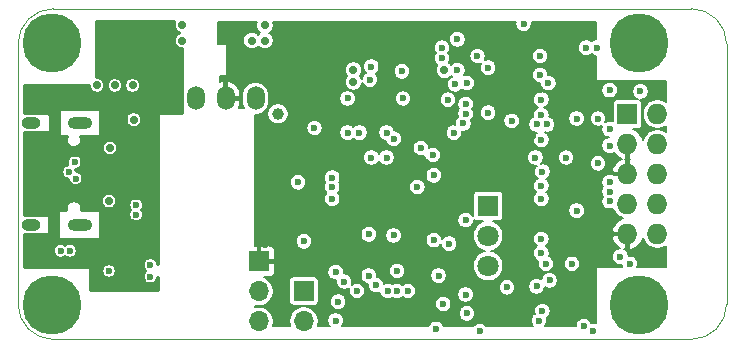
<source format=gbr>
G04 #@! TF.GenerationSoftware,KiCad,Pcbnew,5.1.5+dfsg1-2build2*
G04 #@! TF.CreationDate,2020-09-23T01:19:26+04:00*
G04 #@! TF.ProjectId,RailLink,5261696c-4c69-46e6-9b2e-6b696361645f,rev?*
G04 #@! TF.SameCoordinates,PX5f5e100PY7a12000*
G04 #@! TF.FileFunction,Copper,L2,Inr*
G04 #@! TF.FilePolarity,Positive*
%FSLAX46Y46*%
G04 Gerber Fmt 4.6, Leading zero omitted, Abs format (unit mm)*
G04 Created by KiCad (PCBNEW 5.1.5+dfsg1-2build2) date 2020-09-23 01:19:26*
%MOMM*%
%LPD*%
G04 APERTURE LIST*
%ADD10C,0.050000*%
%ADD11R,1.500000X2.000000*%
%ADD12O,1.500000X2.000000*%
%ADD13C,1.800000*%
%ADD14R,1.800000X1.800000*%
%ADD15O,1.700000X1.700000*%
%ADD16R,1.700000X1.700000*%
%ADD17C,5.000000*%
%ADD18C,0.800000*%
%ADD19O,2.100000X1.000000*%
%ADD20O,1.600000X1.000000*%
%ADD21O,1.727200X1.727200*%
%ADD22R,1.727200X1.727200*%
%ADD23C,0.700000*%
%ADD24C,0.600000*%
%ADD25C,1.000000*%
%ADD26C,0.200000*%
%ADD27C,0.300000*%
G04 APERTURE END LIST*
D10*
X3000000Y0D02*
G75*
G02X0Y3000000I0J3000000D01*
G01*
X0Y25000000D02*
G75*
G02X3000000Y28000000I3000000J0D01*
G01*
X57000000Y28000000D02*
G75*
G02X60000000Y25000000I0J-3000000D01*
G01*
X60000000Y3000000D02*
G75*
G02X57000000Y0I-3000000J0D01*
G01*
X57000000Y28000000D02*
X3000000Y28000000D01*
X60000000Y3000000D02*
X60000000Y25000000D01*
X3000000Y0D02*
X57000000Y0D01*
X0Y25000000D02*
X0Y3000000D01*
D11*
X12500000Y20400000D03*
D12*
X15040000Y20400000D03*
X17580000Y20400000D03*
X20120000Y20400000D03*
D13*
X39800000Y6220000D03*
X39800000Y8760000D03*
D14*
X39800000Y11300000D03*
D15*
X24200000Y1560000D03*
D16*
X24200000Y4100000D03*
D17*
X2900000Y25100000D03*
D18*
X4775000Y25100000D03*
X4225825Y23774175D03*
X2900000Y23225000D03*
X1574175Y23774175D03*
X1025000Y25100000D03*
X1574175Y26425825D03*
X2900000Y26975000D03*
X4225825Y26425825D03*
X4225825Y4225825D03*
X2900000Y4775000D03*
X1574175Y4225825D03*
X1025000Y2900000D03*
X1574175Y1574175D03*
X2900000Y1025000D03*
X4225825Y1574175D03*
X4775000Y2900000D03*
D17*
X2900000Y2900000D03*
D19*
X5280000Y9680000D03*
X5280000Y18320000D03*
D20*
X1100000Y18320000D03*
X1100000Y9680000D03*
D17*
X52600000Y2900000D03*
D18*
X54475000Y2900000D03*
X53925825Y1574175D03*
X52600000Y1025000D03*
X51274175Y1574175D03*
X50725000Y2900000D03*
X51274175Y4225825D03*
X52600000Y4775000D03*
X53925825Y4225825D03*
D21*
X54140000Y8920000D03*
X51600000Y8920000D03*
X54140000Y11460000D03*
X51600000Y11460000D03*
X54140000Y14000000D03*
X51600000Y14000000D03*
X54140000Y16540000D03*
X51600000Y16540000D03*
X54140000Y19080000D03*
D22*
X51600000Y19080000D03*
D18*
X53925825Y26425825D03*
X52600000Y26975000D03*
X51274175Y26425825D03*
X50725000Y25100000D03*
X51274175Y23774175D03*
X52600000Y23225000D03*
X53925825Y23774175D03*
X54475000Y25100000D03*
D17*
X52600000Y25100000D03*
D15*
X20400000Y1520000D03*
X20400000Y4060000D03*
D16*
X20400000Y6600000D03*
D23*
X6700000Y21500000D03*
X9700000Y21500000D03*
X8200000Y21500000D03*
X6900000Y26600000D03*
X9500000Y26600000D03*
X8200000Y26600000D03*
X7800000Y17200000D03*
D24*
X9900000Y5600000D03*
X11700000Y8000000D03*
D23*
X8800000Y15600000D03*
D24*
X8900000Y13700000D03*
X8900000Y12700000D03*
D23*
X9800000Y15900000D03*
D24*
X9600000Y9100000D03*
D23*
X8800000Y18200000D03*
X1000000Y8200000D03*
X1000000Y6400000D03*
X2600000Y6400000D03*
X7800000Y9100000D03*
X7800000Y10700000D03*
X6000000Y8200000D03*
X1000000Y20200000D03*
X1000000Y21200000D03*
X13900000Y26600000D03*
X7800000Y16200000D03*
X9800000Y18600000D03*
D24*
X7700000Y5800000D03*
D23*
X7700000Y11700000D03*
X13900000Y25300000D03*
D24*
X41700000Y3600000D03*
X43200000Y13500000D03*
X46400000Y20300000D03*
X46000000Y16100000D03*
X34500000Y15000000D03*
X33000000Y5700000D03*
X34300000Y21200000D03*
X30800000Y22300000D03*
X40800000Y13000000D03*
X32400000Y25300000D03*
X43600000Y17200000D03*
D23*
X26000000Y26100000D03*
X26600000Y25500000D03*
X27700000Y25500000D03*
D24*
X44200000Y21100000D03*
X38200000Y13200000D03*
X24900000Y6500000D03*
D23*
X22800000Y16000000D03*
X26200000Y21400000D03*
D24*
X24200000Y21500000D03*
X24500000Y23400000D03*
X22200000Y23400000D03*
X23500000Y19200000D03*
X22100000Y20200000D03*
X42900000Y9200000D03*
D23*
X17200000Y26600000D03*
X18500000Y25300000D03*
X17200000Y25300000D03*
X22000000Y6600000D03*
X20900000Y8100000D03*
D24*
X33100000Y9100000D03*
D23*
X32300000Y14600000D03*
X32800000Y16000000D03*
D24*
X29900000Y20400000D03*
X25900000Y1300000D03*
X41100000Y24600000D03*
X46800000Y26100000D03*
X46600000Y22900000D03*
X43200000Y1500000D03*
X46300000Y13300000D03*
X42000000Y5400000D03*
X41800000Y7800000D03*
X40300000Y18400000D03*
X46900000Y5300000D03*
X37800000Y6300000D03*
X38300000Y9300000D03*
X46100000Y8900000D03*
X47300000Y9800000D03*
X49500000Y9000000D03*
X42600000Y24300000D03*
X43900000Y10000000D03*
X54500000Y21700000D03*
X42800000Y26700000D03*
X35400000Y900000D03*
D25*
X22000000Y19100000D03*
D23*
X19800000Y25300000D03*
X20900000Y26600000D03*
X20900000Y25300000D03*
D24*
X27600000Y4900000D03*
X35900000Y24700000D03*
X29900000Y23099980D03*
X32500000Y22700000D03*
X43800000Y15400000D03*
X44300000Y19000000D03*
X32600000Y20400000D03*
X35100000Y15600000D03*
X44200000Y22400000D03*
D23*
X28400000Y22800000D03*
X28400000Y21800000D03*
D24*
X24200000Y8300000D03*
X27900000Y20400000D03*
X35600000Y5400000D03*
X36500000Y8100000D03*
X44300000Y11900000D03*
X44300000Y7300000D03*
X43900000Y4500000D03*
X37200000Y22800000D03*
X48100000Y24700000D03*
X49000000Y24700000D03*
X44300000Y20300000D03*
X44200000Y24000000D03*
X28700000Y4100000D03*
X37200000Y25400000D03*
X44300000Y16900000D03*
X44300000Y13000000D03*
X44300000Y8500000D03*
X45000000Y5000000D03*
X39800000Y19200000D03*
X4400000Y7500000D03*
X4882843Y13617157D03*
X4800000Y15000000D03*
X3600000Y7500000D03*
X4317157Y14182843D03*
X26900000Y1600000D03*
X39100000Y700000D03*
X48700000Y700000D03*
X51000000Y7000000D03*
X50100000Y21100000D03*
X50100000Y17800000D03*
X50100000Y13300000D03*
X47900000Y1100000D03*
X49100000Y14900000D03*
X49100000Y18700000D03*
X50100000Y11700000D03*
X50100000Y12500000D03*
X50100000Y16400000D03*
X36000000Y3000000D03*
X46900000Y6400000D03*
X11200000Y5300000D03*
X10000000Y10560000D03*
X11200000Y6300000D03*
X10000000Y11360000D03*
X31300000Y4100000D03*
X35900000Y23800000D03*
X31800000Y8800000D03*
X30300000Y4600000D03*
X27100000Y3200000D03*
X32100000Y4100000D03*
X32100000Y5800000D03*
X26600000Y11900000D03*
X39800000Y23000000D03*
X26600000Y13700000D03*
X38000000Y21700000D03*
X27900000Y17500000D03*
X37900000Y19100000D03*
X31800000Y17000000D03*
X37900000Y19900000D03*
X25100000Y17900000D03*
X37000000Y21600000D03*
X37900000Y3800000D03*
X33800000Y12900000D03*
X28900000Y17500000D03*
X35200000Y8400000D03*
X38000000Y2200000D03*
X44700000Y6400000D03*
X33000000Y4100000D03*
X29900000Y15400000D03*
X31200000Y15400000D03*
X44800000Y18200000D03*
X47300000Y18700000D03*
X44900000Y21700000D03*
X46400000Y15400000D03*
X47300000Y10900000D03*
X44400000Y2400000D03*
X26600000Y12900000D03*
D23*
X36100000Y22800000D03*
D24*
X23700000Y13300000D03*
X41800000Y18500000D03*
X36400000Y20300000D03*
X37700000Y18300000D03*
X29800000Y22000000D03*
X38900000Y24000000D03*
X29700000Y8900000D03*
X29700000Y5400000D03*
X43900000Y18200000D03*
X31200000Y17500000D03*
X44400000Y14200000D03*
X34100000Y16200000D03*
X36900000Y17500000D03*
X44100000Y1600000D03*
X35200000Y13900000D03*
X37900000Y10100000D03*
X41400000Y4400000D03*
X52700000Y21000000D03*
X26900000Y5700000D03*
X51800000Y6400000D03*
D26*
G36*
X20178822Y26818767D02*
G01*
X20150000Y26673869D01*
X20150000Y26526131D01*
X20178822Y26381233D01*
X20235359Y26244742D01*
X20317437Y26121903D01*
X20421903Y26017437D01*
X20522830Y25950000D01*
X20421903Y25882563D01*
X20350000Y25810660D01*
X20278097Y25882563D01*
X20155258Y25964641D01*
X20018767Y26021178D01*
X19873869Y26050000D01*
X19726131Y26050000D01*
X19581233Y26021178D01*
X19444742Y25964641D01*
X19321903Y25882563D01*
X19217437Y25778097D01*
X19135359Y25655258D01*
X19078822Y25518767D01*
X19050000Y25373869D01*
X19050000Y25226131D01*
X19078822Y25081233D01*
X19135359Y24944742D01*
X19217437Y24821903D01*
X19321903Y24717437D01*
X19444742Y24635359D01*
X19581233Y24578822D01*
X19726131Y24550000D01*
X19873869Y24550000D01*
X20018767Y24578822D01*
X20155258Y24635359D01*
X20278097Y24717437D01*
X20350000Y24789340D01*
X20421903Y24717437D01*
X20544742Y24635359D01*
X20681233Y24578822D01*
X20826131Y24550000D01*
X20973869Y24550000D01*
X21118767Y24578822D01*
X21255258Y24635359D01*
X21378097Y24717437D01*
X21429604Y24768944D01*
X35200000Y24768944D01*
X35200000Y24631056D01*
X35226901Y24495818D01*
X35279668Y24368426D01*
X35356274Y24253776D01*
X35360050Y24250000D01*
X35356274Y24246224D01*
X35279668Y24131574D01*
X35226901Y24004182D01*
X35200000Y23868944D01*
X35200000Y23731056D01*
X35226901Y23595818D01*
X35279668Y23468426D01*
X35356274Y23353776D01*
X35453776Y23256274D01*
X35487707Y23233602D01*
X35435359Y23155258D01*
X35378822Y23018767D01*
X35350000Y22873869D01*
X35350000Y22726131D01*
X35378822Y22581233D01*
X35435359Y22444742D01*
X35517437Y22321903D01*
X35621903Y22217437D01*
X35744742Y22135359D01*
X35881233Y22078822D01*
X36026131Y22050000D01*
X36173869Y22050000D01*
X36318767Y22078822D01*
X36455258Y22135359D01*
X36578097Y22217437D01*
X36682563Y22321903D01*
X36684800Y22325250D01*
X36753776Y22256274D01*
X36754320Y22255910D01*
X36668426Y22220332D01*
X36553776Y22143726D01*
X36456274Y22046224D01*
X36379668Y21931574D01*
X36326901Y21804182D01*
X36300000Y21668944D01*
X36300000Y21531056D01*
X36326901Y21395818D01*
X36379668Y21268426D01*
X36456274Y21153776D01*
X36553776Y21056274D01*
X36668426Y20979668D01*
X36795818Y20926901D01*
X36931056Y20900000D01*
X37068944Y20900000D01*
X37204182Y20926901D01*
X37331574Y20979668D01*
X37446224Y21056274D01*
X37543726Y21153776D01*
X37548752Y21161298D01*
X37553776Y21156274D01*
X37668426Y21079668D01*
X37795818Y21026901D01*
X37931056Y21000000D01*
X38068944Y21000000D01*
X38204182Y21026901D01*
X38331574Y21079668D01*
X38446224Y21156274D01*
X38543726Y21253776D01*
X38620332Y21368426D01*
X38673099Y21495818D01*
X38700000Y21631056D01*
X38700000Y21768944D01*
X38673099Y21904182D01*
X38620332Y22031574D01*
X38543726Y22146224D01*
X38446224Y22243726D01*
X38331574Y22320332D01*
X38204182Y22373099D01*
X38068944Y22400000D01*
X37931056Y22400000D01*
X37795818Y22373099D01*
X37739878Y22349928D01*
X37743726Y22353776D01*
X37820332Y22468426D01*
X37873099Y22595818D01*
X37900000Y22731056D01*
X37900000Y22868944D01*
X37873099Y23004182D01*
X37820332Y23131574D01*
X37743726Y23246224D01*
X37646224Y23343726D01*
X37531574Y23420332D01*
X37404182Y23473099D01*
X37268944Y23500000D01*
X37131056Y23500000D01*
X36995818Y23473099D01*
X36868426Y23420332D01*
X36753776Y23343726D01*
X36684800Y23274750D01*
X36682563Y23278097D01*
X36578097Y23382563D01*
X36498498Y23435749D01*
X36520332Y23468426D01*
X36573099Y23595818D01*
X36600000Y23731056D01*
X36600000Y23868944D01*
X36573099Y24004182D01*
X36546274Y24068944D01*
X38200000Y24068944D01*
X38200000Y23931056D01*
X38226901Y23795818D01*
X38279668Y23668426D01*
X38356274Y23553776D01*
X38453776Y23456274D01*
X38568426Y23379668D01*
X38695818Y23326901D01*
X38831056Y23300000D01*
X38968944Y23300000D01*
X39104182Y23326901D01*
X39204237Y23368345D01*
X39179668Y23331574D01*
X39126901Y23204182D01*
X39100000Y23068944D01*
X39100000Y22931056D01*
X39126901Y22795818D01*
X39179668Y22668426D01*
X39256274Y22553776D01*
X39353776Y22456274D01*
X39468426Y22379668D01*
X39595818Y22326901D01*
X39731056Y22300000D01*
X39868944Y22300000D01*
X40004182Y22326901D01*
X40131574Y22379668D01*
X40246224Y22456274D01*
X40258894Y22468944D01*
X43500000Y22468944D01*
X43500000Y22331056D01*
X43526901Y22195818D01*
X43579668Y22068426D01*
X43656274Y21953776D01*
X43753776Y21856274D01*
X43868426Y21779668D01*
X43995818Y21726901D01*
X44131056Y21700000D01*
X44200000Y21700000D01*
X44200000Y21631056D01*
X44226901Y21495818D01*
X44279668Y21368426D01*
X44356274Y21253776D01*
X44453776Y21156274D01*
X44568426Y21079668D01*
X44695818Y21026901D01*
X44831056Y21000000D01*
X44968944Y21000000D01*
X45104182Y21026901D01*
X45231574Y21079668D01*
X45346224Y21156274D01*
X45358894Y21168944D01*
X49400000Y21168944D01*
X49400000Y21031056D01*
X49426901Y20895818D01*
X49479668Y20768426D01*
X49556274Y20653776D01*
X49653776Y20556274D01*
X49768426Y20479668D01*
X49895818Y20426901D01*
X50031056Y20400000D01*
X50168944Y20400000D01*
X50304182Y20426901D01*
X50431574Y20479668D01*
X50546224Y20556274D01*
X50643726Y20653776D01*
X50720332Y20768426D01*
X50773099Y20895818D01*
X50800000Y21031056D01*
X50800000Y21168944D01*
X50773099Y21304182D01*
X50720332Y21431574D01*
X50643726Y21546224D01*
X50546224Y21643726D01*
X50431574Y21720332D01*
X50304182Y21773099D01*
X50168944Y21800000D01*
X50031056Y21800000D01*
X49895818Y21773099D01*
X49768426Y21720332D01*
X49653776Y21643726D01*
X49556274Y21546224D01*
X49479668Y21431574D01*
X49426901Y21304182D01*
X49400000Y21168944D01*
X45358894Y21168944D01*
X45443726Y21253776D01*
X45520332Y21368426D01*
X45573099Y21495818D01*
X45600000Y21631056D01*
X45600000Y21768944D01*
X45573099Y21904182D01*
X45520332Y22031574D01*
X45443726Y22146224D01*
X45346224Y22243726D01*
X45231574Y22320332D01*
X45104182Y22373099D01*
X44968944Y22400000D01*
X44900000Y22400000D01*
X44900000Y22468944D01*
X44873099Y22604182D01*
X44820332Y22731574D01*
X44743726Y22846224D01*
X44646224Y22943726D01*
X44531574Y23020332D01*
X44404182Y23073099D01*
X44268944Y23100000D01*
X44131056Y23100000D01*
X43995818Y23073099D01*
X43868426Y23020332D01*
X43753776Y22943726D01*
X43656274Y22846224D01*
X43579668Y22731574D01*
X43526901Y22604182D01*
X43500000Y22468944D01*
X40258894Y22468944D01*
X40343726Y22553776D01*
X40420332Y22668426D01*
X40473099Y22795818D01*
X40500000Y22931056D01*
X40500000Y23068944D01*
X40473099Y23204182D01*
X40420332Y23331574D01*
X40343726Y23446224D01*
X40246224Y23543726D01*
X40131574Y23620332D01*
X40004182Y23673099D01*
X39868944Y23700000D01*
X39731056Y23700000D01*
X39595818Y23673099D01*
X39495763Y23631655D01*
X39520332Y23668426D01*
X39573099Y23795818D01*
X39600000Y23931056D01*
X39600000Y24068944D01*
X43500000Y24068944D01*
X43500000Y23931056D01*
X43526901Y23795818D01*
X43579668Y23668426D01*
X43656274Y23553776D01*
X43753776Y23456274D01*
X43868426Y23379668D01*
X43995818Y23326901D01*
X44131056Y23300000D01*
X44268944Y23300000D01*
X44404182Y23326901D01*
X44531574Y23379668D01*
X44646224Y23456274D01*
X44743726Y23553776D01*
X44820332Y23668426D01*
X44873099Y23795818D01*
X44900000Y23931056D01*
X44900000Y24068944D01*
X44873099Y24204182D01*
X44820332Y24331574D01*
X44743726Y24446224D01*
X44646224Y24543726D01*
X44531574Y24620332D01*
X44404182Y24673099D01*
X44268944Y24700000D01*
X44131056Y24700000D01*
X43995818Y24673099D01*
X43868426Y24620332D01*
X43753776Y24543726D01*
X43656274Y24446224D01*
X43579668Y24331574D01*
X43526901Y24204182D01*
X43500000Y24068944D01*
X39600000Y24068944D01*
X39573099Y24204182D01*
X39520332Y24331574D01*
X39443726Y24446224D01*
X39346224Y24543726D01*
X39231574Y24620332D01*
X39104182Y24673099D01*
X38968944Y24700000D01*
X38831056Y24700000D01*
X38695818Y24673099D01*
X38568426Y24620332D01*
X38453776Y24543726D01*
X38356274Y24446224D01*
X38279668Y24331574D01*
X38226901Y24204182D01*
X38200000Y24068944D01*
X36546274Y24068944D01*
X36520332Y24131574D01*
X36443726Y24246224D01*
X36439950Y24250000D01*
X36443726Y24253776D01*
X36520332Y24368426D01*
X36573099Y24495818D01*
X36600000Y24631056D01*
X36600000Y24768944D01*
X36573099Y24904182D01*
X36520332Y25031574D01*
X36443726Y25146224D01*
X36346224Y25243726D01*
X36231574Y25320332D01*
X36104182Y25373099D01*
X35968944Y25400000D01*
X35831056Y25400000D01*
X35695818Y25373099D01*
X35568426Y25320332D01*
X35453776Y25243726D01*
X35356274Y25146224D01*
X35279668Y25031574D01*
X35226901Y24904182D01*
X35200000Y24768944D01*
X21429604Y24768944D01*
X21482563Y24821903D01*
X21564641Y24944742D01*
X21621178Y25081233D01*
X21650000Y25226131D01*
X21650000Y25373869D01*
X21631089Y25468944D01*
X36500000Y25468944D01*
X36500000Y25331056D01*
X36526901Y25195818D01*
X36579668Y25068426D01*
X36656274Y24953776D01*
X36753776Y24856274D01*
X36868426Y24779668D01*
X36995818Y24726901D01*
X37131056Y24700000D01*
X37268944Y24700000D01*
X37404182Y24726901D01*
X37531574Y24779668D01*
X37646224Y24856274D01*
X37743726Y24953776D01*
X37820332Y25068426D01*
X37873099Y25195818D01*
X37900000Y25331056D01*
X37900000Y25468944D01*
X37873099Y25604182D01*
X37820332Y25731574D01*
X37743726Y25846224D01*
X37646224Y25943726D01*
X37531574Y26020332D01*
X37404182Y26073099D01*
X37268944Y26100000D01*
X37131056Y26100000D01*
X36995818Y26073099D01*
X36868426Y26020332D01*
X36753776Y25943726D01*
X36656274Y25846224D01*
X36579668Y25731574D01*
X36526901Y25604182D01*
X36500000Y25468944D01*
X21631089Y25468944D01*
X21621178Y25518767D01*
X21564641Y25655258D01*
X21482563Y25778097D01*
X21378097Y25882563D01*
X21277170Y25950000D01*
X21378097Y26017437D01*
X21482563Y26121903D01*
X21564641Y26244742D01*
X21621178Y26381233D01*
X21650000Y26526131D01*
X21650000Y26673869D01*
X21621178Y26818767D01*
X21587530Y26900000D01*
X42126069Y26900000D01*
X42100000Y26768944D01*
X42100000Y26631056D01*
X42126901Y26495818D01*
X42179668Y26368426D01*
X42256274Y26253776D01*
X42353776Y26156274D01*
X42468426Y26079668D01*
X42595818Y26026901D01*
X42731056Y26000000D01*
X42868944Y26000000D01*
X43004182Y26026901D01*
X43131574Y26079668D01*
X43246224Y26156274D01*
X43343726Y26253776D01*
X43420332Y26368426D01*
X43473099Y26495818D01*
X43500000Y26631056D01*
X43500000Y26768944D01*
X43473931Y26900000D01*
X48900000Y26900000D01*
X48900000Y25393822D01*
X48795818Y25373099D01*
X48668426Y25320332D01*
X48553776Y25243726D01*
X48550000Y25239950D01*
X48546224Y25243726D01*
X48431574Y25320332D01*
X48304182Y25373099D01*
X48168944Y25400000D01*
X48031056Y25400000D01*
X47895818Y25373099D01*
X47768426Y25320332D01*
X47653776Y25243726D01*
X47556274Y25146224D01*
X47479668Y25031574D01*
X47426901Y24904182D01*
X47400000Y24768944D01*
X47400000Y24631056D01*
X47426901Y24495818D01*
X47479668Y24368426D01*
X47556274Y24253776D01*
X47653776Y24156274D01*
X47768426Y24079668D01*
X47895818Y24026901D01*
X48031056Y24000000D01*
X48168944Y24000000D01*
X48304182Y24026901D01*
X48431574Y24079668D01*
X48546224Y24156274D01*
X48550000Y24160050D01*
X48553776Y24156274D01*
X48668426Y24079668D01*
X48795818Y24026901D01*
X48900000Y24006178D01*
X48900000Y22000000D01*
X48901921Y21980491D01*
X48907612Y21961732D01*
X48916853Y21944443D01*
X48929289Y21929289D01*
X48944443Y21916853D01*
X48961732Y21907612D01*
X48980491Y21901921D01*
X49000000Y21900000D01*
X54900000Y21900000D01*
X54900000Y20091903D01*
X54738539Y20199788D01*
X54508579Y20295041D01*
X54264454Y20343600D01*
X54015546Y20343600D01*
X53771421Y20295041D01*
X53541461Y20199788D01*
X53334502Y20061502D01*
X53158498Y19885498D01*
X53020212Y19678539D01*
X52924959Y19448579D01*
X52876400Y19204454D01*
X52876400Y18955546D01*
X52924959Y18711421D01*
X53020212Y18481461D01*
X53158498Y18274502D01*
X53334502Y18098498D01*
X53541461Y17960212D01*
X53771421Y17864959D01*
X54015546Y17816400D01*
X54264454Y17816400D01*
X54508579Y17864959D01*
X54738539Y17960212D01*
X54900000Y18068097D01*
X54900000Y17551903D01*
X54738539Y17659788D01*
X54508579Y17755041D01*
X54264454Y17803600D01*
X54015546Y17803600D01*
X53771421Y17755041D01*
X53541461Y17659788D01*
X53334502Y17521502D01*
X53158498Y17345498D01*
X53020212Y17138539D01*
X52924959Y16908579D01*
X52919126Y16879254D01*
X52876880Y17018534D01*
X52758988Y17258446D01*
X52596556Y17470749D01*
X52395827Y17647283D01*
X52164515Y17781265D01*
X52067161Y17814465D01*
X52463600Y17814465D01*
X52542014Y17822188D01*
X52617414Y17845060D01*
X52686903Y17882203D01*
X52747811Y17932189D01*
X52797797Y17993097D01*
X52834940Y18062586D01*
X52857812Y18137986D01*
X52865535Y18216400D01*
X52865535Y19943600D01*
X52857812Y20022014D01*
X52834940Y20097414D01*
X52797797Y20166903D01*
X52747811Y20227811D01*
X52686903Y20277797D01*
X52645365Y20300000D01*
X52768944Y20300000D01*
X52904182Y20326901D01*
X53031574Y20379668D01*
X53146224Y20456274D01*
X53243726Y20553776D01*
X53320332Y20668426D01*
X53373099Y20795818D01*
X53400000Y20931056D01*
X53400000Y21068944D01*
X53373099Y21204182D01*
X53320332Y21331574D01*
X53243726Y21446224D01*
X53146224Y21543726D01*
X53031574Y21620332D01*
X52904182Y21673099D01*
X52768944Y21700000D01*
X52631056Y21700000D01*
X52495818Y21673099D01*
X52368426Y21620332D01*
X52253776Y21543726D01*
X52156274Y21446224D01*
X52079668Y21331574D01*
X52026901Y21204182D01*
X52000000Y21068944D01*
X52000000Y20931056D01*
X52026901Y20795818D01*
X52079668Y20668426D01*
X52156274Y20553776D01*
X52253776Y20456274D01*
X52368426Y20379668D01*
X52450831Y20345535D01*
X50736400Y20345535D01*
X50657986Y20337812D01*
X50582586Y20314940D01*
X50513097Y20277797D01*
X50452189Y20227811D01*
X50402203Y20166903D01*
X50365060Y20097414D01*
X50342188Y20022014D01*
X50334465Y19943600D01*
X50334465Y18460555D01*
X50304182Y18473099D01*
X50168944Y18500000D01*
X50031056Y18500000D01*
X49895818Y18473099D01*
X49768426Y18420332D01*
X49731655Y18395763D01*
X49773099Y18495818D01*
X49800000Y18631056D01*
X49800000Y18768944D01*
X49773099Y18904182D01*
X49720332Y19031574D01*
X49643726Y19146224D01*
X49546224Y19243726D01*
X49431574Y19320332D01*
X49304182Y19373099D01*
X49168944Y19400000D01*
X49031056Y19400000D01*
X48895818Y19373099D01*
X48768426Y19320332D01*
X48653776Y19243726D01*
X48556274Y19146224D01*
X48479668Y19031574D01*
X48426901Y18904182D01*
X48400000Y18768944D01*
X48400000Y18631056D01*
X48426901Y18495818D01*
X48479668Y18368426D01*
X48556274Y18253776D01*
X48653776Y18156274D01*
X48768426Y18079668D01*
X48895818Y18026901D01*
X49031056Y18000000D01*
X49168944Y18000000D01*
X49304182Y18026901D01*
X49431574Y18079668D01*
X49468345Y18104237D01*
X49426901Y18004182D01*
X49400000Y17868944D01*
X49400000Y17731056D01*
X49426901Y17595818D01*
X49479668Y17468426D01*
X49556274Y17353776D01*
X49653776Y17256274D01*
X49768426Y17179668D01*
X49895818Y17126901D01*
X50031056Y17100000D01*
X49895818Y17073099D01*
X49768426Y17020332D01*
X49653776Y16943726D01*
X49556274Y16846224D01*
X49479668Y16731574D01*
X49426901Y16604182D01*
X49400000Y16468944D01*
X49400000Y16331056D01*
X49426901Y16195818D01*
X49479668Y16068426D01*
X49556274Y15953776D01*
X49653776Y15856274D01*
X49768426Y15779668D01*
X49895818Y15726901D01*
X50031056Y15700000D01*
X50168944Y15700000D01*
X50304182Y15726901D01*
X50431574Y15779668D01*
X50459025Y15798010D01*
X50603444Y15609251D01*
X50804173Y15432717D01*
X51035485Y15298735D01*
X51119746Y15270000D01*
X51035485Y15241265D01*
X50804173Y15107283D01*
X50603444Y14930749D01*
X50441012Y14718446D01*
X50323120Y14478534D01*
X50272458Y14311508D01*
X50365443Y14100000D01*
X51500000Y14100000D01*
X51500000Y15234932D01*
X51419913Y15270000D01*
X51500000Y15305068D01*
X51500000Y16440000D01*
X51480000Y16440000D01*
X51480000Y16640000D01*
X51500000Y16640000D01*
X51500000Y16660000D01*
X51700000Y16660000D01*
X51700000Y16640000D01*
X51720000Y16640000D01*
X51720000Y16440000D01*
X51700000Y16440000D01*
X51700000Y15305068D01*
X51780087Y15270000D01*
X51700000Y15234932D01*
X51700000Y14100000D01*
X51720000Y14100000D01*
X51720000Y13900000D01*
X51700000Y13900000D01*
X51700000Y13880000D01*
X51500000Y13880000D01*
X51500000Y13900000D01*
X50462003Y13900000D01*
X50431574Y13920332D01*
X50304182Y13973099D01*
X50168944Y14000000D01*
X50031056Y14000000D01*
X49895818Y13973099D01*
X49768426Y13920332D01*
X49653776Y13843726D01*
X49556274Y13746224D01*
X49479668Y13631574D01*
X49426901Y13504182D01*
X49400000Y13368944D01*
X49400000Y13231056D01*
X49426901Y13095818D01*
X49479668Y12968426D01*
X49525388Y12900000D01*
X49479668Y12831574D01*
X49426901Y12704182D01*
X49400000Y12568944D01*
X49400000Y12431056D01*
X49426901Y12295818D01*
X49479668Y12168426D01*
X49525388Y12100000D01*
X49479668Y12031574D01*
X49426901Y11904182D01*
X49400000Y11768944D01*
X49400000Y11631056D01*
X49426901Y11495818D01*
X49479668Y11368426D01*
X49556274Y11253776D01*
X49653776Y11156274D01*
X49768426Y11079668D01*
X49895818Y11026901D01*
X50031056Y11000000D01*
X50168944Y11000000D01*
X50304182Y11026901D01*
X50395941Y11064908D01*
X50480212Y10861461D01*
X50618498Y10654502D01*
X50794502Y10478498D01*
X51001461Y10340212D01*
X51231421Y10244959D01*
X51262675Y10238742D01*
X51035485Y10161265D01*
X50804173Y10027283D01*
X50603444Y9850749D01*
X50441012Y9638446D01*
X50323120Y9398534D01*
X50272458Y9231508D01*
X50365443Y9020000D01*
X51500000Y9020000D01*
X51500000Y9040000D01*
X51700000Y9040000D01*
X51700000Y9020000D01*
X51720000Y9020000D01*
X51720000Y8820000D01*
X51700000Y8820000D01*
X51700000Y7685068D01*
X51911509Y7592454D01*
X52164515Y7678735D01*
X52395827Y7812717D01*
X52596556Y7989251D01*
X52758988Y8201554D01*
X52876880Y8441466D01*
X52919126Y8580746D01*
X52924959Y8551421D01*
X53020212Y8321461D01*
X53158498Y8114502D01*
X53334502Y7938498D01*
X53541461Y7800212D01*
X53771421Y7704959D01*
X54015546Y7656400D01*
X54264454Y7656400D01*
X54508579Y7704959D01*
X54738539Y7800212D01*
X54900000Y7908097D01*
X54900000Y6100000D01*
X52433410Y6100000D01*
X52473099Y6195818D01*
X52500000Y6331056D01*
X52500000Y6468944D01*
X52473099Y6604182D01*
X52420332Y6731574D01*
X52343726Y6846224D01*
X52246224Y6943726D01*
X52131574Y7020332D01*
X52004182Y7073099D01*
X51868944Y7100000D01*
X51731056Y7100000D01*
X51695240Y7092876D01*
X51673099Y7204182D01*
X51620332Y7331574D01*
X51543726Y7446224D01*
X51446224Y7543726D01*
X51339723Y7614887D01*
X51500000Y7685068D01*
X51500000Y8820000D01*
X50365443Y8820000D01*
X50272458Y8608492D01*
X50323120Y8441466D01*
X50441012Y8201554D01*
X50603444Y7989251D01*
X50804173Y7812717D01*
X50998772Y7700000D01*
X50931056Y7700000D01*
X50795818Y7673099D01*
X50668426Y7620332D01*
X50553776Y7543726D01*
X50456274Y7446224D01*
X50379668Y7331574D01*
X50326901Y7204182D01*
X50300000Y7068944D01*
X50300000Y6931056D01*
X50326901Y6795818D01*
X50379668Y6668426D01*
X50456274Y6553776D01*
X50553776Y6456274D01*
X50668426Y6379668D01*
X50795818Y6326901D01*
X50931056Y6300000D01*
X51068944Y6300000D01*
X51104760Y6307124D01*
X51126901Y6195818D01*
X51166590Y6100000D01*
X49000000Y6100000D01*
X48980491Y6098079D01*
X48961732Y6092388D01*
X48944443Y6083147D01*
X48929289Y6070711D01*
X48916853Y6055557D01*
X48907612Y6038268D01*
X48901921Y6019509D01*
X48900000Y6000000D01*
X48900000Y1373931D01*
X48768944Y1400000D01*
X48631056Y1400000D01*
X48540843Y1382055D01*
X48520332Y1431574D01*
X48443726Y1546224D01*
X48346224Y1643726D01*
X48231574Y1720332D01*
X48104182Y1773099D01*
X47968944Y1800000D01*
X47831056Y1800000D01*
X47695818Y1773099D01*
X47568426Y1720332D01*
X47453776Y1643726D01*
X47356274Y1546224D01*
X47279668Y1431574D01*
X47226901Y1304182D01*
X47200000Y1168944D01*
X47200000Y1100000D01*
X44589950Y1100000D01*
X44643726Y1153776D01*
X44720332Y1268426D01*
X44773099Y1395818D01*
X44800000Y1531056D01*
X44800000Y1668944D01*
X44773099Y1804182D01*
X44772051Y1806713D01*
X44846224Y1856274D01*
X44943726Y1953776D01*
X45020332Y2068426D01*
X45073099Y2195818D01*
X45100000Y2331056D01*
X45100000Y2468944D01*
X45073099Y2604182D01*
X45020332Y2731574D01*
X44943726Y2846224D01*
X44846224Y2943726D01*
X44731574Y3020332D01*
X44604182Y3073099D01*
X44468944Y3100000D01*
X44331056Y3100000D01*
X44195818Y3073099D01*
X44068426Y3020332D01*
X43953776Y2943726D01*
X43856274Y2846224D01*
X43779668Y2731574D01*
X43726901Y2604182D01*
X43700000Y2468944D01*
X43700000Y2331056D01*
X43726901Y2195818D01*
X43727949Y2193287D01*
X43653776Y2143726D01*
X43556274Y2046224D01*
X43479668Y1931574D01*
X43426901Y1804182D01*
X43400000Y1668944D01*
X43400000Y1531056D01*
X43426901Y1395818D01*
X43479668Y1268426D01*
X43556274Y1153776D01*
X43610050Y1100000D01*
X39674612Y1100000D01*
X39643726Y1146224D01*
X39546224Y1243726D01*
X39431574Y1320332D01*
X39304182Y1373099D01*
X39168944Y1400000D01*
X39031056Y1400000D01*
X38895818Y1373099D01*
X38768426Y1320332D01*
X38653776Y1243726D01*
X38556274Y1146224D01*
X38525388Y1100000D01*
X36073931Y1100000D01*
X36073099Y1104182D01*
X36020332Y1231574D01*
X35943726Y1346224D01*
X35846224Y1443726D01*
X35731574Y1520332D01*
X35604182Y1573099D01*
X35468944Y1600000D01*
X35331056Y1600000D01*
X35195818Y1573099D01*
X35068426Y1520332D01*
X34953776Y1443726D01*
X34856274Y1346224D01*
X34779668Y1231574D01*
X34726901Y1104182D01*
X34726069Y1100000D01*
X27389950Y1100000D01*
X27443726Y1153776D01*
X27520332Y1268426D01*
X27573099Y1395818D01*
X27600000Y1531056D01*
X27600000Y1668944D01*
X27573099Y1804182D01*
X27520332Y1931574D01*
X27443726Y2046224D01*
X27346224Y2143726D01*
X27231574Y2220332D01*
X27114214Y2268944D01*
X37300000Y2268944D01*
X37300000Y2131056D01*
X37326901Y1995818D01*
X37379668Y1868426D01*
X37456274Y1753776D01*
X37553776Y1656274D01*
X37668426Y1579668D01*
X37795818Y1526901D01*
X37931056Y1500000D01*
X38068944Y1500000D01*
X38204182Y1526901D01*
X38331574Y1579668D01*
X38446224Y1656274D01*
X38543726Y1753776D01*
X38620332Y1868426D01*
X38673099Y1995818D01*
X38700000Y2131056D01*
X38700000Y2268944D01*
X38673099Y2404182D01*
X38620332Y2531574D01*
X38543726Y2646224D01*
X38446224Y2743726D01*
X38331574Y2820332D01*
X38204182Y2873099D01*
X38068944Y2900000D01*
X37931056Y2900000D01*
X37795818Y2873099D01*
X37668426Y2820332D01*
X37553776Y2743726D01*
X37456274Y2646224D01*
X37379668Y2531574D01*
X37326901Y2404182D01*
X37300000Y2268944D01*
X27114214Y2268944D01*
X27104182Y2273099D01*
X26968944Y2300000D01*
X26831056Y2300000D01*
X26695818Y2273099D01*
X26568426Y2220332D01*
X26453776Y2143726D01*
X26356274Y2046224D01*
X26279668Y1931574D01*
X26226901Y1804182D01*
X26200000Y1668944D01*
X26200000Y1531056D01*
X26226901Y1395818D01*
X26279668Y1268426D01*
X26356274Y1153776D01*
X26410050Y1100000D01*
X25362451Y1100000D01*
X25401963Y1195389D01*
X25450000Y1436886D01*
X25450000Y1683114D01*
X25401963Y1924611D01*
X25307735Y2152097D01*
X25170938Y2356828D01*
X24996828Y2530938D01*
X24792097Y2667735D01*
X24564611Y2761963D01*
X24323114Y2810000D01*
X24076886Y2810000D01*
X23835389Y2761963D01*
X23607903Y2667735D01*
X23403172Y2530938D01*
X23229062Y2356828D01*
X23092265Y2152097D01*
X22998037Y1924611D01*
X22950000Y1683114D01*
X22950000Y1436886D01*
X22998037Y1195389D01*
X23037549Y1100000D01*
X21579020Y1100000D01*
X21601963Y1155389D01*
X21650000Y1396886D01*
X21650000Y1643114D01*
X21601963Y1884611D01*
X21507735Y2112097D01*
X21370938Y2316828D01*
X21196828Y2490938D01*
X20992097Y2627735D01*
X20764611Y2721963D01*
X20523114Y2770000D01*
X20276886Y2770000D01*
X20100000Y2734815D01*
X20100000Y2845185D01*
X20276886Y2810000D01*
X20523114Y2810000D01*
X20764611Y2858037D01*
X20992097Y2952265D01*
X21196828Y3089062D01*
X21370938Y3263172D01*
X21507735Y3467903D01*
X21601963Y3695389D01*
X21650000Y3936886D01*
X21650000Y4183114D01*
X21601963Y4424611D01*
X21507735Y4652097D01*
X21370938Y4856828D01*
X21277766Y4950000D01*
X22948065Y4950000D01*
X22948065Y3250000D01*
X22955788Y3171586D01*
X22978660Y3096186D01*
X23015803Y3026697D01*
X23065789Y2965789D01*
X23126697Y2915803D01*
X23196186Y2878660D01*
X23271586Y2855788D01*
X23350000Y2848065D01*
X25050000Y2848065D01*
X25128414Y2855788D01*
X25203814Y2878660D01*
X25273303Y2915803D01*
X25334211Y2965789D01*
X25384197Y3026697D01*
X25421340Y3096186D01*
X25444212Y3171586D01*
X25451935Y3250000D01*
X25451935Y3268944D01*
X26400000Y3268944D01*
X26400000Y3131056D01*
X26426901Y2995818D01*
X26479668Y2868426D01*
X26556274Y2753776D01*
X26653776Y2656274D01*
X26768426Y2579668D01*
X26895818Y2526901D01*
X27031056Y2500000D01*
X27168944Y2500000D01*
X27304182Y2526901D01*
X27431574Y2579668D01*
X27546224Y2656274D01*
X27643726Y2753776D01*
X27720332Y2868426D01*
X27773099Y2995818D01*
X27787644Y3068944D01*
X35300000Y3068944D01*
X35300000Y2931056D01*
X35326901Y2795818D01*
X35379668Y2668426D01*
X35456274Y2553776D01*
X35553776Y2456274D01*
X35668426Y2379668D01*
X35795818Y2326901D01*
X35931056Y2300000D01*
X36068944Y2300000D01*
X36204182Y2326901D01*
X36331574Y2379668D01*
X36446224Y2456274D01*
X36543726Y2553776D01*
X36620332Y2668426D01*
X36673099Y2795818D01*
X36700000Y2931056D01*
X36700000Y3068944D01*
X36673099Y3204182D01*
X36620332Y3331574D01*
X36543726Y3446224D01*
X36446224Y3543726D01*
X36331574Y3620332D01*
X36204182Y3673099D01*
X36068944Y3700000D01*
X35931056Y3700000D01*
X35795818Y3673099D01*
X35668426Y3620332D01*
X35553776Y3543726D01*
X35456274Y3446224D01*
X35379668Y3331574D01*
X35326901Y3204182D01*
X35300000Y3068944D01*
X27787644Y3068944D01*
X27800000Y3131056D01*
X27800000Y3268944D01*
X27773099Y3404182D01*
X27720332Y3531574D01*
X27643726Y3646224D01*
X27546224Y3743726D01*
X27431574Y3820332D01*
X27304182Y3873099D01*
X27168944Y3900000D01*
X27031056Y3900000D01*
X26895818Y3873099D01*
X26768426Y3820332D01*
X26653776Y3743726D01*
X26556274Y3646224D01*
X26479668Y3531574D01*
X26426901Y3404182D01*
X26400000Y3268944D01*
X25451935Y3268944D01*
X25451935Y4950000D01*
X25444212Y5028414D01*
X25421340Y5103814D01*
X25384197Y5173303D01*
X25334211Y5234211D01*
X25273303Y5284197D01*
X25203814Y5321340D01*
X25128414Y5344212D01*
X25050000Y5351935D01*
X23350000Y5351935D01*
X23271586Y5344212D01*
X23196186Y5321340D01*
X23126697Y5284197D01*
X23065789Y5234211D01*
X23015803Y5173303D01*
X22978660Y5103814D01*
X22955788Y5028414D01*
X22948065Y4950000D01*
X21277766Y4950000D01*
X21196828Y5030938D01*
X20992097Y5167735D01*
X20795081Y5249342D01*
X21250000Y5247581D01*
X21348017Y5257235D01*
X21442267Y5285825D01*
X21529129Y5332254D01*
X21605264Y5394736D01*
X21667746Y5470871D01*
X21714175Y5557733D01*
X21742765Y5651983D01*
X21752419Y5750000D01*
X21752346Y5768944D01*
X26200000Y5768944D01*
X26200000Y5631056D01*
X26226901Y5495818D01*
X26279668Y5368426D01*
X26356274Y5253776D01*
X26453776Y5156274D01*
X26568426Y5079668D01*
X26695818Y5026901D01*
X26831056Y5000000D01*
X26906178Y5000000D01*
X26900000Y4968944D01*
X26900000Y4831056D01*
X26926901Y4695818D01*
X26979668Y4568426D01*
X27056274Y4453776D01*
X27153776Y4356274D01*
X27268426Y4279668D01*
X27395818Y4226901D01*
X27531056Y4200000D01*
X27668944Y4200000D01*
X27804182Y4226901D01*
X27931574Y4279668D01*
X28046224Y4356274D01*
X28050072Y4360122D01*
X28026901Y4304182D01*
X28000000Y4168944D01*
X28000000Y4031056D01*
X28026901Y3895818D01*
X28079668Y3768426D01*
X28156274Y3653776D01*
X28253776Y3556274D01*
X28368426Y3479668D01*
X28495818Y3426901D01*
X28631056Y3400000D01*
X28768944Y3400000D01*
X28904182Y3426901D01*
X29031574Y3479668D01*
X29146224Y3556274D01*
X29243726Y3653776D01*
X29320332Y3768426D01*
X29373099Y3895818D01*
X29400000Y4031056D01*
X29400000Y4168944D01*
X29373099Y4304182D01*
X29320332Y4431574D01*
X29243726Y4546224D01*
X29146224Y4643726D01*
X29031574Y4720332D01*
X28904182Y4773099D01*
X28768944Y4800000D01*
X28631056Y4800000D01*
X28495818Y4773099D01*
X28368426Y4720332D01*
X28253776Y4643726D01*
X28249928Y4639878D01*
X28273099Y4695818D01*
X28300000Y4831056D01*
X28300000Y4968944D01*
X28273099Y5104182D01*
X28220332Y5231574D01*
X28143726Y5346224D01*
X28046224Y5443726D01*
X28008483Y5468944D01*
X29000000Y5468944D01*
X29000000Y5331056D01*
X29026901Y5195818D01*
X29079668Y5068426D01*
X29156274Y4953776D01*
X29253776Y4856274D01*
X29368426Y4779668D01*
X29495818Y4726901D01*
X29607124Y4704760D01*
X29600000Y4668944D01*
X29600000Y4531056D01*
X29626901Y4395818D01*
X29679668Y4268426D01*
X29756274Y4153776D01*
X29853776Y4056274D01*
X29968426Y3979668D01*
X30095818Y3926901D01*
X30231056Y3900000D01*
X30368944Y3900000D01*
X30504182Y3926901D01*
X30611847Y3971497D01*
X30626901Y3895818D01*
X30679668Y3768426D01*
X30756274Y3653776D01*
X30853776Y3556274D01*
X30968426Y3479668D01*
X31095818Y3426901D01*
X31231056Y3400000D01*
X31368944Y3400000D01*
X31504182Y3426901D01*
X31631574Y3479668D01*
X31700000Y3525388D01*
X31768426Y3479668D01*
X31895818Y3426901D01*
X32031056Y3400000D01*
X32168944Y3400000D01*
X32304182Y3426901D01*
X32431574Y3479668D01*
X32546224Y3556274D01*
X32550000Y3560050D01*
X32553776Y3556274D01*
X32668426Y3479668D01*
X32795818Y3426901D01*
X32931056Y3400000D01*
X33068944Y3400000D01*
X33204182Y3426901D01*
X33331574Y3479668D01*
X33446224Y3556274D01*
X33543726Y3653776D01*
X33620332Y3768426D01*
X33661967Y3868944D01*
X37200000Y3868944D01*
X37200000Y3731056D01*
X37226901Y3595818D01*
X37279668Y3468426D01*
X37356274Y3353776D01*
X37453776Y3256274D01*
X37568426Y3179668D01*
X37695818Y3126901D01*
X37831056Y3100000D01*
X37968944Y3100000D01*
X38104182Y3126901D01*
X38231574Y3179668D01*
X38346224Y3256274D01*
X38443726Y3353776D01*
X38520332Y3468426D01*
X38573099Y3595818D01*
X38600000Y3731056D01*
X38600000Y3868944D01*
X38573099Y4004182D01*
X38520332Y4131574D01*
X38443726Y4246224D01*
X38346224Y4343726D01*
X38231574Y4420332D01*
X38114214Y4468944D01*
X40700000Y4468944D01*
X40700000Y4331056D01*
X40726901Y4195818D01*
X40779668Y4068426D01*
X40856274Y3953776D01*
X40953776Y3856274D01*
X41068426Y3779668D01*
X41195818Y3726901D01*
X41331056Y3700000D01*
X41468944Y3700000D01*
X41604182Y3726901D01*
X41731574Y3779668D01*
X41846224Y3856274D01*
X41943726Y3953776D01*
X42020332Y4068426D01*
X42073099Y4195818D01*
X42100000Y4331056D01*
X42100000Y4468944D01*
X42080109Y4568944D01*
X43200000Y4568944D01*
X43200000Y4431056D01*
X43226901Y4295818D01*
X43279668Y4168426D01*
X43356274Y4053776D01*
X43453776Y3956274D01*
X43568426Y3879668D01*
X43695818Y3826901D01*
X43831056Y3800000D01*
X43968944Y3800000D01*
X44104182Y3826901D01*
X44231574Y3879668D01*
X44346224Y3956274D01*
X44443726Y4053776D01*
X44520332Y4168426D01*
X44573099Y4295818D01*
X44599005Y4426053D01*
X44668426Y4379668D01*
X44795818Y4326901D01*
X44931056Y4300000D01*
X45068944Y4300000D01*
X45204182Y4326901D01*
X45331574Y4379668D01*
X45446224Y4456274D01*
X45543726Y4553776D01*
X45620332Y4668426D01*
X45673099Y4795818D01*
X45700000Y4931056D01*
X45700000Y5068944D01*
X45673099Y5204182D01*
X45620332Y5331574D01*
X45543726Y5446224D01*
X45446224Y5543726D01*
X45331574Y5620332D01*
X45204182Y5673099D01*
X45068944Y5700000D01*
X44931056Y5700000D01*
X44795818Y5673099D01*
X44668426Y5620332D01*
X44553776Y5543726D01*
X44456274Y5446224D01*
X44379668Y5331574D01*
X44326901Y5204182D01*
X44300995Y5073947D01*
X44231574Y5120332D01*
X44104182Y5173099D01*
X43968944Y5200000D01*
X43831056Y5200000D01*
X43695818Y5173099D01*
X43568426Y5120332D01*
X43453776Y5043726D01*
X43356274Y4946224D01*
X43279668Y4831574D01*
X43226901Y4704182D01*
X43200000Y4568944D01*
X42080109Y4568944D01*
X42073099Y4604182D01*
X42020332Y4731574D01*
X41943726Y4846224D01*
X41846224Y4943726D01*
X41731574Y5020332D01*
X41604182Y5073099D01*
X41468944Y5100000D01*
X41331056Y5100000D01*
X41195818Y5073099D01*
X41068426Y5020332D01*
X40953776Y4943726D01*
X40856274Y4846224D01*
X40779668Y4731574D01*
X40726901Y4604182D01*
X40700000Y4468944D01*
X38114214Y4468944D01*
X38104182Y4473099D01*
X37968944Y4500000D01*
X37831056Y4500000D01*
X37695818Y4473099D01*
X37568426Y4420332D01*
X37453776Y4343726D01*
X37356274Y4246224D01*
X37279668Y4131574D01*
X37226901Y4004182D01*
X37200000Y3868944D01*
X33661967Y3868944D01*
X33673099Y3895818D01*
X33700000Y4031056D01*
X33700000Y4168944D01*
X33673099Y4304182D01*
X33620332Y4431574D01*
X33543726Y4546224D01*
X33446224Y4643726D01*
X33331574Y4720332D01*
X33204182Y4773099D01*
X33068944Y4800000D01*
X32931056Y4800000D01*
X32795818Y4773099D01*
X32668426Y4720332D01*
X32553776Y4643726D01*
X32550000Y4639950D01*
X32546224Y4643726D01*
X32431574Y4720332D01*
X32304182Y4773099D01*
X32168944Y4800000D01*
X32031056Y4800000D01*
X31895818Y4773099D01*
X31768426Y4720332D01*
X31700000Y4674612D01*
X31631574Y4720332D01*
X31504182Y4773099D01*
X31368944Y4800000D01*
X31231056Y4800000D01*
X31095818Y4773099D01*
X30988153Y4728503D01*
X30973099Y4804182D01*
X30920332Y4931574D01*
X30843726Y5046224D01*
X30746224Y5143726D01*
X30631574Y5220332D01*
X30504182Y5273099D01*
X30392876Y5295240D01*
X30400000Y5331056D01*
X30400000Y5468944D01*
X30373099Y5604182D01*
X30320332Y5731574D01*
X30243726Y5846224D01*
X30221006Y5868944D01*
X31400000Y5868944D01*
X31400000Y5731056D01*
X31426901Y5595818D01*
X31479668Y5468426D01*
X31556274Y5353776D01*
X31653776Y5256274D01*
X31768426Y5179668D01*
X31895818Y5126901D01*
X32031056Y5100000D01*
X32168944Y5100000D01*
X32304182Y5126901D01*
X32431574Y5179668D01*
X32546224Y5256274D01*
X32643726Y5353776D01*
X32720332Y5468426D01*
X32720546Y5468944D01*
X34900000Y5468944D01*
X34900000Y5331056D01*
X34926901Y5195818D01*
X34979668Y5068426D01*
X35056274Y4953776D01*
X35153776Y4856274D01*
X35268426Y4779668D01*
X35395818Y4726901D01*
X35531056Y4700000D01*
X35668944Y4700000D01*
X35804182Y4726901D01*
X35931574Y4779668D01*
X36046224Y4856274D01*
X36143726Y4953776D01*
X36220332Y5068426D01*
X36273099Y5195818D01*
X36300000Y5331056D01*
X36300000Y5468944D01*
X36273099Y5604182D01*
X36220332Y5731574D01*
X36143726Y5846224D01*
X36046224Y5943726D01*
X35931574Y6020332D01*
X35804182Y6073099D01*
X35668944Y6100000D01*
X35531056Y6100000D01*
X35395818Y6073099D01*
X35268426Y6020332D01*
X35153776Y5943726D01*
X35056274Y5846224D01*
X34979668Y5731574D01*
X34926901Y5604182D01*
X34900000Y5468944D01*
X32720546Y5468944D01*
X32773099Y5595818D01*
X32800000Y5731056D01*
X32800000Y5868944D01*
X32773099Y6004182D01*
X32720332Y6131574D01*
X32643726Y6246224D01*
X32546224Y6343726D01*
X32431574Y6420332D01*
X32304182Y6473099D01*
X32168944Y6500000D01*
X32031056Y6500000D01*
X31895818Y6473099D01*
X31768426Y6420332D01*
X31653776Y6343726D01*
X31556274Y6246224D01*
X31479668Y6131574D01*
X31426901Y6004182D01*
X31400000Y5868944D01*
X30221006Y5868944D01*
X30146224Y5943726D01*
X30031574Y6020332D01*
X29904182Y6073099D01*
X29768944Y6100000D01*
X29631056Y6100000D01*
X29495818Y6073099D01*
X29368426Y6020332D01*
X29253776Y5943726D01*
X29156274Y5846224D01*
X29079668Y5731574D01*
X29026901Y5604182D01*
X29000000Y5468944D01*
X28008483Y5468944D01*
X27931574Y5520332D01*
X27804182Y5573099D01*
X27668944Y5600000D01*
X27593822Y5600000D01*
X27600000Y5631056D01*
X27600000Y5768944D01*
X27573099Y5904182D01*
X27520332Y6031574D01*
X27443726Y6146224D01*
X27346224Y6243726D01*
X27231574Y6320332D01*
X27104182Y6373099D01*
X26968944Y6400000D01*
X26831056Y6400000D01*
X26695818Y6373099D01*
X26568426Y6320332D01*
X26453776Y6243726D01*
X26356274Y6146224D01*
X26279668Y6031574D01*
X26226901Y5904182D01*
X26200000Y5768944D01*
X21752346Y5768944D01*
X21750000Y6375000D01*
X21625000Y6500000D01*
X20500000Y6500000D01*
X20500000Y6480000D01*
X20300000Y6480000D01*
X20300000Y6500000D01*
X20280000Y6500000D01*
X20280000Y6700000D01*
X20300000Y6700000D01*
X20300000Y7825000D01*
X20500000Y7825000D01*
X20500000Y6700000D01*
X21625000Y6700000D01*
X21750000Y6825000D01*
X21752419Y7450000D01*
X21742765Y7548017D01*
X21714175Y7642267D01*
X21667746Y7729129D01*
X21605264Y7805264D01*
X21529129Y7867746D01*
X21442267Y7914175D01*
X21348017Y7942765D01*
X21250000Y7952419D01*
X20625000Y7950000D01*
X20500000Y7825000D01*
X20300000Y7825000D01*
X20175000Y7950000D01*
X20100000Y7950290D01*
X20100000Y8368944D01*
X23500000Y8368944D01*
X23500000Y8231056D01*
X23526901Y8095818D01*
X23579668Y7968426D01*
X23656274Y7853776D01*
X23753776Y7756274D01*
X23868426Y7679668D01*
X23995818Y7626901D01*
X24131056Y7600000D01*
X24268944Y7600000D01*
X24404182Y7626901D01*
X24531574Y7679668D01*
X24646224Y7756274D01*
X24743726Y7853776D01*
X24820332Y7968426D01*
X24873099Y8095818D01*
X24900000Y8231056D01*
X24900000Y8368944D01*
X24873099Y8504182D01*
X24820332Y8631574D01*
X24743726Y8746224D01*
X24646224Y8843726D01*
X24531574Y8920332D01*
X24414214Y8968944D01*
X29000000Y8968944D01*
X29000000Y8831056D01*
X29026901Y8695818D01*
X29079668Y8568426D01*
X29156274Y8453776D01*
X29253776Y8356274D01*
X29368426Y8279668D01*
X29495818Y8226901D01*
X29631056Y8200000D01*
X29768944Y8200000D01*
X29904182Y8226901D01*
X30031574Y8279668D01*
X30146224Y8356274D01*
X30243726Y8453776D01*
X30320332Y8568426D01*
X30373099Y8695818D01*
X30400000Y8831056D01*
X30400000Y8868944D01*
X31100000Y8868944D01*
X31100000Y8731056D01*
X31126901Y8595818D01*
X31179668Y8468426D01*
X31256274Y8353776D01*
X31353776Y8256274D01*
X31468426Y8179668D01*
X31595818Y8126901D01*
X31731056Y8100000D01*
X31868944Y8100000D01*
X32004182Y8126901D01*
X32131574Y8179668D01*
X32246224Y8256274D01*
X32343726Y8353776D01*
X32420332Y8468426D01*
X32420546Y8468944D01*
X34500000Y8468944D01*
X34500000Y8331056D01*
X34526901Y8195818D01*
X34579668Y8068426D01*
X34656274Y7953776D01*
X34753776Y7856274D01*
X34868426Y7779668D01*
X34995818Y7726901D01*
X35131056Y7700000D01*
X35268944Y7700000D01*
X35404182Y7726901D01*
X35531574Y7779668D01*
X35646224Y7856274D01*
X35743726Y7953776D01*
X35800000Y8037997D01*
X35800000Y8031056D01*
X35826901Y7895818D01*
X35879668Y7768426D01*
X35956274Y7653776D01*
X36053776Y7556274D01*
X36168426Y7479668D01*
X36295818Y7426901D01*
X36431056Y7400000D01*
X36568944Y7400000D01*
X36704182Y7426901D01*
X36831574Y7479668D01*
X36946224Y7556274D01*
X37043726Y7653776D01*
X37120332Y7768426D01*
X37173099Y7895818D01*
X37200000Y8031056D01*
X37200000Y8168944D01*
X37173099Y8304182D01*
X37120332Y8431574D01*
X37043726Y8546224D01*
X36946224Y8643726D01*
X36831574Y8720332D01*
X36704182Y8773099D01*
X36568944Y8800000D01*
X36431056Y8800000D01*
X36295818Y8773099D01*
X36168426Y8720332D01*
X36053776Y8643726D01*
X35956274Y8546224D01*
X35900000Y8462003D01*
X35900000Y8468944D01*
X35873099Y8604182D01*
X35820332Y8731574D01*
X35743726Y8846224D01*
X35646224Y8943726D01*
X35531574Y9020332D01*
X35404182Y9073099D01*
X35268944Y9100000D01*
X35131056Y9100000D01*
X34995818Y9073099D01*
X34868426Y9020332D01*
X34753776Y8943726D01*
X34656274Y8846224D01*
X34579668Y8731574D01*
X34526901Y8604182D01*
X34500000Y8468944D01*
X32420546Y8468944D01*
X32473099Y8595818D01*
X32500000Y8731056D01*
X32500000Y8868944D01*
X32473099Y9004182D01*
X32420332Y9131574D01*
X32343726Y9246224D01*
X32246224Y9343726D01*
X32131574Y9420332D01*
X32004182Y9473099D01*
X31868944Y9500000D01*
X31731056Y9500000D01*
X31595818Y9473099D01*
X31468426Y9420332D01*
X31353776Y9343726D01*
X31256274Y9246224D01*
X31179668Y9131574D01*
X31126901Y9004182D01*
X31100000Y8868944D01*
X30400000Y8868944D01*
X30400000Y8968944D01*
X30373099Y9104182D01*
X30320332Y9231574D01*
X30243726Y9346224D01*
X30146224Y9443726D01*
X30031574Y9520332D01*
X29904182Y9573099D01*
X29768944Y9600000D01*
X29631056Y9600000D01*
X29495818Y9573099D01*
X29368426Y9520332D01*
X29253776Y9443726D01*
X29156274Y9346224D01*
X29079668Y9231574D01*
X29026901Y9104182D01*
X29000000Y8968944D01*
X24414214Y8968944D01*
X24404182Y8973099D01*
X24268944Y9000000D01*
X24131056Y9000000D01*
X23995818Y8973099D01*
X23868426Y8920332D01*
X23753776Y8843726D01*
X23656274Y8746224D01*
X23579668Y8631574D01*
X23526901Y8504182D01*
X23500000Y8368944D01*
X20100000Y8368944D01*
X20100000Y10168944D01*
X37200000Y10168944D01*
X37200000Y10031056D01*
X37226901Y9895818D01*
X37279668Y9768426D01*
X37356274Y9653776D01*
X37453776Y9556274D01*
X37568426Y9479668D01*
X37695818Y9426901D01*
X37831056Y9400000D01*
X37968944Y9400000D01*
X38104182Y9426901D01*
X38231574Y9479668D01*
X38346224Y9556274D01*
X38443726Y9653776D01*
X38520332Y9768426D01*
X38573099Y9895818D01*
X38600000Y10031056D01*
X38600000Y10135028D01*
X38615789Y10115789D01*
X38676697Y10065803D01*
X38746186Y10028660D01*
X38821586Y10005788D01*
X38900000Y9998065D01*
X39391889Y9998065D01*
X39184219Y9912045D01*
X38971298Y9769776D01*
X38790224Y9588702D01*
X38647955Y9375781D01*
X38549958Y9139196D01*
X38500000Y8888039D01*
X38500000Y8631961D01*
X38549958Y8380804D01*
X38647955Y8144219D01*
X38790224Y7931298D01*
X38971298Y7750224D01*
X39184219Y7607955D01*
X39420804Y7509958D01*
X39521140Y7490000D01*
X39420804Y7470042D01*
X39184219Y7372045D01*
X38971298Y7229776D01*
X38790224Y7048702D01*
X38647955Y6835781D01*
X38549958Y6599196D01*
X38500000Y6348039D01*
X38500000Y6091961D01*
X38549958Y5840804D01*
X38647955Y5604219D01*
X38790224Y5391298D01*
X38971298Y5210224D01*
X39184219Y5067955D01*
X39420804Y4969958D01*
X39671961Y4920000D01*
X39928039Y4920000D01*
X40179196Y4969958D01*
X40415781Y5067955D01*
X40628702Y5210224D01*
X40809776Y5391298D01*
X40952045Y5604219D01*
X41050042Y5840804D01*
X41100000Y6091961D01*
X41100000Y6348039D01*
X41050042Y6599196D01*
X40952045Y6835781D01*
X40809776Y7048702D01*
X40628702Y7229776D01*
X40415781Y7372045D01*
X40179196Y7470042D01*
X40078860Y7490000D01*
X40179196Y7509958D01*
X40415781Y7607955D01*
X40628702Y7750224D01*
X40809776Y7931298D01*
X40952045Y8144219D01*
X41050042Y8380804D01*
X41087465Y8568944D01*
X43600000Y8568944D01*
X43600000Y8431056D01*
X43626901Y8295818D01*
X43679668Y8168426D01*
X43756274Y8053776D01*
X43853776Y7956274D01*
X43937997Y7900000D01*
X43853776Y7843726D01*
X43756274Y7746224D01*
X43679668Y7631574D01*
X43626901Y7504182D01*
X43600000Y7368944D01*
X43600000Y7231056D01*
X43626901Y7095818D01*
X43679668Y6968426D01*
X43756274Y6853776D01*
X43853776Y6756274D01*
X43968426Y6679668D01*
X44045026Y6647940D01*
X44026901Y6604182D01*
X44000000Y6468944D01*
X44000000Y6331056D01*
X44026901Y6195818D01*
X44079668Y6068426D01*
X44156274Y5953776D01*
X44253776Y5856274D01*
X44368426Y5779668D01*
X44495818Y5726901D01*
X44631056Y5700000D01*
X44768944Y5700000D01*
X44904182Y5726901D01*
X45031574Y5779668D01*
X45146224Y5856274D01*
X45243726Y5953776D01*
X45320332Y6068426D01*
X45373099Y6195818D01*
X45400000Y6331056D01*
X45400000Y6468944D01*
X46200000Y6468944D01*
X46200000Y6331056D01*
X46226901Y6195818D01*
X46279668Y6068426D01*
X46356274Y5953776D01*
X46453776Y5856274D01*
X46568426Y5779668D01*
X46695818Y5726901D01*
X46831056Y5700000D01*
X46968944Y5700000D01*
X47104182Y5726901D01*
X47231574Y5779668D01*
X47346224Y5856274D01*
X47443726Y5953776D01*
X47520332Y6068426D01*
X47573099Y6195818D01*
X47600000Y6331056D01*
X47600000Y6468944D01*
X47573099Y6604182D01*
X47520332Y6731574D01*
X47443726Y6846224D01*
X47346224Y6943726D01*
X47231574Y7020332D01*
X47104182Y7073099D01*
X46968944Y7100000D01*
X46831056Y7100000D01*
X46695818Y7073099D01*
X46568426Y7020332D01*
X46453776Y6943726D01*
X46356274Y6846224D01*
X46279668Y6731574D01*
X46226901Y6604182D01*
X46200000Y6468944D01*
X45400000Y6468944D01*
X45373099Y6604182D01*
X45320332Y6731574D01*
X45243726Y6846224D01*
X45146224Y6943726D01*
X45031574Y7020332D01*
X44954974Y7052060D01*
X44973099Y7095818D01*
X45000000Y7231056D01*
X45000000Y7368944D01*
X44973099Y7504182D01*
X44920332Y7631574D01*
X44843726Y7746224D01*
X44746224Y7843726D01*
X44662003Y7900000D01*
X44746224Y7956274D01*
X44843726Y8053776D01*
X44920332Y8168426D01*
X44973099Y8295818D01*
X45000000Y8431056D01*
X45000000Y8568944D01*
X44973099Y8704182D01*
X44920332Y8831574D01*
X44843726Y8946224D01*
X44746224Y9043726D01*
X44631574Y9120332D01*
X44504182Y9173099D01*
X44368944Y9200000D01*
X44231056Y9200000D01*
X44095818Y9173099D01*
X43968426Y9120332D01*
X43853776Y9043726D01*
X43756274Y8946224D01*
X43679668Y8831574D01*
X43626901Y8704182D01*
X43600000Y8568944D01*
X41087465Y8568944D01*
X41100000Y8631961D01*
X41100000Y8888039D01*
X41050042Y9139196D01*
X40952045Y9375781D01*
X40809776Y9588702D01*
X40628702Y9769776D01*
X40415781Y9912045D01*
X40208111Y9998065D01*
X40700000Y9998065D01*
X40778414Y10005788D01*
X40853814Y10028660D01*
X40923303Y10065803D01*
X40984211Y10115789D01*
X41034197Y10176697D01*
X41071340Y10246186D01*
X41094212Y10321586D01*
X41101935Y10400000D01*
X41101935Y10968944D01*
X46600000Y10968944D01*
X46600000Y10831056D01*
X46626901Y10695818D01*
X46679668Y10568426D01*
X46756274Y10453776D01*
X46853776Y10356274D01*
X46968426Y10279668D01*
X47095818Y10226901D01*
X47231056Y10200000D01*
X47368944Y10200000D01*
X47504182Y10226901D01*
X47631574Y10279668D01*
X47746224Y10356274D01*
X47843726Y10453776D01*
X47920332Y10568426D01*
X47973099Y10695818D01*
X48000000Y10831056D01*
X48000000Y10968944D01*
X47973099Y11104182D01*
X47920332Y11231574D01*
X47843726Y11346224D01*
X47746224Y11443726D01*
X47631574Y11520332D01*
X47504182Y11573099D01*
X47368944Y11600000D01*
X47231056Y11600000D01*
X47095818Y11573099D01*
X46968426Y11520332D01*
X46853776Y11443726D01*
X46756274Y11346224D01*
X46679668Y11231574D01*
X46626901Y11104182D01*
X46600000Y10968944D01*
X41101935Y10968944D01*
X41101935Y12200000D01*
X41094212Y12278414D01*
X41071340Y12353814D01*
X41034197Y12423303D01*
X40984211Y12484211D01*
X40923303Y12534197D01*
X40853814Y12571340D01*
X40778414Y12594212D01*
X40700000Y12601935D01*
X38900000Y12601935D01*
X38821586Y12594212D01*
X38746186Y12571340D01*
X38676697Y12534197D01*
X38615789Y12484211D01*
X38565803Y12423303D01*
X38528660Y12353814D01*
X38505788Y12278414D01*
X38498065Y12200000D01*
X38498065Y10464899D01*
X38443726Y10546224D01*
X38346224Y10643726D01*
X38231574Y10720332D01*
X38104182Y10773099D01*
X37968944Y10800000D01*
X37831056Y10800000D01*
X37695818Y10773099D01*
X37568426Y10720332D01*
X37453776Y10643726D01*
X37356274Y10546224D01*
X37279668Y10431574D01*
X37226901Y10304182D01*
X37200000Y10168944D01*
X20100000Y10168944D01*
X20100000Y13368944D01*
X23000000Y13368944D01*
X23000000Y13231056D01*
X23026901Y13095818D01*
X23079668Y12968426D01*
X23156274Y12853776D01*
X23253776Y12756274D01*
X23368426Y12679668D01*
X23495818Y12626901D01*
X23631056Y12600000D01*
X23768944Y12600000D01*
X23904182Y12626901D01*
X24031574Y12679668D01*
X24146224Y12756274D01*
X24243726Y12853776D01*
X24320332Y12968426D01*
X24373099Y13095818D01*
X24400000Y13231056D01*
X24400000Y13368944D01*
X24373099Y13504182D01*
X24320332Y13631574D01*
X24243726Y13746224D01*
X24221006Y13768944D01*
X25900000Y13768944D01*
X25900000Y13631056D01*
X25926901Y13495818D01*
X25979668Y13368426D01*
X26025388Y13300000D01*
X25979668Y13231574D01*
X25926901Y13104182D01*
X25900000Y12968944D01*
X25900000Y12831056D01*
X25926901Y12695818D01*
X25979668Y12568426D01*
X26056274Y12453776D01*
X26110050Y12400000D01*
X26056274Y12346224D01*
X25979668Y12231574D01*
X25926901Y12104182D01*
X25900000Y11968944D01*
X25900000Y11831056D01*
X25926901Y11695818D01*
X25979668Y11568426D01*
X26056274Y11453776D01*
X26153776Y11356274D01*
X26268426Y11279668D01*
X26395818Y11226901D01*
X26531056Y11200000D01*
X26668944Y11200000D01*
X26804182Y11226901D01*
X26931574Y11279668D01*
X27046224Y11356274D01*
X27143726Y11453776D01*
X27220332Y11568426D01*
X27273099Y11695818D01*
X27300000Y11831056D01*
X27300000Y11968944D01*
X27273099Y12104182D01*
X27220332Y12231574D01*
X27143726Y12346224D01*
X27089950Y12400000D01*
X27143726Y12453776D01*
X27220332Y12568426D01*
X27273099Y12695818D01*
X27300000Y12831056D01*
X27300000Y12968944D01*
X33100000Y12968944D01*
X33100000Y12831056D01*
X33126901Y12695818D01*
X33179668Y12568426D01*
X33256274Y12453776D01*
X33353776Y12356274D01*
X33468426Y12279668D01*
X33595818Y12226901D01*
X33731056Y12200000D01*
X33868944Y12200000D01*
X34004182Y12226901D01*
X34131574Y12279668D01*
X34246224Y12356274D01*
X34343726Y12453776D01*
X34420332Y12568426D01*
X34473099Y12695818D01*
X34500000Y12831056D01*
X34500000Y12968944D01*
X34473099Y13104182D01*
X34420332Y13231574D01*
X34343726Y13346224D01*
X34246224Y13443726D01*
X34131574Y13520332D01*
X34004182Y13573099D01*
X33868944Y13600000D01*
X33731056Y13600000D01*
X33595818Y13573099D01*
X33468426Y13520332D01*
X33353776Y13443726D01*
X33256274Y13346224D01*
X33179668Y13231574D01*
X33126901Y13104182D01*
X33100000Y12968944D01*
X27300000Y12968944D01*
X27273099Y13104182D01*
X27220332Y13231574D01*
X27174612Y13300000D01*
X27220332Y13368426D01*
X27273099Y13495818D01*
X27300000Y13631056D01*
X27300000Y13768944D01*
X27273099Y13904182D01*
X27246274Y13968944D01*
X34500000Y13968944D01*
X34500000Y13831056D01*
X34526901Y13695818D01*
X34579668Y13568426D01*
X34656274Y13453776D01*
X34753776Y13356274D01*
X34868426Y13279668D01*
X34995818Y13226901D01*
X35131056Y13200000D01*
X35268944Y13200000D01*
X35404182Y13226901D01*
X35531574Y13279668D01*
X35646224Y13356274D01*
X35743726Y13453776D01*
X35820332Y13568426D01*
X35873099Y13695818D01*
X35900000Y13831056D01*
X35900000Y13968944D01*
X35873099Y14104182D01*
X35820332Y14231574D01*
X35743726Y14346224D01*
X35646224Y14443726D01*
X35531574Y14520332D01*
X35404182Y14573099D01*
X35268944Y14600000D01*
X35131056Y14600000D01*
X34995818Y14573099D01*
X34868426Y14520332D01*
X34753776Y14443726D01*
X34656274Y14346224D01*
X34579668Y14231574D01*
X34526901Y14104182D01*
X34500000Y13968944D01*
X27246274Y13968944D01*
X27220332Y14031574D01*
X27143726Y14146224D01*
X27046224Y14243726D01*
X26931574Y14320332D01*
X26804182Y14373099D01*
X26668944Y14400000D01*
X26531056Y14400000D01*
X26395818Y14373099D01*
X26268426Y14320332D01*
X26153776Y14243726D01*
X26056274Y14146224D01*
X25979668Y14031574D01*
X25926901Y13904182D01*
X25900000Y13768944D01*
X24221006Y13768944D01*
X24146224Y13843726D01*
X24031574Y13920332D01*
X23904182Y13973099D01*
X23768944Y14000000D01*
X23631056Y14000000D01*
X23495818Y13973099D01*
X23368426Y13920332D01*
X23253776Y13843726D01*
X23156274Y13746224D01*
X23079668Y13631574D01*
X23026901Y13504182D01*
X23000000Y13368944D01*
X20100000Y13368944D01*
X20100000Y15468944D01*
X29200000Y15468944D01*
X29200000Y15331056D01*
X29226901Y15195818D01*
X29279668Y15068426D01*
X29356274Y14953776D01*
X29453776Y14856274D01*
X29568426Y14779668D01*
X29695818Y14726901D01*
X29831056Y14700000D01*
X29968944Y14700000D01*
X30104182Y14726901D01*
X30231574Y14779668D01*
X30346224Y14856274D01*
X30443726Y14953776D01*
X30520332Y15068426D01*
X30550000Y15140052D01*
X30579668Y15068426D01*
X30656274Y14953776D01*
X30753776Y14856274D01*
X30868426Y14779668D01*
X30995818Y14726901D01*
X31131056Y14700000D01*
X31268944Y14700000D01*
X31404182Y14726901D01*
X31531574Y14779668D01*
X31646224Y14856274D01*
X31743726Y14953776D01*
X31820332Y15068426D01*
X31873099Y15195818D01*
X31900000Y15331056D01*
X31900000Y15468944D01*
X31873099Y15604182D01*
X31820332Y15731574D01*
X31743726Y15846224D01*
X31646224Y15943726D01*
X31531574Y16020332D01*
X31404182Y16073099D01*
X31268944Y16100000D01*
X31131056Y16100000D01*
X30995818Y16073099D01*
X30868426Y16020332D01*
X30753776Y15943726D01*
X30656274Y15846224D01*
X30579668Y15731574D01*
X30550000Y15659948D01*
X30520332Y15731574D01*
X30443726Y15846224D01*
X30346224Y15943726D01*
X30231574Y16020332D01*
X30104182Y16073099D01*
X29968944Y16100000D01*
X29831056Y16100000D01*
X29695818Y16073099D01*
X29568426Y16020332D01*
X29453776Y15943726D01*
X29356274Y15846224D01*
X29279668Y15731574D01*
X29226901Y15604182D01*
X29200000Y15468944D01*
X20100000Y15468944D01*
X20100000Y16268944D01*
X33400000Y16268944D01*
X33400000Y16131056D01*
X33426901Y15995818D01*
X33479668Y15868426D01*
X33556274Y15753776D01*
X33653776Y15656274D01*
X33768426Y15579668D01*
X33895818Y15526901D01*
X34031056Y15500000D01*
X34168944Y15500000D01*
X34304182Y15526901D01*
X34400000Y15566590D01*
X34400000Y15531056D01*
X34426901Y15395818D01*
X34479668Y15268426D01*
X34556274Y15153776D01*
X34653776Y15056274D01*
X34768426Y14979668D01*
X34895818Y14926901D01*
X35031056Y14900000D01*
X35168944Y14900000D01*
X35304182Y14926901D01*
X35431574Y14979668D01*
X35546224Y15056274D01*
X35643726Y15153776D01*
X35720332Y15268426D01*
X35773099Y15395818D01*
X35787644Y15468944D01*
X43100000Y15468944D01*
X43100000Y15331056D01*
X43126901Y15195818D01*
X43179668Y15068426D01*
X43256274Y14953776D01*
X43353776Y14856274D01*
X43468426Y14779668D01*
X43595818Y14726901D01*
X43731056Y14700000D01*
X43868944Y14700000D01*
X43920257Y14710207D01*
X43856274Y14646224D01*
X43779668Y14531574D01*
X43726901Y14404182D01*
X43700000Y14268944D01*
X43700000Y14131056D01*
X43726901Y13995818D01*
X43779668Y13868426D01*
X43856274Y13753776D01*
X43953776Y13656274D01*
X43992589Y13630340D01*
X43968426Y13620332D01*
X43853776Y13543726D01*
X43756274Y13446224D01*
X43679668Y13331574D01*
X43626901Y13204182D01*
X43600000Y13068944D01*
X43600000Y12931056D01*
X43626901Y12795818D01*
X43679668Y12668426D01*
X43756274Y12553776D01*
X43853776Y12456274D01*
X43863166Y12450000D01*
X43853776Y12443726D01*
X43756274Y12346224D01*
X43679668Y12231574D01*
X43626901Y12104182D01*
X43600000Y11968944D01*
X43600000Y11831056D01*
X43626901Y11695818D01*
X43679668Y11568426D01*
X43756274Y11453776D01*
X43853776Y11356274D01*
X43968426Y11279668D01*
X44095818Y11226901D01*
X44231056Y11200000D01*
X44368944Y11200000D01*
X44504182Y11226901D01*
X44631574Y11279668D01*
X44746224Y11356274D01*
X44843726Y11453776D01*
X44920332Y11568426D01*
X44973099Y11695818D01*
X45000000Y11831056D01*
X45000000Y11968944D01*
X44973099Y12104182D01*
X44920332Y12231574D01*
X44843726Y12346224D01*
X44746224Y12443726D01*
X44736834Y12450000D01*
X44746224Y12456274D01*
X44843726Y12553776D01*
X44920332Y12668426D01*
X44973099Y12795818D01*
X45000000Y12931056D01*
X45000000Y13068944D01*
X44973099Y13204182D01*
X44920332Y13331574D01*
X44843726Y13446224D01*
X44746224Y13543726D01*
X44707411Y13569660D01*
X44731574Y13579668D01*
X44846224Y13656274D01*
X44943726Y13753776D01*
X45020332Y13868426D01*
X45073099Y13995818D01*
X45100000Y14131056D01*
X45100000Y14268944D01*
X45073099Y14404182D01*
X45020332Y14531574D01*
X44943726Y14646224D01*
X44846224Y14743726D01*
X44731574Y14820332D01*
X44604182Y14873099D01*
X44468944Y14900000D01*
X44331056Y14900000D01*
X44279743Y14889793D01*
X44343726Y14953776D01*
X44420332Y15068426D01*
X44473099Y15195818D01*
X44500000Y15331056D01*
X44500000Y15468944D01*
X45700000Y15468944D01*
X45700000Y15331056D01*
X45726901Y15195818D01*
X45779668Y15068426D01*
X45856274Y14953776D01*
X45953776Y14856274D01*
X46068426Y14779668D01*
X46195818Y14726901D01*
X46331056Y14700000D01*
X46468944Y14700000D01*
X46604182Y14726901D01*
X46731574Y14779668D01*
X46846224Y14856274D01*
X46943726Y14953776D01*
X46953860Y14968944D01*
X48400000Y14968944D01*
X48400000Y14831056D01*
X48426901Y14695818D01*
X48479668Y14568426D01*
X48556274Y14453776D01*
X48653776Y14356274D01*
X48768426Y14279668D01*
X48895818Y14226901D01*
X49031056Y14200000D01*
X49168944Y14200000D01*
X49304182Y14226901D01*
X49431574Y14279668D01*
X49546224Y14356274D01*
X49643726Y14453776D01*
X49720332Y14568426D01*
X49773099Y14695818D01*
X49800000Y14831056D01*
X49800000Y14968944D01*
X49773099Y15104182D01*
X49720332Y15231574D01*
X49643726Y15346224D01*
X49546224Y15443726D01*
X49431574Y15520332D01*
X49304182Y15573099D01*
X49168944Y15600000D01*
X49031056Y15600000D01*
X48895818Y15573099D01*
X48768426Y15520332D01*
X48653776Y15443726D01*
X48556274Y15346224D01*
X48479668Y15231574D01*
X48426901Y15104182D01*
X48400000Y14968944D01*
X46953860Y14968944D01*
X47020332Y15068426D01*
X47073099Y15195818D01*
X47100000Y15331056D01*
X47100000Y15468944D01*
X47073099Y15604182D01*
X47020332Y15731574D01*
X46943726Y15846224D01*
X46846224Y15943726D01*
X46731574Y16020332D01*
X46604182Y16073099D01*
X46468944Y16100000D01*
X46331056Y16100000D01*
X46195818Y16073099D01*
X46068426Y16020332D01*
X45953776Y15943726D01*
X45856274Y15846224D01*
X45779668Y15731574D01*
X45726901Y15604182D01*
X45700000Y15468944D01*
X44500000Y15468944D01*
X44473099Y15604182D01*
X44420332Y15731574D01*
X44343726Y15846224D01*
X44246224Y15943726D01*
X44131574Y16020332D01*
X44004182Y16073099D01*
X43868944Y16100000D01*
X43731056Y16100000D01*
X43595818Y16073099D01*
X43468426Y16020332D01*
X43353776Y15943726D01*
X43256274Y15846224D01*
X43179668Y15731574D01*
X43126901Y15604182D01*
X43100000Y15468944D01*
X35787644Y15468944D01*
X35800000Y15531056D01*
X35800000Y15668944D01*
X35773099Y15804182D01*
X35720332Y15931574D01*
X35643726Y16046224D01*
X35546224Y16143726D01*
X35431574Y16220332D01*
X35304182Y16273099D01*
X35168944Y16300000D01*
X35031056Y16300000D01*
X34895818Y16273099D01*
X34800000Y16233410D01*
X34800000Y16268944D01*
X34773099Y16404182D01*
X34720332Y16531574D01*
X34643726Y16646224D01*
X34546224Y16743726D01*
X34431574Y16820332D01*
X34304182Y16873099D01*
X34168944Y16900000D01*
X34031056Y16900000D01*
X33895818Y16873099D01*
X33768426Y16820332D01*
X33653776Y16743726D01*
X33556274Y16646224D01*
X33479668Y16531574D01*
X33426901Y16404182D01*
X33400000Y16268944D01*
X20100000Y16268944D01*
X20100000Y17968944D01*
X24400000Y17968944D01*
X24400000Y17831056D01*
X24426901Y17695818D01*
X24479668Y17568426D01*
X24556274Y17453776D01*
X24653776Y17356274D01*
X24768426Y17279668D01*
X24895818Y17226901D01*
X25031056Y17200000D01*
X25168944Y17200000D01*
X25304182Y17226901D01*
X25431574Y17279668D01*
X25546224Y17356274D01*
X25643726Y17453776D01*
X25720332Y17568426D01*
X25720546Y17568944D01*
X27200000Y17568944D01*
X27200000Y17431056D01*
X27226901Y17295818D01*
X27279668Y17168426D01*
X27356274Y17053776D01*
X27453776Y16956274D01*
X27568426Y16879668D01*
X27695818Y16826901D01*
X27831056Y16800000D01*
X27968944Y16800000D01*
X28104182Y16826901D01*
X28231574Y16879668D01*
X28346224Y16956274D01*
X28400000Y17010050D01*
X28453776Y16956274D01*
X28568426Y16879668D01*
X28695818Y16826901D01*
X28831056Y16800000D01*
X28968944Y16800000D01*
X29104182Y16826901D01*
X29231574Y16879668D01*
X29346224Y16956274D01*
X29443726Y17053776D01*
X29520332Y17168426D01*
X29573099Y17295818D01*
X29600000Y17431056D01*
X29600000Y17568944D01*
X30500000Y17568944D01*
X30500000Y17431056D01*
X30526901Y17295818D01*
X30579668Y17168426D01*
X30656274Y17053776D01*
X30753776Y16956274D01*
X30868426Y16879668D01*
X30995818Y16826901D01*
X31125864Y16801033D01*
X31126901Y16795818D01*
X31179668Y16668426D01*
X31256274Y16553776D01*
X31353776Y16456274D01*
X31468426Y16379668D01*
X31595818Y16326901D01*
X31731056Y16300000D01*
X31868944Y16300000D01*
X32004182Y16326901D01*
X32131574Y16379668D01*
X32246224Y16456274D01*
X32343726Y16553776D01*
X32420332Y16668426D01*
X32473099Y16795818D01*
X32500000Y16931056D01*
X32500000Y17068944D01*
X32473099Y17204182D01*
X32420332Y17331574D01*
X32343726Y17446224D01*
X32246224Y17543726D01*
X32208483Y17568944D01*
X36200000Y17568944D01*
X36200000Y17431056D01*
X36226901Y17295818D01*
X36279668Y17168426D01*
X36356274Y17053776D01*
X36453776Y16956274D01*
X36568426Y16879668D01*
X36695818Y16826901D01*
X36831056Y16800000D01*
X36968944Y16800000D01*
X37104182Y16826901D01*
X37231574Y16879668D01*
X37346224Y16956274D01*
X37443726Y17053776D01*
X37520332Y17168426D01*
X37573099Y17295818D01*
X37600000Y17431056D01*
X37600000Y17568944D01*
X37592289Y17607711D01*
X37631056Y17600000D01*
X37768944Y17600000D01*
X37904182Y17626901D01*
X38031574Y17679668D01*
X38146224Y17756274D01*
X38243726Y17853776D01*
X38320332Y17968426D01*
X38373099Y18095818D01*
X38400000Y18231056D01*
X38400000Y18368944D01*
X38373099Y18504182D01*
X38349970Y18560020D01*
X38443726Y18653776D01*
X38520332Y18768426D01*
X38573099Y18895818D01*
X38600000Y19031056D01*
X38600000Y19168944D01*
X38580109Y19268944D01*
X39100000Y19268944D01*
X39100000Y19131056D01*
X39126901Y18995818D01*
X39179668Y18868426D01*
X39256274Y18753776D01*
X39353776Y18656274D01*
X39468426Y18579668D01*
X39595818Y18526901D01*
X39731056Y18500000D01*
X39868944Y18500000D01*
X40004182Y18526901D01*
X40105683Y18568944D01*
X41100000Y18568944D01*
X41100000Y18431056D01*
X41126901Y18295818D01*
X41179668Y18168426D01*
X41256274Y18053776D01*
X41353776Y17956274D01*
X41468426Y17879668D01*
X41595818Y17826901D01*
X41731056Y17800000D01*
X41868944Y17800000D01*
X42004182Y17826901D01*
X42131574Y17879668D01*
X42246224Y17956274D01*
X42343726Y18053776D01*
X42420332Y18168426D01*
X42461967Y18268944D01*
X43200000Y18268944D01*
X43200000Y18131056D01*
X43226901Y17995818D01*
X43279668Y17868426D01*
X43356274Y17753776D01*
X43453776Y17656274D01*
X43568426Y17579668D01*
X43695818Y17526901D01*
X43831056Y17500000D01*
X43937997Y17500000D01*
X43853776Y17443726D01*
X43756274Y17346224D01*
X43679668Y17231574D01*
X43626901Y17104182D01*
X43600000Y16968944D01*
X43600000Y16831056D01*
X43626901Y16695818D01*
X43679668Y16568426D01*
X43756274Y16453776D01*
X43853776Y16356274D01*
X43968426Y16279668D01*
X44095818Y16226901D01*
X44231056Y16200000D01*
X44368944Y16200000D01*
X44504182Y16226901D01*
X44631574Y16279668D01*
X44746224Y16356274D01*
X44843726Y16453776D01*
X44920332Y16568426D01*
X44973099Y16695818D01*
X45000000Y16831056D01*
X45000000Y16968944D01*
X44973099Y17104182D01*
X44920332Y17231574D01*
X44843726Y17346224D01*
X44746224Y17443726D01*
X44632732Y17519558D01*
X44731056Y17500000D01*
X44868944Y17500000D01*
X45004182Y17526901D01*
X45131574Y17579668D01*
X45246224Y17656274D01*
X45343726Y17753776D01*
X45420332Y17868426D01*
X45473099Y17995818D01*
X45500000Y18131056D01*
X45500000Y18268944D01*
X45473099Y18404182D01*
X45420332Y18531574D01*
X45343726Y18646224D01*
X45246224Y18743726D01*
X45208483Y18768944D01*
X46600000Y18768944D01*
X46600000Y18631056D01*
X46626901Y18495818D01*
X46679668Y18368426D01*
X46756274Y18253776D01*
X46853776Y18156274D01*
X46968426Y18079668D01*
X47095818Y18026901D01*
X47231056Y18000000D01*
X47368944Y18000000D01*
X47504182Y18026901D01*
X47631574Y18079668D01*
X47746224Y18156274D01*
X47843726Y18253776D01*
X47920332Y18368426D01*
X47973099Y18495818D01*
X48000000Y18631056D01*
X48000000Y18768944D01*
X47973099Y18904182D01*
X47920332Y19031574D01*
X47843726Y19146224D01*
X47746224Y19243726D01*
X47631574Y19320332D01*
X47504182Y19373099D01*
X47368944Y19400000D01*
X47231056Y19400000D01*
X47095818Y19373099D01*
X46968426Y19320332D01*
X46853776Y19243726D01*
X46756274Y19146224D01*
X46679668Y19031574D01*
X46626901Y18904182D01*
X46600000Y18768944D01*
X45208483Y18768944D01*
X45131574Y18820332D01*
X45004182Y18873099D01*
X44989069Y18876105D01*
X45000000Y18931056D01*
X45000000Y19068944D01*
X44973099Y19204182D01*
X44920332Y19331574D01*
X44843726Y19446224D01*
X44746224Y19543726D01*
X44631574Y19620332D01*
X44559948Y19650000D01*
X44631574Y19679668D01*
X44746224Y19756274D01*
X44843726Y19853776D01*
X44920332Y19968426D01*
X44973099Y20095818D01*
X45000000Y20231056D01*
X45000000Y20368944D01*
X44973099Y20504182D01*
X44920332Y20631574D01*
X44843726Y20746224D01*
X44746224Y20843726D01*
X44631574Y20920332D01*
X44504182Y20973099D01*
X44368944Y21000000D01*
X44231056Y21000000D01*
X44095818Y20973099D01*
X43968426Y20920332D01*
X43853776Y20843726D01*
X43756274Y20746224D01*
X43679668Y20631574D01*
X43626901Y20504182D01*
X43600000Y20368944D01*
X43600000Y20231056D01*
X43626901Y20095818D01*
X43679668Y19968426D01*
X43756274Y19853776D01*
X43853776Y19756274D01*
X43968426Y19679668D01*
X44040052Y19650000D01*
X43968426Y19620332D01*
X43853776Y19543726D01*
X43756274Y19446224D01*
X43679668Y19331574D01*
X43626901Y19204182D01*
X43600000Y19068944D01*
X43600000Y18931056D01*
X43617945Y18840843D01*
X43568426Y18820332D01*
X43453776Y18743726D01*
X43356274Y18646224D01*
X43279668Y18531574D01*
X43226901Y18404182D01*
X43200000Y18268944D01*
X42461967Y18268944D01*
X42473099Y18295818D01*
X42500000Y18431056D01*
X42500000Y18568944D01*
X42473099Y18704182D01*
X42420332Y18831574D01*
X42343726Y18946224D01*
X42246224Y19043726D01*
X42131574Y19120332D01*
X42004182Y19173099D01*
X41868944Y19200000D01*
X41731056Y19200000D01*
X41595818Y19173099D01*
X41468426Y19120332D01*
X41353776Y19043726D01*
X41256274Y18946224D01*
X41179668Y18831574D01*
X41126901Y18704182D01*
X41100000Y18568944D01*
X40105683Y18568944D01*
X40131574Y18579668D01*
X40246224Y18656274D01*
X40343726Y18753776D01*
X40420332Y18868426D01*
X40473099Y18995818D01*
X40500000Y19131056D01*
X40500000Y19268944D01*
X40473099Y19404182D01*
X40420332Y19531574D01*
X40343726Y19646224D01*
X40246224Y19743726D01*
X40131574Y19820332D01*
X40004182Y19873099D01*
X39868944Y19900000D01*
X39731056Y19900000D01*
X39595818Y19873099D01*
X39468426Y19820332D01*
X39353776Y19743726D01*
X39256274Y19646224D01*
X39179668Y19531574D01*
X39126901Y19404182D01*
X39100000Y19268944D01*
X38580109Y19268944D01*
X38573099Y19304182D01*
X38520332Y19431574D01*
X38474612Y19500000D01*
X38520332Y19568426D01*
X38573099Y19695818D01*
X38600000Y19831056D01*
X38600000Y19968944D01*
X38573099Y20104182D01*
X38520332Y20231574D01*
X38443726Y20346224D01*
X38346224Y20443726D01*
X38231574Y20520332D01*
X38104182Y20573099D01*
X37968944Y20600000D01*
X37831056Y20600000D01*
X37695818Y20573099D01*
X37568426Y20520332D01*
X37453776Y20443726D01*
X37356274Y20346224D01*
X37279668Y20231574D01*
X37226901Y20104182D01*
X37200000Y19968944D01*
X37200000Y19831056D01*
X37226901Y19695818D01*
X37279668Y19568426D01*
X37325388Y19500000D01*
X37279668Y19431574D01*
X37226901Y19304182D01*
X37200000Y19168944D01*
X37200000Y19031056D01*
X37226901Y18895818D01*
X37250030Y18839980D01*
X37156274Y18746224D01*
X37079668Y18631574D01*
X37026901Y18504182D01*
X37000000Y18368944D01*
X37000000Y18231056D01*
X37007711Y18192289D01*
X36968944Y18200000D01*
X36831056Y18200000D01*
X36695818Y18173099D01*
X36568426Y18120332D01*
X36453776Y18043726D01*
X36356274Y17946224D01*
X36279668Y17831574D01*
X36226901Y17704182D01*
X36200000Y17568944D01*
X32208483Y17568944D01*
X32131574Y17620332D01*
X32004182Y17673099D01*
X31874136Y17698967D01*
X31873099Y17704182D01*
X31820332Y17831574D01*
X31743726Y17946224D01*
X31646224Y18043726D01*
X31531574Y18120332D01*
X31404182Y18173099D01*
X31268944Y18200000D01*
X31131056Y18200000D01*
X30995818Y18173099D01*
X30868426Y18120332D01*
X30753776Y18043726D01*
X30656274Y17946224D01*
X30579668Y17831574D01*
X30526901Y17704182D01*
X30500000Y17568944D01*
X29600000Y17568944D01*
X29573099Y17704182D01*
X29520332Y17831574D01*
X29443726Y17946224D01*
X29346224Y18043726D01*
X29231574Y18120332D01*
X29104182Y18173099D01*
X28968944Y18200000D01*
X28831056Y18200000D01*
X28695818Y18173099D01*
X28568426Y18120332D01*
X28453776Y18043726D01*
X28400000Y17989950D01*
X28346224Y18043726D01*
X28231574Y18120332D01*
X28104182Y18173099D01*
X27968944Y18200000D01*
X27831056Y18200000D01*
X27695818Y18173099D01*
X27568426Y18120332D01*
X27453776Y18043726D01*
X27356274Y17946224D01*
X27279668Y17831574D01*
X27226901Y17704182D01*
X27200000Y17568944D01*
X25720546Y17568944D01*
X25773099Y17695818D01*
X25800000Y17831056D01*
X25800000Y17968944D01*
X25773099Y18104182D01*
X25720332Y18231574D01*
X25643726Y18346224D01*
X25546224Y18443726D01*
X25431574Y18520332D01*
X25304182Y18573099D01*
X25168944Y18600000D01*
X25031056Y18600000D01*
X24895818Y18573099D01*
X24768426Y18520332D01*
X24653776Y18443726D01*
X24556274Y18346224D01*
X24479668Y18231574D01*
X24426901Y18104182D01*
X24400000Y17968944D01*
X20100000Y17968944D01*
X20100000Y18996406D01*
X20120000Y18994436D01*
X20345439Y19016640D01*
X20562215Y19082398D01*
X20760982Y19188642D01*
X21100000Y19188642D01*
X21100000Y19011358D01*
X21134586Y18837480D01*
X21202430Y18673690D01*
X21300924Y18526283D01*
X21426283Y18400924D01*
X21573690Y18302430D01*
X21737480Y18234586D01*
X21911358Y18200000D01*
X22088642Y18200000D01*
X22262520Y18234586D01*
X22426310Y18302430D01*
X22573717Y18400924D01*
X22699076Y18526283D01*
X22797570Y18673690D01*
X22865414Y18837480D01*
X22900000Y19011358D01*
X22900000Y19188642D01*
X22865414Y19362520D01*
X22797570Y19526310D01*
X22699076Y19673717D01*
X22573717Y19799076D01*
X22426310Y19897570D01*
X22262520Y19965414D01*
X22088642Y20000000D01*
X21911358Y20000000D01*
X21737480Y19965414D01*
X21573690Y19897570D01*
X21426283Y19799076D01*
X21300924Y19673717D01*
X21202430Y19526310D01*
X21134586Y19362520D01*
X21100000Y19188642D01*
X20760982Y19188642D01*
X20761997Y19189184D01*
X20937107Y19332893D01*
X21080816Y19508003D01*
X21187602Y19707786D01*
X21253360Y19924562D01*
X21270000Y20093509D01*
X21270000Y20468944D01*
X27200000Y20468944D01*
X27200000Y20331056D01*
X27226901Y20195818D01*
X27279668Y20068426D01*
X27356274Y19953776D01*
X27453776Y19856274D01*
X27568426Y19779668D01*
X27695818Y19726901D01*
X27831056Y19700000D01*
X27968944Y19700000D01*
X28104182Y19726901D01*
X28231574Y19779668D01*
X28346224Y19856274D01*
X28443726Y19953776D01*
X28520332Y20068426D01*
X28573099Y20195818D01*
X28600000Y20331056D01*
X28600000Y20468944D01*
X31900000Y20468944D01*
X31900000Y20331056D01*
X31926901Y20195818D01*
X31979668Y20068426D01*
X32056274Y19953776D01*
X32153776Y19856274D01*
X32268426Y19779668D01*
X32395818Y19726901D01*
X32531056Y19700000D01*
X32668944Y19700000D01*
X32804182Y19726901D01*
X32931574Y19779668D01*
X33046224Y19856274D01*
X33143726Y19953776D01*
X33220332Y20068426D01*
X33273099Y20195818D01*
X33300000Y20331056D01*
X33300000Y20368944D01*
X35700000Y20368944D01*
X35700000Y20231056D01*
X35726901Y20095818D01*
X35779668Y19968426D01*
X35856274Y19853776D01*
X35953776Y19756274D01*
X36068426Y19679668D01*
X36195818Y19626901D01*
X36331056Y19600000D01*
X36468944Y19600000D01*
X36604182Y19626901D01*
X36731574Y19679668D01*
X36846224Y19756274D01*
X36943726Y19853776D01*
X37020332Y19968426D01*
X37073099Y20095818D01*
X37100000Y20231056D01*
X37100000Y20368944D01*
X37073099Y20504182D01*
X37020332Y20631574D01*
X36943726Y20746224D01*
X36846224Y20843726D01*
X36731574Y20920332D01*
X36604182Y20973099D01*
X36468944Y21000000D01*
X36331056Y21000000D01*
X36195818Y20973099D01*
X36068426Y20920332D01*
X35953776Y20843726D01*
X35856274Y20746224D01*
X35779668Y20631574D01*
X35726901Y20504182D01*
X35700000Y20368944D01*
X33300000Y20368944D01*
X33300000Y20468944D01*
X33273099Y20604182D01*
X33220332Y20731574D01*
X33143726Y20846224D01*
X33046224Y20943726D01*
X32931574Y21020332D01*
X32804182Y21073099D01*
X32668944Y21100000D01*
X32531056Y21100000D01*
X32395818Y21073099D01*
X32268426Y21020332D01*
X32153776Y20943726D01*
X32056274Y20846224D01*
X31979668Y20731574D01*
X31926901Y20604182D01*
X31900000Y20468944D01*
X28600000Y20468944D01*
X28573099Y20604182D01*
X28520332Y20731574D01*
X28443726Y20846224D01*
X28346224Y20943726D01*
X28231574Y21020332D01*
X28104182Y21073099D01*
X27968944Y21100000D01*
X27831056Y21100000D01*
X27695818Y21073099D01*
X27568426Y21020332D01*
X27453776Y20943726D01*
X27356274Y20846224D01*
X27279668Y20731574D01*
X27226901Y20604182D01*
X27200000Y20468944D01*
X21270000Y20468944D01*
X21270000Y20706492D01*
X21253360Y20875439D01*
X21187602Y21092215D01*
X21080816Y21291997D01*
X20937107Y21467107D01*
X20761996Y21610816D01*
X20562214Y21717602D01*
X20345438Y21783360D01*
X20120000Y21805564D01*
X19894561Y21783360D01*
X19677785Y21717602D01*
X19478003Y21610816D01*
X19302893Y21467107D01*
X19159184Y21291996D01*
X19052398Y21092214D01*
X18986640Y20875438D01*
X18970000Y20706491D01*
X18970000Y20093508D01*
X18986640Y19924561D01*
X19052398Y19707785D01*
X19110011Y19600000D01*
X18704731Y19600000D01*
X18786473Y19808059D01*
X18830000Y20050000D01*
X18830000Y20300000D01*
X17680000Y20300000D01*
X17680000Y20280000D01*
X17480000Y20280000D01*
X17480000Y20300000D01*
X17460000Y20300000D01*
X17460000Y20500000D01*
X17480000Y20500000D01*
X17480000Y21770547D01*
X17680000Y21770547D01*
X17680000Y20500000D01*
X18830000Y20500000D01*
X18830000Y20750000D01*
X18786473Y20991941D01*
X18696582Y21220742D01*
X18563781Y21427610D01*
X18393174Y21604595D01*
X18191317Y21744895D01*
X17965967Y21843119D01*
X17873685Y21865010D01*
X17680000Y21770547D01*
X17480000Y21770547D01*
X17286315Y21865010D01*
X17194033Y21843119D01*
X17100000Y21802133D01*
X17100000Y22300000D01*
X17600000Y22300000D01*
X17619509Y22301921D01*
X17638268Y22307612D01*
X17655557Y22316853D01*
X17670711Y22329289D01*
X17683147Y22344443D01*
X17692388Y22361732D01*
X17698079Y22380491D01*
X17700000Y22400000D01*
X17700000Y22873869D01*
X27650000Y22873869D01*
X27650000Y22726131D01*
X27678822Y22581233D01*
X27735359Y22444742D01*
X27817437Y22321903D01*
X27839340Y22300000D01*
X27817437Y22278097D01*
X27735359Y22155258D01*
X27678822Y22018767D01*
X27650000Y21873869D01*
X27650000Y21726131D01*
X27678822Y21581233D01*
X27735359Y21444742D01*
X27817437Y21321903D01*
X27921903Y21217437D01*
X28044742Y21135359D01*
X28181233Y21078822D01*
X28326131Y21050000D01*
X28473869Y21050000D01*
X28618767Y21078822D01*
X28755258Y21135359D01*
X28878097Y21217437D01*
X28982563Y21321903D01*
X29064641Y21444742D01*
X29121178Y21581233D01*
X29150000Y21726131D01*
X29150000Y21740052D01*
X29179668Y21668426D01*
X29256274Y21553776D01*
X29353776Y21456274D01*
X29468426Y21379668D01*
X29595818Y21326901D01*
X29731056Y21300000D01*
X29868944Y21300000D01*
X30004182Y21326901D01*
X30131574Y21379668D01*
X30246224Y21456274D01*
X30343726Y21553776D01*
X30420332Y21668426D01*
X30473099Y21795818D01*
X30500000Y21931056D01*
X30500000Y22068944D01*
X30473099Y22204182D01*
X30420332Y22331574D01*
X30343726Y22446224D01*
X30278768Y22511182D01*
X30346224Y22556254D01*
X30443726Y22653756D01*
X30520332Y22768406D01*
X30520554Y22768944D01*
X31800000Y22768944D01*
X31800000Y22631056D01*
X31826901Y22495818D01*
X31879668Y22368426D01*
X31956274Y22253776D01*
X32053776Y22156274D01*
X32168426Y22079668D01*
X32295818Y22026901D01*
X32431056Y22000000D01*
X32568944Y22000000D01*
X32704182Y22026901D01*
X32831574Y22079668D01*
X32946224Y22156274D01*
X33043726Y22253776D01*
X33120332Y22368426D01*
X33173099Y22495818D01*
X33200000Y22631056D01*
X33200000Y22768944D01*
X33173099Y22904182D01*
X33120332Y23031574D01*
X33043726Y23146224D01*
X32946224Y23243726D01*
X32831574Y23320332D01*
X32704182Y23373099D01*
X32568944Y23400000D01*
X32431056Y23400000D01*
X32295818Y23373099D01*
X32168426Y23320332D01*
X32053776Y23243726D01*
X31956274Y23146224D01*
X31879668Y23031574D01*
X31826901Y22904182D01*
X31800000Y22768944D01*
X30520554Y22768944D01*
X30573099Y22895798D01*
X30600000Y23031036D01*
X30600000Y23168924D01*
X30573099Y23304162D01*
X30520332Y23431554D01*
X30443726Y23546204D01*
X30346224Y23643706D01*
X30231574Y23720312D01*
X30104182Y23773079D01*
X29968944Y23799980D01*
X29831056Y23799980D01*
X29695818Y23773079D01*
X29568426Y23720312D01*
X29453776Y23643706D01*
X29356274Y23546204D01*
X29279668Y23431554D01*
X29226901Y23304162D01*
X29200000Y23168924D01*
X29200000Y23031036D01*
X29226901Y22895798D01*
X29279668Y22768406D01*
X29356274Y22653756D01*
X29421232Y22588798D01*
X29353776Y22543726D01*
X29256274Y22446224D01*
X29179668Y22331574D01*
X29126901Y22204182D01*
X29100128Y22069586D01*
X29064641Y22155258D01*
X28982563Y22278097D01*
X28960660Y22300000D01*
X28982563Y22321903D01*
X29064641Y22444742D01*
X29121178Y22581233D01*
X29150000Y22726131D01*
X29150000Y22873869D01*
X29121178Y23018767D01*
X29064641Y23155258D01*
X28982563Y23278097D01*
X28878097Y23382563D01*
X28755258Y23464641D01*
X28618767Y23521178D01*
X28473869Y23550000D01*
X28326131Y23550000D01*
X28181233Y23521178D01*
X28044742Y23464641D01*
X27921903Y23382563D01*
X27817437Y23278097D01*
X27735359Y23155258D01*
X27678822Y23018767D01*
X27650000Y22873869D01*
X17700000Y22873869D01*
X17700000Y24900000D01*
X17698079Y24919509D01*
X17692388Y24938268D01*
X17683147Y24955557D01*
X17670711Y24970711D01*
X17655557Y24983147D01*
X17638268Y24992388D01*
X17619509Y24998079D01*
X17600000Y25000000D01*
X16900000Y25000000D01*
X16900000Y26900000D01*
X20212470Y26900000D01*
X20178822Y26818767D01*
G37*
X20178822Y26818767D02*
X20150000Y26673869D01*
X20150000Y26526131D01*
X20178822Y26381233D01*
X20235359Y26244742D01*
X20317437Y26121903D01*
X20421903Y26017437D01*
X20522830Y25950000D01*
X20421903Y25882563D01*
X20350000Y25810660D01*
X20278097Y25882563D01*
X20155258Y25964641D01*
X20018767Y26021178D01*
X19873869Y26050000D01*
X19726131Y26050000D01*
X19581233Y26021178D01*
X19444742Y25964641D01*
X19321903Y25882563D01*
X19217437Y25778097D01*
X19135359Y25655258D01*
X19078822Y25518767D01*
X19050000Y25373869D01*
X19050000Y25226131D01*
X19078822Y25081233D01*
X19135359Y24944742D01*
X19217437Y24821903D01*
X19321903Y24717437D01*
X19444742Y24635359D01*
X19581233Y24578822D01*
X19726131Y24550000D01*
X19873869Y24550000D01*
X20018767Y24578822D01*
X20155258Y24635359D01*
X20278097Y24717437D01*
X20350000Y24789340D01*
X20421903Y24717437D01*
X20544742Y24635359D01*
X20681233Y24578822D01*
X20826131Y24550000D01*
X20973869Y24550000D01*
X21118767Y24578822D01*
X21255258Y24635359D01*
X21378097Y24717437D01*
X21429604Y24768944D01*
X35200000Y24768944D01*
X35200000Y24631056D01*
X35226901Y24495818D01*
X35279668Y24368426D01*
X35356274Y24253776D01*
X35360050Y24250000D01*
X35356274Y24246224D01*
X35279668Y24131574D01*
X35226901Y24004182D01*
X35200000Y23868944D01*
X35200000Y23731056D01*
X35226901Y23595818D01*
X35279668Y23468426D01*
X35356274Y23353776D01*
X35453776Y23256274D01*
X35487707Y23233602D01*
X35435359Y23155258D01*
X35378822Y23018767D01*
X35350000Y22873869D01*
X35350000Y22726131D01*
X35378822Y22581233D01*
X35435359Y22444742D01*
X35517437Y22321903D01*
X35621903Y22217437D01*
X35744742Y22135359D01*
X35881233Y22078822D01*
X36026131Y22050000D01*
X36173869Y22050000D01*
X36318767Y22078822D01*
X36455258Y22135359D01*
X36578097Y22217437D01*
X36682563Y22321903D01*
X36684800Y22325250D01*
X36753776Y22256274D01*
X36754320Y22255910D01*
X36668426Y22220332D01*
X36553776Y22143726D01*
X36456274Y22046224D01*
X36379668Y21931574D01*
X36326901Y21804182D01*
X36300000Y21668944D01*
X36300000Y21531056D01*
X36326901Y21395818D01*
X36379668Y21268426D01*
X36456274Y21153776D01*
X36553776Y21056274D01*
X36668426Y20979668D01*
X36795818Y20926901D01*
X36931056Y20900000D01*
X37068944Y20900000D01*
X37204182Y20926901D01*
X37331574Y20979668D01*
X37446224Y21056274D01*
X37543726Y21153776D01*
X37548752Y21161298D01*
X37553776Y21156274D01*
X37668426Y21079668D01*
X37795818Y21026901D01*
X37931056Y21000000D01*
X38068944Y21000000D01*
X38204182Y21026901D01*
X38331574Y21079668D01*
X38446224Y21156274D01*
X38543726Y21253776D01*
X38620332Y21368426D01*
X38673099Y21495818D01*
X38700000Y21631056D01*
X38700000Y21768944D01*
X38673099Y21904182D01*
X38620332Y22031574D01*
X38543726Y22146224D01*
X38446224Y22243726D01*
X38331574Y22320332D01*
X38204182Y22373099D01*
X38068944Y22400000D01*
X37931056Y22400000D01*
X37795818Y22373099D01*
X37739878Y22349928D01*
X37743726Y22353776D01*
X37820332Y22468426D01*
X37873099Y22595818D01*
X37900000Y22731056D01*
X37900000Y22868944D01*
X37873099Y23004182D01*
X37820332Y23131574D01*
X37743726Y23246224D01*
X37646224Y23343726D01*
X37531574Y23420332D01*
X37404182Y23473099D01*
X37268944Y23500000D01*
X37131056Y23500000D01*
X36995818Y23473099D01*
X36868426Y23420332D01*
X36753776Y23343726D01*
X36684800Y23274750D01*
X36682563Y23278097D01*
X36578097Y23382563D01*
X36498498Y23435749D01*
X36520332Y23468426D01*
X36573099Y23595818D01*
X36600000Y23731056D01*
X36600000Y23868944D01*
X36573099Y24004182D01*
X36546274Y24068944D01*
X38200000Y24068944D01*
X38200000Y23931056D01*
X38226901Y23795818D01*
X38279668Y23668426D01*
X38356274Y23553776D01*
X38453776Y23456274D01*
X38568426Y23379668D01*
X38695818Y23326901D01*
X38831056Y23300000D01*
X38968944Y23300000D01*
X39104182Y23326901D01*
X39204237Y23368345D01*
X39179668Y23331574D01*
X39126901Y23204182D01*
X39100000Y23068944D01*
X39100000Y22931056D01*
X39126901Y22795818D01*
X39179668Y22668426D01*
X39256274Y22553776D01*
X39353776Y22456274D01*
X39468426Y22379668D01*
X39595818Y22326901D01*
X39731056Y22300000D01*
X39868944Y22300000D01*
X40004182Y22326901D01*
X40131574Y22379668D01*
X40246224Y22456274D01*
X40258894Y22468944D01*
X43500000Y22468944D01*
X43500000Y22331056D01*
X43526901Y22195818D01*
X43579668Y22068426D01*
X43656274Y21953776D01*
X43753776Y21856274D01*
X43868426Y21779668D01*
X43995818Y21726901D01*
X44131056Y21700000D01*
X44200000Y21700000D01*
X44200000Y21631056D01*
X44226901Y21495818D01*
X44279668Y21368426D01*
X44356274Y21253776D01*
X44453776Y21156274D01*
X44568426Y21079668D01*
X44695818Y21026901D01*
X44831056Y21000000D01*
X44968944Y21000000D01*
X45104182Y21026901D01*
X45231574Y21079668D01*
X45346224Y21156274D01*
X45358894Y21168944D01*
X49400000Y21168944D01*
X49400000Y21031056D01*
X49426901Y20895818D01*
X49479668Y20768426D01*
X49556274Y20653776D01*
X49653776Y20556274D01*
X49768426Y20479668D01*
X49895818Y20426901D01*
X50031056Y20400000D01*
X50168944Y20400000D01*
X50304182Y20426901D01*
X50431574Y20479668D01*
X50546224Y20556274D01*
X50643726Y20653776D01*
X50720332Y20768426D01*
X50773099Y20895818D01*
X50800000Y21031056D01*
X50800000Y21168944D01*
X50773099Y21304182D01*
X50720332Y21431574D01*
X50643726Y21546224D01*
X50546224Y21643726D01*
X50431574Y21720332D01*
X50304182Y21773099D01*
X50168944Y21800000D01*
X50031056Y21800000D01*
X49895818Y21773099D01*
X49768426Y21720332D01*
X49653776Y21643726D01*
X49556274Y21546224D01*
X49479668Y21431574D01*
X49426901Y21304182D01*
X49400000Y21168944D01*
X45358894Y21168944D01*
X45443726Y21253776D01*
X45520332Y21368426D01*
X45573099Y21495818D01*
X45600000Y21631056D01*
X45600000Y21768944D01*
X45573099Y21904182D01*
X45520332Y22031574D01*
X45443726Y22146224D01*
X45346224Y22243726D01*
X45231574Y22320332D01*
X45104182Y22373099D01*
X44968944Y22400000D01*
X44900000Y22400000D01*
X44900000Y22468944D01*
X44873099Y22604182D01*
X44820332Y22731574D01*
X44743726Y22846224D01*
X44646224Y22943726D01*
X44531574Y23020332D01*
X44404182Y23073099D01*
X44268944Y23100000D01*
X44131056Y23100000D01*
X43995818Y23073099D01*
X43868426Y23020332D01*
X43753776Y22943726D01*
X43656274Y22846224D01*
X43579668Y22731574D01*
X43526901Y22604182D01*
X43500000Y22468944D01*
X40258894Y22468944D01*
X40343726Y22553776D01*
X40420332Y22668426D01*
X40473099Y22795818D01*
X40500000Y22931056D01*
X40500000Y23068944D01*
X40473099Y23204182D01*
X40420332Y23331574D01*
X40343726Y23446224D01*
X40246224Y23543726D01*
X40131574Y23620332D01*
X40004182Y23673099D01*
X39868944Y23700000D01*
X39731056Y23700000D01*
X39595818Y23673099D01*
X39495763Y23631655D01*
X39520332Y23668426D01*
X39573099Y23795818D01*
X39600000Y23931056D01*
X39600000Y24068944D01*
X43500000Y24068944D01*
X43500000Y23931056D01*
X43526901Y23795818D01*
X43579668Y23668426D01*
X43656274Y23553776D01*
X43753776Y23456274D01*
X43868426Y23379668D01*
X43995818Y23326901D01*
X44131056Y23300000D01*
X44268944Y23300000D01*
X44404182Y23326901D01*
X44531574Y23379668D01*
X44646224Y23456274D01*
X44743726Y23553776D01*
X44820332Y23668426D01*
X44873099Y23795818D01*
X44900000Y23931056D01*
X44900000Y24068944D01*
X44873099Y24204182D01*
X44820332Y24331574D01*
X44743726Y24446224D01*
X44646224Y24543726D01*
X44531574Y24620332D01*
X44404182Y24673099D01*
X44268944Y24700000D01*
X44131056Y24700000D01*
X43995818Y24673099D01*
X43868426Y24620332D01*
X43753776Y24543726D01*
X43656274Y24446224D01*
X43579668Y24331574D01*
X43526901Y24204182D01*
X43500000Y24068944D01*
X39600000Y24068944D01*
X39573099Y24204182D01*
X39520332Y24331574D01*
X39443726Y24446224D01*
X39346224Y24543726D01*
X39231574Y24620332D01*
X39104182Y24673099D01*
X38968944Y24700000D01*
X38831056Y24700000D01*
X38695818Y24673099D01*
X38568426Y24620332D01*
X38453776Y24543726D01*
X38356274Y24446224D01*
X38279668Y24331574D01*
X38226901Y24204182D01*
X38200000Y24068944D01*
X36546274Y24068944D01*
X36520332Y24131574D01*
X36443726Y24246224D01*
X36439950Y24250000D01*
X36443726Y24253776D01*
X36520332Y24368426D01*
X36573099Y24495818D01*
X36600000Y24631056D01*
X36600000Y24768944D01*
X36573099Y24904182D01*
X36520332Y25031574D01*
X36443726Y25146224D01*
X36346224Y25243726D01*
X36231574Y25320332D01*
X36104182Y25373099D01*
X35968944Y25400000D01*
X35831056Y25400000D01*
X35695818Y25373099D01*
X35568426Y25320332D01*
X35453776Y25243726D01*
X35356274Y25146224D01*
X35279668Y25031574D01*
X35226901Y24904182D01*
X35200000Y24768944D01*
X21429604Y24768944D01*
X21482563Y24821903D01*
X21564641Y24944742D01*
X21621178Y25081233D01*
X21650000Y25226131D01*
X21650000Y25373869D01*
X21631089Y25468944D01*
X36500000Y25468944D01*
X36500000Y25331056D01*
X36526901Y25195818D01*
X36579668Y25068426D01*
X36656274Y24953776D01*
X36753776Y24856274D01*
X36868426Y24779668D01*
X36995818Y24726901D01*
X37131056Y24700000D01*
X37268944Y24700000D01*
X37404182Y24726901D01*
X37531574Y24779668D01*
X37646224Y24856274D01*
X37743726Y24953776D01*
X37820332Y25068426D01*
X37873099Y25195818D01*
X37900000Y25331056D01*
X37900000Y25468944D01*
X37873099Y25604182D01*
X37820332Y25731574D01*
X37743726Y25846224D01*
X37646224Y25943726D01*
X37531574Y26020332D01*
X37404182Y26073099D01*
X37268944Y26100000D01*
X37131056Y26100000D01*
X36995818Y26073099D01*
X36868426Y26020332D01*
X36753776Y25943726D01*
X36656274Y25846224D01*
X36579668Y25731574D01*
X36526901Y25604182D01*
X36500000Y25468944D01*
X21631089Y25468944D01*
X21621178Y25518767D01*
X21564641Y25655258D01*
X21482563Y25778097D01*
X21378097Y25882563D01*
X21277170Y25950000D01*
X21378097Y26017437D01*
X21482563Y26121903D01*
X21564641Y26244742D01*
X21621178Y26381233D01*
X21650000Y26526131D01*
X21650000Y26673869D01*
X21621178Y26818767D01*
X21587530Y26900000D01*
X42126069Y26900000D01*
X42100000Y26768944D01*
X42100000Y26631056D01*
X42126901Y26495818D01*
X42179668Y26368426D01*
X42256274Y26253776D01*
X42353776Y26156274D01*
X42468426Y26079668D01*
X42595818Y26026901D01*
X42731056Y26000000D01*
X42868944Y26000000D01*
X43004182Y26026901D01*
X43131574Y26079668D01*
X43246224Y26156274D01*
X43343726Y26253776D01*
X43420332Y26368426D01*
X43473099Y26495818D01*
X43500000Y26631056D01*
X43500000Y26768944D01*
X43473931Y26900000D01*
X48900000Y26900000D01*
X48900000Y25393822D01*
X48795818Y25373099D01*
X48668426Y25320332D01*
X48553776Y25243726D01*
X48550000Y25239950D01*
X48546224Y25243726D01*
X48431574Y25320332D01*
X48304182Y25373099D01*
X48168944Y25400000D01*
X48031056Y25400000D01*
X47895818Y25373099D01*
X47768426Y25320332D01*
X47653776Y25243726D01*
X47556274Y25146224D01*
X47479668Y25031574D01*
X47426901Y24904182D01*
X47400000Y24768944D01*
X47400000Y24631056D01*
X47426901Y24495818D01*
X47479668Y24368426D01*
X47556274Y24253776D01*
X47653776Y24156274D01*
X47768426Y24079668D01*
X47895818Y24026901D01*
X48031056Y24000000D01*
X48168944Y24000000D01*
X48304182Y24026901D01*
X48431574Y24079668D01*
X48546224Y24156274D01*
X48550000Y24160050D01*
X48553776Y24156274D01*
X48668426Y24079668D01*
X48795818Y24026901D01*
X48900000Y24006178D01*
X48900000Y22000000D01*
X48901921Y21980491D01*
X48907612Y21961732D01*
X48916853Y21944443D01*
X48929289Y21929289D01*
X48944443Y21916853D01*
X48961732Y21907612D01*
X48980491Y21901921D01*
X49000000Y21900000D01*
X54900000Y21900000D01*
X54900000Y20091903D01*
X54738539Y20199788D01*
X54508579Y20295041D01*
X54264454Y20343600D01*
X54015546Y20343600D01*
X53771421Y20295041D01*
X53541461Y20199788D01*
X53334502Y20061502D01*
X53158498Y19885498D01*
X53020212Y19678539D01*
X52924959Y19448579D01*
X52876400Y19204454D01*
X52876400Y18955546D01*
X52924959Y18711421D01*
X53020212Y18481461D01*
X53158498Y18274502D01*
X53334502Y18098498D01*
X53541461Y17960212D01*
X53771421Y17864959D01*
X54015546Y17816400D01*
X54264454Y17816400D01*
X54508579Y17864959D01*
X54738539Y17960212D01*
X54900000Y18068097D01*
X54900000Y17551903D01*
X54738539Y17659788D01*
X54508579Y17755041D01*
X54264454Y17803600D01*
X54015546Y17803600D01*
X53771421Y17755041D01*
X53541461Y17659788D01*
X53334502Y17521502D01*
X53158498Y17345498D01*
X53020212Y17138539D01*
X52924959Y16908579D01*
X52919126Y16879254D01*
X52876880Y17018534D01*
X52758988Y17258446D01*
X52596556Y17470749D01*
X52395827Y17647283D01*
X52164515Y17781265D01*
X52067161Y17814465D01*
X52463600Y17814465D01*
X52542014Y17822188D01*
X52617414Y17845060D01*
X52686903Y17882203D01*
X52747811Y17932189D01*
X52797797Y17993097D01*
X52834940Y18062586D01*
X52857812Y18137986D01*
X52865535Y18216400D01*
X52865535Y19943600D01*
X52857812Y20022014D01*
X52834940Y20097414D01*
X52797797Y20166903D01*
X52747811Y20227811D01*
X52686903Y20277797D01*
X52645365Y20300000D01*
X52768944Y20300000D01*
X52904182Y20326901D01*
X53031574Y20379668D01*
X53146224Y20456274D01*
X53243726Y20553776D01*
X53320332Y20668426D01*
X53373099Y20795818D01*
X53400000Y20931056D01*
X53400000Y21068944D01*
X53373099Y21204182D01*
X53320332Y21331574D01*
X53243726Y21446224D01*
X53146224Y21543726D01*
X53031574Y21620332D01*
X52904182Y21673099D01*
X52768944Y21700000D01*
X52631056Y21700000D01*
X52495818Y21673099D01*
X52368426Y21620332D01*
X52253776Y21543726D01*
X52156274Y21446224D01*
X52079668Y21331574D01*
X52026901Y21204182D01*
X52000000Y21068944D01*
X52000000Y20931056D01*
X52026901Y20795818D01*
X52079668Y20668426D01*
X52156274Y20553776D01*
X52253776Y20456274D01*
X52368426Y20379668D01*
X52450831Y20345535D01*
X50736400Y20345535D01*
X50657986Y20337812D01*
X50582586Y20314940D01*
X50513097Y20277797D01*
X50452189Y20227811D01*
X50402203Y20166903D01*
X50365060Y20097414D01*
X50342188Y20022014D01*
X50334465Y19943600D01*
X50334465Y18460555D01*
X50304182Y18473099D01*
X50168944Y18500000D01*
X50031056Y18500000D01*
X49895818Y18473099D01*
X49768426Y18420332D01*
X49731655Y18395763D01*
X49773099Y18495818D01*
X49800000Y18631056D01*
X49800000Y18768944D01*
X49773099Y18904182D01*
X49720332Y19031574D01*
X49643726Y19146224D01*
X49546224Y19243726D01*
X49431574Y19320332D01*
X49304182Y19373099D01*
X49168944Y19400000D01*
X49031056Y19400000D01*
X48895818Y19373099D01*
X48768426Y19320332D01*
X48653776Y19243726D01*
X48556274Y19146224D01*
X48479668Y19031574D01*
X48426901Y18904182D01*
X48400000Y18768944D01*
X48400000Y18631056D01*
X48426901Y18495818D01*
X48479668Y18368426D01*
X48556274Y18253776D01*
X48653776Y18156274D01*
X48768426Y18079668D01*
X48895818Y18026901D01*
X49031056Y18000000D01*
X49168944Y18000000D01*
X49304182Y18026901D01*
X49431574Y18079668D01*
X49468345Y18104237D01*
X49426901Y18004182D01*
X49400000Y17868944D01*
X49400000Y17731056D01*
X49426901Y17595818D01*
X49479668Y17468426D01*
X49556274Y17353776D01*
X49653776Y17256274D01*
X49768426Y17179668D01*
X49895818Y17126901D01*
X50031056Y17100000D01*
X49895818Y17073099D01*
X49768426Y17020332D01*
X49653776Y16943726D01*
X49556274Y16846224D01*
X49479668Y16731574D01*
X49426901Y16604182D01*
X49400000Y16468944D01*
X49400000Y16331056D01*
X49426901Y16195818D01*
X49479668Y16068426D01*
X49556274Y15953776D01*
X49653776Y15856274D01*
X49768426Y15779668D01*
X49895818Y15726901D01*
X50031056Y15700000D01*
X50168944Y15700000D01*
X50304182Y15726901D01*
X50431574Y15779668D01*
X50459025Y15798010D01*
X50603444Y15609251D01*
X50804173Y15432717D01*
X51035485Y15298735D01*
X51119746Y15270000D01*
X51035485Y15241265D01*
X50804173Y15107283D01*
X50603444Y14930749D01*
X50441012Y14718446D01*
X50323120Y14478534D01*
X50272458Y14311508D01*
X50365443Y14100000D01*
X51500000Y14100000D01*
X51500000Y15234932D01*
X51419913Y15270000D01*
X51500000Y15305068D01*
X51500000Y16440000D01*
X51480000Y16440000D01*
X51480000Y16640000D01*
X51500000Y16640000D01*
X51500000Y16660000D01*
X51700000Y16660000D01*
X51700000Y16640000D01*
X51720000Y16640000D01*
X51720000Y16440000D01*
X51700000Y16440000D01*
X51700000Y15305068D01*
X51780087Y15270000D01*
X51700000Y15234932D01*
X51700000Y14100000D01*
X51720000Y14100000D01*
X51720000Y13900000D01*
X51700000Y13900000D01*
X51700000Y13880000D01*
X51500000Y13880000D01*
X51500000Y13900000D01*
X50462003Y13900000D01*
X50431574Y13920332D01*
X50304182Y13973099D01*
X50168944Y14000000D01*
X50031056Y14000000D01*
X49895818Y13973099D01*
X49768426Y13920332D01*
X49653776Y13843726D01*
X49556274Y13746224D01*
X49479668Y13631574D01*
X49426901Y13504182D01*
X49400000Y13368944D01*
X49400000Y13231056D01*
X49426901Y13095818D01*
X49479668Y12968426D01*
X49525388Y12900000D01*
X49479668Y12831574D01*
X49426901Y12704182D01*
X49400000Y12568944D01*
X49400000Y12431056D01*
X49426901Y12295818D01*
X49479668Y12168426D01*
X49525388Y12100000D01*
X49479668Y12031574D01*
X49426901Y11904182D01*
X49400000Y11768944D01*
X49400000Y11631056D01*
X49426901Y11495818D01*
X49479668Y11368426D01*
X49556274Y11253776D01*
X49653776Y11156274D01*
X49768426Y11079668D01*
X49895818Y11026901D01*
X50031056Y11000000D01*
X50168944Y11000000D01*
X50304182Y11026901D01*
X50395941Y11064908D01*
X50480212Y10861461D01*
X50618498Y10654502D01*
X50794502Y10478498D01*
X51001461Y10340212D01*
X51231421Y10244959D01*
X51262675Y10238742D01*
X51035485Y10161265D01*
X50804173Y10027283D01*
X50603444Y9850749D01*
X50441012Y9638446D01*
X50323120Y9398534D01*
X50272458Y9231508D01*
X50365443Y9020000D01*
X51500000Y9020000D01*
X51500000Y9040000D01*
X51700000Y9040000D01*
X51700000Y9020000D01*
X51720000Y9020000D01*
X51720000Y8820000D01*
X51700000Y8820000D01*
X51700000Y7685068D01*
X51911509Y7592454D01*
X52164515Y7678735D01*
X52395827Y7812717D01*
X52596556Y7989251D01*
X52758988Y8201554D01*
X52876880Y8441466D01*
X52919126Y8580746D01*
X52924959Y8551421D01*
X53020212Y8321461D01*
X53158498Y8114502D01*
X53334502Y7938498D01*
X53541461Y7800212D01*
X53771421Y7704959D01*
X54015546Y7656400D01*
X54264454Y7656400D01*
X54508579Y7704959D01*
X54738539Y7800212D01*
X54900000Y7908097D01*
X54900000Y6100000D01*
X52433410Y6100000D01*
X52473099Y6195818D01*
X52500000Y6331056D01*
X52500000Y6468944D01*
X52473099Y6604182D01*
X52420332Y6731574D01*
X52343726Y6846224D01*
X52246224Y6943726D01*
X52131574Y7020332D01*
X52004182Y7073099D01*
X51868944Y7100000D01*
X51731056Y7100000D01*
X51695240Y7092876D01*
X51673099Y7204182D01*
X51620332Y7331574D01*
X51543726Y7446224D01*
X51446224Y7543726D01*
X51339723Y7614887D01*
X51500000Y7685068D01*
X51500000Y8820000D01*
X50365443Y8820000D01*
X50272458Y8608492D01*
X50323120Y8441466D01*
X50441012Y8201554D01*
X50603444Y7989251D01*
X50804173Y7812717D01*
X50998772Y7700000D01*
X50931056Y7700000D01*
X50795818Y7673099D01*
X50668426Y7620332D01*
X50553776Y7543726D01*
X50456274Y7446224D01*
X50379668Y7331574D01*
X50326901Y7204182D01*
X50300000Y7068944D01*
X50300000Y6931056D01*
X50326901Y6795818D01*
X50379668Y6668426D01*
X50456274Y6553776D01*
X50553776Y6456274D01*
X50668426Y6379668D01*
X50795818Y6326901D01*
X50931056Y6300000D01*
X51068944Y6300000D01*
X51104760Y6307124D01*
X51126901Y6195818D01*
X51166590Y6100000D01*
X49000000Y6100000D01*
X48980491Y6098079D01*
X48961732Y6092388D01*
X48944443Y6083147D01*
X48929289Y6070711D01*
X48916853Y6055557D01*
X48907612Y6038268D01*
X48901921Y6019509D01*
X48900000Y6000000D01*
X48900000Y1373931D01*
X48768944Y1400000D01*
X48631056Y1400000D01*
X48540843Y1382055D01*
X48520332Y1431574D01*
X48443726Y1546224D01*
X48346224Y1643726D01*
X48231574Y1720332D01*
X48104182Y1773099D01*
X47968944Y1800000D01*
X47831056Y1800000D01*
X47695818Y1773099D01*
X47568426Y1720332D01*
X47453776Y1643726D01*
X47356274Y1546224D01*
X47279668Y1431574D01*
X47226901Y1304182D01*
X47200000Y1168944D01*
X47200000Y1100000D01*
X44589950Y1100000D01*
X44643726Y1153776D01*
X44720332Y1268426D01*
X44773099Y1395818D01*
X44800000Y1531056D01*
X44800000Y1668944D01*
X44773099Y1804182D01*
X44772051Y1806713D01*
X44846224Y1856274D01*
X44943726Y1953776D01*
X45020332Y2068426D01*
X45073099Y2195818D01*
X45100000Y2331056D01*
X45100000Y2468944D01*
X45073099Y2604182D01*
X45020332Y2731574D01*
X44943726Y2846224D01*
X44846224Y2943726D01*
X44731574Y3020332D01*
X44604182Y3073099D01*
X44468944Y3100000D01*
X44331056Y3100000D01*
X44195818Y3073099D01*
X44068426Y3020332D01*
X43953776Y2943726D01*
X43856274Y2846224D01*
X43779668Y2731574D01*
X43726901Y2604182D01*
X43700000Y2468944D01*
X43700000Y2331056D01*
X43726901Y2195818D01*
X43727949Y2193287D01*
X43653776Y2143726D01*
X43556274Y2046224D01*
X43479668Y1931574D01*
X43426901Y1804182D01*
X43400000Y1668944D01*
X43400000Y1531056D01*
X43426901Y1395818D01*
X43479668Y1268426D01*
X43556274Y1153776D01*
X43610050Y1100000D01*
X39674612Y1100000D01*
X39643726Y1146224D01*
X39546224Y1243726D01*
X39431574Y1320332D01*
X39304182Y1373099D01*
X39168944Y1400000D01*
X39031056Y1400000D01*
X38895818Y1373099D01*
X38768426Y1320332D01*
X38653776Y1243726D01*
X38556274Y1146224D01*
X38525388Y1100000D01*
X36073931Y1100000D01*
X36073099Y1104182D01*
X36020332Y1231574D01*
X35943726Y1346224D01*
X35846224Y1443726D01*
X35731574Y1520332D01*
X35604182Y1573099D01*
X35468944Y1600000D01*
X35331056Y1600000D01*
X35195818Y1573099D01*
X35068426Y1520332D01*
X34953776Y1443726D01*
X34856274Y1346224D01*
X34779668Y1231574D01*
X34726901Y1104182D01*
X34726069Y1100000D01*
X27389950Y1100000D01*
X27443726Y1153776D01*
X27520332Y1268426D01*
X27573099Y1395818D01*
X27600000Y1531056D01*
X27600000Y1668944D01*
X27573099Y1804182D01*
X27520332Y1931574D01*
X27443726Y2046224D01*
X27346224Y2143726D01*
X27231574Y2220332D01*
X27114214Y2268944D01*
X37300000Y2268944D01*
X37300000Y2131056D01*
X37326901Y1995818D01*
X37379668Y1868426D01*
X37456274Y1753776D01*
X37553776Y1656274D01*
X37668426Y1579668D01*
X37795818Y1526901D01*
X37931056Y1500000D01*
X38068944Y1500000D01*
X38204182Y1526901D01*
X38331574Y1579668D01*
X38446224Y1656274D01*
X38543726Y1753776D01*
X38620332Y1868426D01*
X38673099Y1995818D01*
X38700000Y2131056D01*
X38700000Y2268944D01*
X38673099Y2404182D01*
X38620332Y2531574D01*
X38543726Y2646224D01*
X38446224Y2743726D01*
X38331574Y2820332D01*
X38204182Y2873099D01*
X38068944Y2900000D01*
X37931056Y2900000D01*
X37795818Y2873099D01*
X37668426Y2820332D01*
X37553776Y2743726D01*
X37456274Y2646224D01*
X37379668Y2531574D01*
X37326901Y2404182D01*
X37300000Y2268944D01*
X27114214Y2268944D01*
X27104182Y2273099D01*
X26968944Y2300000D01*
X26831056Y2300000D01*
X26695818Y2273099D01*
X26568426Y2220332D01*
X26453776Y2143726D01*
X26356274Y2046224D01*
X26279668Y1931574D01*
X26226901Y1804182D01*
X26200000Y1668944D01*
X26200000Y1531056D01*
X26226901Y1395818D01*
X26279668Y1268426D01*
X26356274Y1153776D01*
X26410050Y1100000D01*
X25362451Y1100000D01*
X25401963Y1195389D01*
X25450000Y1436886D01*
X25450000Y1683114D01*
X25401963Y1924611D01*
X25307735Y2152097D01*
X25170938Y2356828D01*
X24996828Y2530938D01*
X24792097Y2667735D01*
X24564611Y2761963D01*
X24323114Y2810000D01*
X24076886Y2810000D01*
X23835389Y2761963D01*
X23607903Y2667735D01*
X23403172Y2530938D01*
X23229062Y2356828D01*
X23092265Y2152097D01*
X22998037Y1924611D01*
X22950000Y1683114D01*
X22950000Y1436886D01*
X22998037Y1195389D01*
X23037549Y1100000D01*
X21579020Y1100000D01*
X21601963Y1155389D01*
X21650000Y1396886D01*
X21650000Y1643114D01*
X21601963Y1884611D01*
X21507735Y2112097D01*
X21370938Y2316828D01*
X21196828Y2490938D01*
X20992097Y2627735D01*
X20764611Y2721963D01*
X20523114Y2770000D01*
X20276886Y2770000D01*
X20100000Y2734815D01*
X20100000Y2845185D01*
X20276886Y2810000D01*
X20523114Y2810000D01*
X20764611Y2858037D01*
X20992097Y2952265D01*
X21196828Y3089062D01*
X21370938Y3263172D01*
X21507735Y3467903D01*
X21601963Y3695389D01*
X21650000Y3936886D01*
X21650000Y4183114D01*
X21601963Y4424611D01*
X21507735Y4652097D01*
X21370938Y4856828D01*
X21277766Y4950000D01*
X22948065Y4950000D01*
X22948065Y3250000D01*
X22955788Y3171586D01*
X22978660Y3096186D01*
X23015803Y3026697D01*
X23065789Y2965789D01*
X23126697Y2915803D01*
X23196186Y2878660D01*
X23271586Y2855788D01*
X23350000Y2848065D01*
X25050000Y2848065D01*
X25128414Y2855788D01*
X25203814Y2878660D01*
X25273303Y2915803D01*
X25334211Y2965789D01*
X25384197Y3026697D01*
X25421340Y3096186D01*
X25444212Y3171586D01*
X25451935Y3250000D01*
X25451935Y3268944D01*
X26400000Y3268944D01*
X26400000Y3131056D01*
X26426901Y2995818D01*
X26479668Y2868426D01*
X26556274Y2753776D01*
X26653776Y2656274D01*
X26768426Y2579668D01*
X26895818Y2526901D01*
X27031056Y2500000D01*
X27168944Y2500000D01*
X27304182Y2526901D01*
X27431574Y2579668D01*
X27546224Y2656274D01*
X27643726Y2753776D01*
X27720332Y2868426D01*
X27773099Y2995818D01*
X27787644Y3068944D01*
X35300000Y3068944D01*
X35300000Y2931056D01*
X35326901Y2795818D01*
X35379668Y2668426D01*
X35456274Y2553776D01*
X35553776Y2456274D01*
X35668426Y2379668D01*
X35795818Y2326901D01*
X35931056Y2300000D01*
X36068944Y2300000D01*
X36204182Y2326901D01*
X36331574Y2379668D01*
X36446224Y2456274D01*
X36543726Y2553776D01*
X36620332Y2668426D01*
X36673099Y2795818D01*
X36700000Y2931056D01*
X36700000Y3068944D01*
X36673099Y3204182D01*
X36620332Y3331574D01*
X36543726Y3446224D01*
X36446224Y3543726D01*
X36331574Y3620332D01*
X36204182Y3673099D01*
X36068944Y3700000D01*
X35931056Y3700000D01*
X35795818Y3673099D01*
X35668426Y3620332D01*
X35553776Y3543726D01*
X35456274Y3446224D01*
X35379668Y3331574D01*
X35326901Y3204182D01*
X35300000Y3068944D01*
X27787644Y3068944D01*
X27800000Y3131056D01*
X27800000Y3268944D01*
X27773099Y3404182D01*
X27720332Y3531574D01*
X27643726Y3646224D01*
X27546224Y3743726D01*
X27431574Y3820332D01*
X27304182Y3873099D01*
X27168944Y3900000D01*
X27031056Y3900000D01*
X26895818Y3873099D01*
X26768426Y3820332D01*
X26653776Y3743726D01*
X26556274Y3646224D01*
X26479668Y3531574D01*
X26426901Y3404182D01*
X26400000Y3268944D01*
X25451935Y3268944D01*
X25451935Y4950000D01*
X25444212Y5028414D01*
X25421340Y5103814D01*
X25384197Y5173303D01*
X25334211Y5234211D01*
X25273303Y5284197D01*
X25203814Y5321340D01*
X25128414Y5344212D01*
X25050000Y5351935D01*
X23350000Y5351935D01*
X23271586Y5344212D01*
X23196186Y5321340D01*
X23126697Y5284197D01*
X23065789Y5234211D01*
X23015803Y5173303D01*
X22978660Y5103814D01*
X22955788Y5028414D01*
X22948065Y4950000D01*
X21277766Y4950000D01*
X21196828Y5030938D01*
X20992097Y5167735D01*
X20795081Y5249342D01*
X21250000Y5247581D01*
X21348017Y5257235D01*
X21442267Y5285825D01*
X21529129Y5332254D01*
X21605264Y5394736D01*
X21667746Y5470871D01*
X21714175Y5557733D01*
X21742765Y5651983D01*
X21752419Y5750000D01*
X21752346Y5768944D01*
X26200000Y5768944D01*
X26200000Y5631056D01*
X26226901Y5495818D01*
X26279668Y5368426D01*
X26356274Y5253776D01*
X26453776Y5156274D01*
X26568426Y5079668D01*
X26695818Y5026901D01*
X26831056Y5000000D01*
X26906178Y5000000D01*
X26900000Y4968944D01*
X26900000Y4831056D01*
X26926901Y4695818D01*
X26979668Y4568426D01*
X27056274Y4453776D01*
X27153776Y4356274D01*
X27268426Y4279668D01*
X27395818Y4226901D01*
X27531056Y4200000D01*
X27668944Y4200000D01*
X27804182Y4226901D01*
X27931574Y4279668D01*
X28046224Y4356274D01*
X28050072Y4360122D01*
X28026901Y4304182D01*
X28000000Y4168944D01*
X28000000Y4031056D01*
X28026901Y3895818D01*
X28079668Y3768426D01*
X28156274Y3653776D01*
X28253776Y3556274D01*
X28368426Y3479668D01*
X28495818Y3426901D01*
X28631056Y3400000D01*
X28768944Y3400000D01*
X28904182Y3426901D01*
X29031574Y3479668D01*
X29146224Y3556274D01*
X29243726Y3653776D01*
X29320332Y3768426D01*
X29373099Y3895818D01*
X29400000Y4031056D01*
X29400000Y4168944D01*
X29373099Y4304182D01*
X29320332Y4431574D01*
X29243726Y4546224D01*
X29146224Y4643726D01*
X29031574Y4720332D01*
X28904182Y4773099D01*
X28768944Y4800000D01*
X28631056Y4800000D01*
X28495818Y4773099D01*
X28368426Y4720332D01*
X28253776Y4643726D01*
X28249928Y4639878D01*
X28273099Y4695818D01*
X28300000Y4831056D01*
X28300000Y4968944D01*
X28273099Y5104182D01*
X28220332Y5231574D01*
X28143726Y5346224D01*
X28046224Y5443726D01*
X28008483Y5468944D01*
X29000000Y5468944D01*
X29000000Y5331056D01*
X29026901Y5195818D01*
X29079668Y5068426D01*
X29156274Y4953776D01*
X29253776Y4856274D01*
X29368426Y4779668D01*
X29495818Y4726901D01*
X29607124Y4704760D01*
X29600000Y4668944D01*
X29600000Y4531056D01*
X29626901Y4395818D01*
X29679668Y4268426D01*
X29756274Y4153776D01*
X29853776Y4056274D01*
X29968426Y3979668D01*
X30095818Y3926901D01*
X30231056Y3900000D01*
X30368944Y3900000D01*
X30504182Y3926901D01*
X30611847Y3971497D01*
X30626901Y3895818D01*
X30679668Y3768426D01*
X30756274Y3653776D01*
X30853776Y3556274D01*
X30968426Y3479668D01*
X31095818Y3426901D01*
X31231056Y3400000D01*
X31368944Y3400000D01*
X31504182Y3426901D01*
X31631574Y3479668D01*
X31700000Y3525388D01*
X31768426Y3479668D01*
X31895818Y3426901D01*
X32031056Y3400000D01*
X32168944Y3400000D01*
X32304182Y3426901D01*
X32431574Y3479668D01*
X32546224Y3556274D01*
X32550000Y3560050D01*
X32553776Y3556274D01*
X32668426Y3479668D01*
X32795818Y3426901D01*
X32931056Y3400000D01*
X33068944Y3400000D01*
X33204182Y3426901D01*
X33331574Y3479668D01*
X33446224Y3556274D01*
X33543726Y3653776D01*
X33620332Y3768426D01*
X33661967Y3868944D01*
X37200000Y3868944D01*
X37200000Y3731056D01*
X37226901Y3595818D01*
X37279668Y3468426D01*
X37356274Y3353776D01*
X37453776Y3256274D01*
X37568426Y3179668D01*
X37695818Y3126901D01*
X37831056Y3100000D01*
X37968944Y3100000D01*
X38104182Y3126901D01*
X38231574Y3179668D01*
X38346224Y3256274D01*
X38443726Y3353776D01*
X38520332Y3468426D01*
X38573099Y3595818D01*
X38600000Y3731056D01*
X38600000Y3868944D01*
X38573099Y4004182D01*
X38520332Y4131574D01*
X38443726Y4246224D01*
X38346224Y4343726D01*
X38231574Y4420332D01*
X38114214Y4468944D01*
X40700000Y4468944D01*
X40700000Y4331056D01*
X40726901Y4195818D01*
X40779668Y4068426D01*
X40856274Y3953776D01*
X40953776Y3856274D01*
X41068426Y3779668D01*
X41195818Y3726901D01*
X41331056Y3700000D01*
X41468944Y3700000D01*
X41604182Y3726901D01*
X41731574Y3779668D01*
X41846224Y3856274D01*
X41943726Y3953776D01*
X42020332Y4068426D01*
X42073099Y4195818D01*
X42100000Y4331056D01*
X42100000Y4468944D01*
X42080109Y4568944D01*
X43200000Y4568944D01*
X43200000Y4431056D01*
X43226901Y4295818D01*
X43279668Y4168426D01*
X43356274Y4053776D01*
X43453776Y3956274D01*
X43568426Y3879668D01*
X43695818Y3826901D01*
X43831056Y3800000D01*
X43968944Y3800000D01*
X44104182Y3826901D01*
X44231574Y3879668D01*
X44346224Y3956274D01*
X44443726Y4053776D01*
X44520332Y4168426D01*
X44573099Y4295818D01*
X44599005Y4426053D01*
X44668426Y4379668D01*
X44795818Y4326901D01*
X44931056Y4300000D01*
X45068944Y4300000D01*
X45204182Y4326901D01*
X45331574Y4379668D01*
X45446224Y4456274D01*
X45543726Y4553776D01*
X45620332Y4668426D01*
X45673099Y4795818D01*
X45700000Y4931056D01*
X45700000Y5068944D01*
X45673099Y5204182D01*
X45620332Y5331574D01*
X45543726Y5446224D01*
X45446224Y5543726D01*
X45331574Y5620332D01*
X45204182Y5673099D01*
X45068944Y5700000D01*
X44931056Y5700000D01*
X44795818Y5673099D01*
X44668426Y5620332D01*
X44553776Y5543726D01*
X44456274Y5446224D01*
X44379668Y5331574D01*
X44326901Y5204182D01*
X44300995Y5073947D01*
X44231574Y5120332D01*
X44104182Y5173099D01*
X43968944Y5200000D01*
X43831056Y5200000D01*
X43695818Y5173099D01*
X43568426Y5120332D01*
X43453776Y5043726D01*
X43356274Y4946224D01*
X43279668Y4831574D01*
X43226901Y4704182D01*
X43200000Y4568944D01*
X42080109Y4568944D01*
X42073099Y4604182D01*
X42020332Y4731574D01*
X41943726Y4846224D01*
X41846224Y4943726D01*
X41731574Y5020332D01*
X41604182Y5073099D01*
X41468944Y5100000D01*
X41331056Y5100000D01*
X41195818Y5073099D01*
X41068426Y5020332D01*
X40953776Y4943726D01*
X40856274Y4846224D01*
X40779668Y4731574D01*
X40726901Y4604182D01*
X40700000Y4468944D01*
X38114214Y4468944D01*
X38104182Y4473099D01*
X37968944Y4500000D01*
X37831056Y4500000D01*
X37695818Y4473099D01*
X37568426Y4420332D01*
X37453776Y4343726D01*
X37356274Y4246224D01*
X37279668Y4131574D01*
X37226901Y4004182D01*
X37200000Y3868944D01*
X33661967Y3868944D01*
X33673099Y3895818D01*
X33700000Y4031056D01*
X33700000Y4168944D01*
X33673099Y4304182D01*
X33620332Y4431574D01*
X33543726Y4546224D01*
X33446224Y4643726D01*
X33331574Y4720332D01*
X33204182Y4773099D01*
X33068944Y4800000D01*
X32931056Y4800000D01*
X32795818Y4773099D01*
X32668426Y4720332D01*
X32553776Y4643726D01*
X32550000Y4639950D01*
X32546224Y4643726D01*
X32431574Y4720332D01*
X32304182Y4773099D01*
X32168944Y4800000D01*
X32031056Y4800000D01*
X31895818Y4773099D01*
X31768426Y4720332D01*
X31700000Y4674612D01*
X31631574Y4720332D01*
X31504182Y4773099D01*
X31368944Y4800000D01*
X31231056Y4800000D01*
X31095818Y4773099D01*
X30988153Y4728503D01*
X30973099Y4804182D01*
X30920332Y4931574D01*
X30843726Y5046224D01*
X30746224Y5143726D01*
X30631574Y5220332D01*
X30504182Y5273099D01*
X30392876Y5295240D01*
X30400000Y5331056D01*
X30400000Y5468944D01*
X30373099Y5604182D01*
X30320332Y5731574D01*
X30243726Y5846224D01*
X30221006Y5868944D01*
X31400000Y5868944D01*
X31400000Y5731056D01*
X31426901Y5595818D01*
X31479668Y5468426D01*
X31556274Y5353776D01*
X31653776Y5256274D01*
X31768426Y5179668D01*
X31895818Y5126901D01*
X32031056Y5100000D01*
X32168944Y5100000D01*
X32304182Y5126901D01*
X32431574Y5179668D01*
X32546224Y5256274D01*
X32643726Y5353776D01*
X32720332Y5468426D01*
X32720546Y5468944D01*
X34900000Y5468944D01*
X34900000Y5331056D01*
X34926901Y5195818D01*
X34979668Y5068426D01*
X35056274Y4953776D01*
X35153776Y4856274D01*
X35268426Y4779668D01*
X35395818Y4726901D01*
X35531056Y4700000D01*
X35668944Y4700000D01*
X35804182Y4726901D01*
X35931574Y4779668D01*
X36046224Y4856274D01*
X36143726Y4953776D01*
X36220332Y5068426D01*
X36273099Y5195818D01*
X36300000Y5331056D01*
X36300000Y5468944D01*
X36273099Y5604182D01*
X36220332Y5731574D01*
X36143726Y5846224D01*
X36046224Y5943726D01*
X35931574Y6020332D01*
X35804182Y6073099D01*
X35668944Y6100000D01*
X35531056Y6100000D01*
X35395818Y6073099D01*
X35268426Y6020332D01*
X35153776Y5943726D01*
X35056274Y5846224D01*
X34979668Y5731574D01*
X34926901Y5604182D01*
X34900000Y5468944D01*
X32720546Y5468944D01*
X32773099Y5595818D01*
X32800000Y5731056D01*
X32800000Y5868944D01*
X32773099Y6004182D01*
X32720332Y6131574D01*
X32643726Y6246224D01*
X32546224Y6343726D01*
X32431574Y6420332D01*
X32304182Y6473099D01*
X32168944Y6500000D01*
X32031056Y6500000D01*
X31895818Y6473099D01*
X31768426Y6420332D01*
X31653776Y6343726D01*
X31556274Y6246224D01*
X31479668Y6131574D01*
X31426901Y6004182D01*
X31400000Y5868944D01*
X30221006Y5868944D01*
X30146224Y5943726D01*
X30031574Y6020332D01*
X29904182Y6073099D01*
X29768944Y6100000D01*
X29631056Y6100000D01*
X29495818Y6073099D01*
X29368426Y6020332D01*
X29253776Y5943726D01*
X29156274Y5846224D01*
X29079668Y5731574D01*
X29026901Y5604182D01*
X29000000Y5468944D01*
X28008483Y5468944D01*
X27931574Y5520332D01*
X27804182Y5573099D01*
X27668944Y5600000D01*
X27593822Y5600000D01*
X27600000Y5631056D01*
X27600000Y5768944D01*
X27573099Y5904182D01*
X27520332Y6031574D01*
X27443726Y6146224D01*
X27346224Y6243726D01*
X27231574Y6320332D01*
X27104182Y6373099D01*
X26968944Y6400000D01*
X26831056Y6400000D01*
X26695818Y6373099D01*
X26568426Y6320332D01*
X26453776Y6243726D01*
X26356274Y6146224D01*
X26279668Y6031574D01*
X26226901Y5904182D01*
X26200000Y5768944D01*
X21752346Y5768944D01*
X21750000Y6375000D01*
X21625000Y6500000D01*
X20500000Y6500000D01*
X20500000Y6480000D01*
X20300000Y6480000D01*
X20300000Y6500000D01*
X20280000Y6500000D01*
X20280000Y6700000D01*
X20300000Y6700000D01*
X20300000Y7825000D01*
X20500000Y7825000D01*
X20500000Y6700000D01*
X21625000Y6700000D01*
X21750000Y6825000D01*
X21752419Y7450000D01*
X21742765Y7548017D01*
X21714175Y7642267D01*
X21667746Y7729129D01*
X21605264Y7805264D01*
X21529129Y7867746D01*
X21442267Y7914175D01*
X21348017Y7942765D01*
X21250000Y7952419D01*
X20625000Y7950000D01*
X20500000Y7825000D01*
X20300000Y7825000D01*
X20175000Y7950000D01*
X20100000Y7950290D01*
X20100000Y8368944D01*
X23500000Y8368944D01*
X23500000Y8231056D01*
X23526901Y8095818D01*
X23579668Y7968426D01*
X23656274Y7853776D01*
X23753776Y7756274D01*
X23868426Y7679668D01*
X23995818Y7626901D01*
X24131056Y7600000D01*
X24268944Y7600000D01*
X24404182Y7626901D01*
X24531574Y7679668D01*
X24646224Y7756274D01*
X24743726Y7853776D01*
X24820332Y7968426D01*
X24873099Y8095818D01*
X24900000Y8231056D01*
X24900000Y8368944D01*
X24873099Y8504182D01*
X24820332Y8631574D01*
X24743726Y8746224D01*
X24646224Y8843726D01*
X24531574Y8920332D01*
X24414214Y8968944D01*
X29000000Y8968944D01*
X29000000Y8831056D01*
X29026901Y8695818D01*
X29079668Y8568426D01*
X29156274Y8453776D01*
X29253776Y8356274D01*
X29368426Y8279668D01*
X29495818Y8226901D01*
X29631056Y8200000D01*
X29768944Y8200000D01*
X29904182Y8226901D01*
X30031574Y8279668D01*
X30146224Y8356274D01*
X30243726Y8453776D01*
X30320332Y8568426D01*
X30373099Y8695818D01*
X30400000Y8831056D01*
X30400000Y8868944D01*
X31100000Y8868944D01*
X31100000Y8731056D01*
X31126901Y8595818D01*
X31179668Y8468426D01*
X31256274Y8353776D01*
X31353776Y8256274D01*
X31468426Y8179668D01*
X31595818Y8126901D01*
X31731056Y8100000D01*
X31868944Y8100000D01*
X32004182Y8126901D01*
X32131574Y8179668D01*
X32246224Y8256274D01*
X32343726Y8353776D01*
X32420332Y8468426D01*
X32420546Y8468944D01*
X34500000Y8468944D01*
X34500000Y8331056D01*
X34526901Y8195818D01*
X34579668Y8068426D01*
X34656274Y7953776D01*
X34753776Y7856274D01*
X34868426Y7779668D01*
X34995818Y7726901D01*
X35131056Y7700000D01*
X35268944Y7700000D01*
X35404182Y7726901D01*
X35531574Y7779668D01*
X35646224Y7856274D01*
X35743726Y7953776D01*
X35800000Y8037997D01*
X35800000Y8031056D01*
X35826901Y7895818D01*
X35879668Y7768426D01*
X35956274Y7653776D01*
X36053776Y7556274D01*
X36168426Y7479668D01*
X36295818Y7426901D01*
X36431056Y7400000D01*
X36568944Y7400000D01*
X36704182Y7426901D01*
X36831574Y7479668D01*
X36946224Y7556274D01*
X37043726Y7653776D01*
X37120332Y7768426D01*
X37173099Y7895818D01*
X37200000Y8031056D01*
X37200000Y8168944D01*
X37173099Y8304182D01*
X37120332Y8431574D01*
X37043726Y8546224D01*
X36946224Y8643726D01*
X36831574Y8720332D01*
X36704182Y8773099D01*
X36568944Y8800000D01*
X36431056Y8800000D01*
X36295818Y8773099D01*
X36168426Y8720332D01*
X36053776Y8643726D01*
X35956274Y8546224D01*
X35900000Y8462003D01*
X35900000Y8468944D01*
X35873099Y8604182D01*
X35820332Y8731574D01*
X35743726Y8846224D01*
X35646224Y8943726D01*
X35531574Y9020332D01*
X35404182Y9073099D01*
X35268944Y9100000D01*
X35131056Y9100000D01*
X34995818Y9073099D01*
X34868426Y9020332D01*
X34753776Y8943726D01*
X34656274Y8846224D01*
X34579668Y8731574D01*
X34526901Y8604182D01*
X34500000Y8468944D01*
X32420546Y8468944D01*
X32473099Y8595818D01*
X32500000Y8731056D01*
X32500000Y8868944D01*
X32473099Y9004182D01*
X32420332Y9131574D01*
X32343726Y9246224D01*
X32246224Y9343726D01*
X32131574Y9420332D01*
X32004182Y9473099D01*
X31868944Y9500000D01*
X31731056Y9500000D01*
X31595818Y9473099D01*
X31468426Y9420332D01*
X31353776Y9343726D01*
X31256274Y9246224D01*
X31179668Y9131574D01*
X31126901Y9004182D01*
X31100000Y8868944D01*
X30400000Y8868944D01*
X30400000Y8968944D01*
X30373099Y9104182D01*
X30320332Y9231574D01*
X30243726Y9346224D01*
X30146224Y9443726D01*
X30031574Y9520332D01*
X29904182Y9573099D01*
X29768944Y9600000D01*
X29631056Y9600000D01*
X29495818Y9573099D01*
X29368426Y9520332D01*
X29253776Y9443726D01*
X29156274Y9346224D01*
X29079668Y9231574D01*
X29026901Y9104182D01*
X29000000Y8968944D01*
X24414214Y8968944D01*
X24404182Y8973099D01*
X24268944Y9000000D01*
X24131056Y9000000D01*
X23995818Y8973099D01*
X23868426Y8920332D01*
X23753776Y8843726D01*
X23656274Y8746224D01*
X23579668Y8631574D01*
X23526901Y8504182D01*
X23500000Y8368944D01*
X20100000Y8368944D01*
X20100000Y10168944D01*
X37200000Y10168944D01*
X37200000Y10031056D01*
X37226901Y9895818D01*
X37279668Y9768426D01*
X37356274Y9653776D01*
X37453776Y9556274D01*
X37568426Y9479668D01*
X37695818Y9426901D01*
X37831056Y9400000D01*
X37968944Y9400000D01*
X38104182Y9426901D01*
X38231574Y9479668D01*
X38346224Y9556274D01*
X38443726Y9653776D01*
X38520332Y9768426D01*
X38573099Y9895818D01*
X38600000Y10031056D01*
X38600000Y10135028D01*
X38615789Y10115789D01*
X38676697Y10065803D01*
X38746186Y10028660D01*
X38821586Y10005788D01*
X38900000Y9998065D01*
X39391889Y9998065D01*
X39184219Y9912045D01*
X38971298Y9769776D01*
X38790224Y9588702D01*
X38647955Y9375781D01*
X38549958Y9139196D01*
X38500000Y8888039D01*
X38500000Y8631961D01*
X38549958Y8380804D01*
X38647955Y8144219D01*
X38790224Y7931298D01*
X38971298Y7750224D01*
X39184219Y7607955D01*
X39420804Y7509958D01*
X39521140Y7490000D01*
X39420804Y7470042D01*
X39184219Y7372045D01*
X38971298Y7229776D01*
X38790224Y7048702D01*
X38647955Y6835781D01*
X38549958Y6599196D01*
X38500000Y6348039D01*
X38500000Y6091961D01*
X38549958Y5840804D01*
X38647955Y5604219D01*
X38790224Y5391298D01*
X38971298Y5210224D01*
X39184219Y5067955D01*
X39420804Y4969958D01*
X39671961Y4920000D01*
X39928039Y4920000D01*
X40179196Y4969958D01*
X40415781Y5067955D01*
X40628702Y5210224D01*
X40809776Y5391298D01*
X40952045Y5604219D01*
X41050042Y5840804D01*
X41100000Y6091961D01*
X41100000Y6348039D01*
X41050042Y6599196D01*
X40952045Y6835781D01*
X40809776Y7048702D01*
X40628702Y7229776D01*
X40415781Y7372045D01*
X40179196Y7470042D01*
X40078860Y7490000D01*
X40179196Y7509958D01*
X40415781Y7607955D01*
X40628702Y7750224D01*
X40809776Y7931298D01*
X40952045Y8144219D01*
X41050042Y8380804D01*
X41087465Y8568944D01*
X43600000Y8568944D01*
X43600000Y8431056D01*
X43626901Y8295818D01*
X43679668Y8168426D01*
X43756274Y8053776D01*
X43853776Y7956274D01*
X43937997Y7900000D01*
X43853776Y7843726D01*
X43756274Y7746224D01*
X43679668Y7631574D01*
X43626901Y7504182D01*
X43600000Y7368944D01*
X43600000Y7231056D01*
X43626901Y7095818D01*
X43679668Y6968426D01*
X43756274Y6853776D01*
X43853776Y6756274D01*
X43968426Y6679668D01*
X44045026Y6647940D01*
X44026901Y6604182D01*
X44000000Y6468944D01*
X44000000Y6331056D01*
X44026901Y6195818D01*
X44079668Y6068426D01*
X44156274Y5953776D01*
X44253776Y5856274D01*
X44368426Y5779668D01*
X44495818Y5726901D01*
X44631056Y5700000D01*
X44768944Y5700000D01*
X44904182Y5726901D01*
X45031574Y5779668D01*
X45146224Y5856274D01*
X45243726Y5953776D01*
X45320332Y6068426D01*
X45373099Y6195818D01*
X45400000Y6331056D01*
X45400000Y6468944D01*
X46200000Y6468944D01*
X46200000Y6331056D01*
X46226901Y6195818D01*
X46279668Y6068426D01*
X46356274Y5953776D01*
X46453776Y5856274D01*
X46568426Y5779668D01*
X46695818Y5726901D01*
X46831056Y5700000D01*
X46968944Y5700000D01*
X47104182Y5726901D01*
X47231574Y5779668D01*
X47346224Y5856274D01*
X47443726Y5953776D01*
X47520332Y6068426D01*
X47573099Y6195818D01*
X47600000Y6331056D01*
X47600000Y6468944D01*
X47573099Y6604182D01*
X47520332Y6731574D01*
X47443726Y6846224D01*
X47346224Y6943726D01*
X47231574Y7020332D01*
X47104182Y7073099D01*
X46968944Y7100000D01*
X46831056Y7100000D01*
X46695818Y7073099D01*
X46568426Y7020332D01*
X46453776Y6943726D01*
X46356274Y6846224D01*
X46279668Y6731574D01*
X46226901Y6604182D01*
X46200000Y6468944D01*
X45400000Y6468944D01*
X45373099Y6604182D01*
X45320332Y6731574D01*
X45243726Y6846224D01*
X45146224Y6943726D01*
X45031574Y7020332D01*
X44954974Y7052060D01*
X44973099Y7095818D01*
X45000000Y7231056D01*
X45000000Y7368944D01*
X44973099Y7504182D01*
X44920332Y7631574D01*
X44843726Y7746224D01*
X44746224Y7843726D01*
X44662003Y7900000D01*
X44746224Y7956274D01*
X44843726Y8053776D01*
X44920332Y8168426D01*
X44973099Y8295818D01*
X45000000Y8431056D01*
X45000000Y8568944D01*
X44973099Y8704182D01*
X44920332Y8831574D01*
X44843726Y8946224D01*
X44746224Y9043726D01*
X44631574Y9120332D01*
X44504182Y9173099D01*
X44368944Y9200000D01*
X44231056Y9200000D01*
X44095818Y9173099D01*
X43968426Y9120332D01*
X43853776Y9043726D01*
X43756274Y8946224D01*
X43679668Y8831574D01*
X43626901Y8704182D01*
X43600000Y8568944D01*
X41087465Y8568944D01*
X41100000Y8631961D01*
X41100000Y8888039D01*
X41050042Y9139196D01*
X40952045Y9375781D01*
X40809776Y9588702D01*
X40628702Y9769776D01*
X40415781Y9912045D01*
X40208111Y9998065D01*
X40700000Y9998065D01*
X40778414Y10005788D01*
X40853814Y10028660D01*
X40923303Y10065803D01*
X40984211Y10115789D01*
X41034197Y10176697D01*
X41071340Y10246186D01*
X41094212Y10321586D01*
X41101935Y10400000D01*
X41101935Y10968944D01*
X46600000Y10968944D01*
X46600000Y10831056D01*
X46626901Y10695818D01*
X46679668Y10568426D01*
X46756274Y10453776D01*
X46853776Y10356274D01*
X46968426Y10279668D01*
X47095818Y10226901D01*
X47231056Y10200000D01*
X47368944Y10200000D01*
X47504182Y10226901D01*
X47631574Y10279668D01*
X47746224Y10356274D01*
X47843726Y10453776D01*
X47920332Y10568426D01*
X47973099Y10695818D01*
X48000000Y10831056D01*
X48000000Y10968944D01*
X47973099Y11104182D01*
X47920332Y11231574D01*
X47843726Y11346224D01*
X47746224Y11443726D01*
X47631574Y11520332D01*
X47504182Y11573099D01*
X47368944Y11600000D01*
X47231056Y11600000D01*
X47095818Y11573099D01*
X46968426Y11520332D01*
X46853776Y11443726D01*
X46756274Y11346224D01*
X46679668Y11231574D01*
X46626901Y11104182D01*
X46600000Y10968944D01*
X41101935Y10968944D01*
X41101935Y12200000D01*
X41094212Y12278414D01*
X41071340Y12353814D01*
X41034197Y12423303D01*
X40984211Y12484211D01*
X40923303Y12534197D01*
X40853814Y12571340D01*
X40778414Y12594212D01*
X40700000Y12601935D01*
X38900000Y12601935D01*
X38821586Y12594212D01*
X38746186Y12571340D01*
X38676697Y12534197D01*
X38615789Y12484211D01*
X38565803Y12423303D01*
X38528660Y12353814D01*
X38505788Y12278414D01*
X38498065Y12200000D01*
X38498065Y10464899D01*
X38443726Y10546224D01*
X38346224Y10643726D01*
X38231574Y10720332D01*
X38104182Y10773099D01*
X37968944Y10800000D01*
X37831056Y10800000D01*
X37695818Y10773099D01*
X37568426Y10720332D01*
X37453776Y10643726D01*
X37356274Y10546224D01*
X37279668Y10431574D01*
X37226901Y10304182D01*
X37200000Y10168944D01*
X20100000Y10168944D01*
X20100000Y13368944D01*
X23000000Y13368944D01*
X23000000Y13231056D01*
X23026901Y13095818D01*
X23079668Y12968426D01*
X23156274Y12853776D01*
X23253776Y12756274D01*
X23368426Y12679668D01*
X23495818Y12626901D01*
X23631056Y12600000D01*
X23768944Y12600000D01*
X23904182Y12626901D01*
X24031574Y12679668D01*
X24146224Y12756274D01*
X24243726Y12853776D01*
X24320332Y12968426D01*
X24373099Y13095818D01*
X24400000Y13231056D01*
X24400000Y13368944D01*
X24373099Y13504182D01*
X24320332Y13631574D01*
X24243726Y13746224D01*
X24221006Y13768944D01*
X25900000Y13768944D01*
X25900000Y13631056D01*
X25926901Y13495818D01*
X25979668Y13368426D01*
X26025388Y13300000D01*
X25979668Y13231574D01*
X25926901Y13104182D01*
X25900000Y12968944D01*
X25900000Y12831056D01*
X25926901Y12695818D01*
X25979668Y12568426D01*
X26056274Y12453776D01*
X26110050Y12400000D01*
X26056274Y12346224D01*
X25979668Y12231574D01*
X25926901Y12104182D01*
X25900000Y11968944D01*
X25900000Y11831056D01*
X25926901Y11695818D01*
X25979668Y11568426D01*
X26056274Y11453776D01*
X26153776Y11356274D01*
X26268426Y11279668D01*
X26395818Y11226901D01*
X26531056Y11200000D01*
X26668944Y11200000D01*
X26804182Y11226901D01*
X26931574Y11279668D01*
X27046224Y11356274D01*
X27143726Y11453776D01*
X27220332Y11568426D01*
X27273099Y11695818D01*
X27300000Y11831056D01*
X27300000Y11968944D01*
X27273099Y12104182D01*
X27220332Y12231574D01*
X27143726Y12346224D01*
X27089950Y12400000D01*
X27143726Y12453776D01*
X27220332Y12568426D01*
X27273099Y12695818D01*
X27300000Y12831056D01*
X27300000Y12968944D01*
X33100000Y12968944D01*
X33100000Y12831056D01*
X33126901Y12695818D01*
X33179668Y12568426D01*
X33256274Y12453776D01*
X33353776Y12356274D01*
X33468426Y12279668D01*
X33595818Y12226901D01*
X33731056Y12200000D01*
X33868944Y12200000D01*
X34004182Y12226901D01*
X34131574Y12279668D01*
X34246224Y12356274D01*
X34343726Y12453776D01*
X34420332Y12568426D01*
X34473099Y12695818D01*
X34500000Y12831056D01*
X34500000Y12968944D01*
X34473099Y13104182D01*
X34420332Y13231574D01*
X34343726Y13346224D01*
X34246224Y13443726D01*
X34131574Y13520332D01*
X34004182Y13573099D01*
X33868944Y13600000D01*
X33731056Y13600000D01*
X33595818Y13573099D01*
X33468426Y13520332D01*
X33353776Y13443726D01*
X33256274Y13346224D01*
X33179668Y13231574D01*
X33126901Y13104182D01*
X33100000Y12968944D01*
X27300000Y12968944D01*
X27273099Y13104182D01*
X27220332Y13231574D01*
X27174612Y13300000D01*
X27220332Y13368426D01*
X27273099Y13495818D01*
X27300000Y13631056D01*
X27300000Y13768944D01*
X27273099Y13904182D01*
X27246274Y13968944D01*
X34500000Y13968944D01*
X34500000Y13831056D01*
X34526901Y13695818D01*
X34579668Y13568426D01*
X34656274Y13453776D01*
X34753776Y13356274D01*
X34868426Y13279668D01*
X34995818Y13226901D01*
X35131056Y13200000D01*
X35268944Y13200000D01*
X35404182Y13226901D01*
X35531574Y13279668D01*
X35646224Y13356274D01*
X35743726Y13453776D01*
X35820332Y13568426D01*
X35873099Y13695818D01*
X35900000Y13831056D01*
X35900000Y13968944D01*
X35873099Y14104182D01*
X35820332Y14231574D01*
X35743726Y14346224D01*
X35646224Y14443726D01*
X35531574Y14520332D01*
X35404182Y14573099D01*
X35268944Y14600000D01*
X35131056Y14600000D01*
X34995818Y14573099D01*
X34868426Y14520332D01*
X34753776Y14443726D01*
X34656274Y14346224D01*
X34579668Y14231574D01*
X34526901Y14104182D01*
X34500000Y13968944D01*
X27246274Y13968944D01*
X27220332Y14031574D01*
X27143726Y14146224D01*
X27046224Y14243726D01*
X26931574Y14320332D01*
X26804182Y14373099D01*
X26668944Y14400000D01*
X26531056Y14400000D01*
X26395818Y14373099D01*
X26268426Y14320332D01*
X26153776Y14243726D01*
X26056274Y14146224D01*
X25979668Y14031574D01*
X25926901Y13904182D01*
X25900000Y13768944D01*
X24221006Y13768944D01*
X24146224Y13843726D01*
X24031574Y13920332D01*
X23904182Y13973099D01*
X23768944Y14000000D01*
X23631056Y14000000D01*
X23495818Y13973099D01*
X23368426Y13920332D01*
X23253776Y13843726D01*
X23156274Y13746224D01*
X23079668Y13631574D01*
X23026901Y13504182D01*
X23000000Y13368944D01*
X20100000Y13368944D01*
X20100000Y15468944D01*
X29200000Y15468944D01*
X29200000Y15331056D01*
X29226901Y15195818D01*
X29279668Y15068426D01*
X29356274Y14953776D01*
X29453776Y14856274D01*
X29568426Y14779668D01*
X29695818Y14726901D01*
X29831056Y14700000D01*
X29968944Y14700000D01*
X30104182Y14726901D01*
X30231574Y14779668D01*
X30346224Y14856274D01*
X30443726Y14953776D01*
X30520332Y15068426D01*
X30550000Y15140052D01*
X30579668Y15068426D01*
X30656274Y14953776D01*
X30753776Y14856274D01*
X30868426Y14779668D01*
X30995818Y14726901D01*
X31131056Y14700000D01*
X31268944Y14700000D01*
X31404182Y14726901D01*
X31531574Y14779668D01*
X31646224Y14856274D01*
X31743726Y14953776D01*
X31820332Y15068426D01*
X31873099Y15195818D01*
X31900000Y15331056D01*
X31900000Y15468944D01*
X31873099Y15604182D01*
X31820332Y15731574D01*
X31743726Y15846224D01*
X31646224Y15943726D01*
X31531574Y16020332D01*
X31404182Y16073099D01*
X31268944Y16100000D01*
X31131056Y16100000D01*
X30995818Y16073099D01*
X30868426Y16020332D01*
X30753776Y15943726D01*
X30656274Y15846224D01*
X30579668Y15731574D01*
X30550000Y15659948D01*
X30520332Y15731574D01*
X30443726Y15846224D01*
X30346224Y15943726D01*
X30231574Y16020332D01*
X30104182Y16073099D01*
X29968944Y16100000D01*
X29831056Y16100000D01*
X29695818Y16073099D01*
X29568426Y16020332D01*
X29453776Y15943726D01*
X29356274Y15846224D01*
X29279668Y15731574D01*
X29226901Y15604182D01*
X29200000Y15468944D01*
X20100000Y15468944D01*
X20100000Y16268944D01*
X33400000Y16268944D01*
X33400000Y16131056D01*
X33426901Y15995818D01*
X33479668Y15868426D01*
X33556274Y15753776D01*
X33653776Y15656274D01*
X33768426Y15579668D01*
X33895818Y15526901D01*
X34031056Y15500000D01*
X34168944Y15500000D01*
X34304182Y15526901D01*
X34400000Y15566590D01*
X34400000Y15531056D01*
X34426901Y15395818D01*
X34479668Y15268426D01*
X34556274Y15153776D01*
X34653776Y15056274D01*
X34768426Y14979668D01*
X34895818Y14926901D01*
X35031056Y14900000D01*
X35168944Y14900000D01*
X35304182Y14926901D01*
X35431574Y14979668D01*
X35546224Y15056274D01*
X35643726Y15153776D01*
X35720332Y15268426D01*
X35773099Y15395818D01*
X35787644Y15468944D01*
X43100000Y15468944D01*
X43100000Y15331056D01*
X43126901Y15195818D01*
X43179668Y15068426D01*
X43256274Y14953776D01*
X43353776Y14856274D01*
X43468426Y14779668D01*
X43595818Y14726901D01*
X43731056Y14700000D01*
X43868944Y14700000D01*
X43920257Y14710207D01*
X43856274Y14646224D01*
X43779668Y14531574D01*
X43726901Y14404182D01*
X43700000Y14268944D01*
X43700000Y14131056D01*
X43726901Y13995818D01*
X43779668Y13868426D01*
X43856274Y13753776D01*
X43953776Y13656274D01*
X43992589Y13630340D01*
X43968426Y13620332D01*
X43853776Y13543726D01*
X43756274Y13446224D01*
X43679668Y13331574D01*
X43626901Y13204182D01*
X43600000Y13068944D01*
X43600000Y12931056D01*
X43626901Y12795818D01*
X43679668Y12668426D01*
X43756274Y12553776D01*
X43853776Y12456274D01*
X43863166Y12450000D01*
X43853776Y12443726D01*
X43756274Y12346224D01*
X43679668Y12231574D01*
X43626901Y12104182D01*
X43600000Y11968944D01*
X43600000Y11831056D01*
X43626901Y11695818D01*
X43679668Y11568426D01*
X43756274Y11453776D01*
X43853776Y11356274D01*
X43968426Y11279668D01*
X44095818Y11226901D01*
X44231056Y11200000D01*
X44368944Y11200000D01*
X44504182Y11226901D01*
X44631574Y11279668D01*
X44746224Y11356274D01*
X44843726Y11453776D01*
X44920332Y11568426D01*
X44973099Y11695818D01*
X45000000Y11831056D01*
X45000000Y11968944D01*
X44973099Y12104182D01*
X44920332Y12231574D01*
X44843726Y12346224D01*
X44746224Y12443726D01*
X44736834Y12450000D01*
X44746224Y12456274D01*
X44843726Y12553776D01*
X44920332Y12668426D01*
X44973099Y12795818D01*
X45000000Y12931056D01*
X45000000Y13068944D01*
X44973099Y13204182D01*
X44920332Y13331574D01*
X44843726Y13446224D01*
X44746224Y13543726D01*
X44707411Y13569660D01*
X44731574Y13579668D01*
X44846224Y13656274D01*
X44943726Y13753776D01*
X45020332Y13868426D01*
X45073099Y13995818D01*
X45100000Y14131056D01*
X45100000Y14268944D01*
X45073099Y14404182D01*
X45020332Y14531574D01*
X44943726Y14646224D01*
X44846224Y14743726D01*
X44731574Y14820332D01*
X44604182Y14873099D01*
X44468944Y14900000D01*
X44331056Y14900000D01*
X44279743Y14889793D01*
X44343726Y14953776D01*
X44420332Y15068426D01*
X44473099Y15195818D01*
X44500000Y15331056D01*
X44500000Y15468944D01*
X45700000Y15468944D01*
X45700000Y15331056D01*
X45726901Y15195818D01*
X45779668Y15068426D01*
X45856274Y14953776D01*
X45953776Y14856274D01*
X46068426Y14779668D01*
X46195818Y14726901D01*
X46331056Y14700000D01*
X46468944Y14700000D01*
X46604182Y14726901D01*
X46731574Y14779668D01*
X46846224Y14856274D01*
X46943726Y14953776D01*
X46953860Y14968944D01*
X48400000Y14968944D01*
X48400000Y14831056D01*
X48426901Y14695818D01*
X48479668Y14568426D01*
X48556274Y14453776D01*
X48653776Y14356274D01*
X48768426Y14279668D01*
X48895818Y14226901D01*
X49031056Y14200000D01*
X49168944Y14200000D01*
X49304182Y14226901D01*
X49431574Y14279668D01*
X49546224Y14356274D01*
X49643726Y14453776D01*
X49720332Y14568426D01*
X49773099Y14695818D01*
X49800000Y14831056D01*
X49800000Y14968944D01*
X49773099Y15104182D01*
X49720332Y15231574D01*
X49643726Y15346224D01*
X49546224Y15443726D01*
X49431574Y15520332D01*
X49304182Y15573099D01*
X49168944Y15600000D01*
X49031056Y15600000D01*
X48895818Y15573099D01*
X48768426Y15520332D01*
X48653776Y15443726D01*
X48556274Y15346224D01*
X48479668Y15231574D01*
X48426901Y15104182D01*
X48400000Y14968944D01*
X46953860Y14968944D01*
X47020332Y15068426D01*
X47073099Y15195818D01*
X47100000Y15331056D01*
X47100000Y15468944D01*
X47073099Y15604182D01*
X47020332Y15731574D01*
X46943726Y15846224D01*
X46846224Y15943726D01*
X46731574Y16020332D01*
X46604182Y16073099D01*
X46468944Y16100000D01*
X46331056Y16100000D01*
X46195818Y16073099D01*
X46068426Y16020332D01*
X45953776Y15943726D01*
X45856274Y15846224D01*
X45779668Y15731574D01*
X45726901Y15604182D01*
X45700000Y15468944D01*
X44500000Y15468944D01*
X44473099Y15604182D01*
X44420332Y15731574D01*
X44343726Y15846224D01*
X44246224Y15943726D01*
X44131574Y16020332D01*
X44004182Y16073099D01*
X43868944Y16100000D01*
X43731056Y16100000D01*
X43595818Y16073099D01*
X43468426Y16020332D01*
X43353776Y15943726D01*
X43256274Y15846224D01*
X43179668Y15731574D01*
X43126901Y15604182D01*
X43100000Y15468944D01*
X35787644Y15468944D01*
X35800000Y15531056D01*
X35800000Y15668944D01*
X35773099Y15804182D01*
X35720332Y15931574D01*
X35643726Y16046224D01*
X35546224Y16143726D01*
X35431574Y16220332D01*
X35304182Y16273099D01*
X35168944Y16300000D01*
X35031056Y16300000D01*
X34895818Y16273099D01*
X34800000Y16233410D01*
X34800000Y16268944D01*
X34773099Y16404182D01*
X34720332Y16531574D01*
X34643726Y16646224D01*
X34546224Y16743726D01*
X34431574Y16820332D01*
X34304182Y16873099D01*
X34168944Y16900000D01*
X34031056Y16900000D01*
X33895818Y16873099D01*
X33768426Y16820332D01*
X33653776Y16743726D01*
X33556274Y16646224D01*
X33479668Y16531574D01*
X33426901Y16404182D01*
X33400000Y16268944D01*
X20100000Y16268944D01*
X20100000Y17968944D01*
X24400000Y17968944D01*
X24400000Y17831056D01*
X24426901Y17695818D01*
X24479668Y17568426D01*
X24556274Y17453776D01*
X24653776Y17356274D01*
X24768426Y17279668D01*
X24895818Y17226901D01*
X25031056Y17200000D01*
X25168944Y17200000D01*
X25304182Y17226901D01*
X25431574Y17279668D01*
X25546224Y17356274D01*
X25643726Y17453776D01*
X25720332Y17568426D01*
X25720546Y17568944D01*
X27200000Y17568944D01*
X27200000Y17431056D01*
X27226901Y17295818D01*
X27279668Y17168426D01*
X27356274Y17053776D01*
X27453776Y16956274D01*
X27568426Y16879668D01*
X27695818Y16826901D01*
X27831056Y16800000D01*
X27968944Y16800000D01*
X28104182Y16826901D01*
X28231574Y16879668D01*
X28346224Y16956274D01*
X28400000Y17010050D01*
X28453776Y16956274D01*
X28568426Y16879668D01*
X28695818Y16826901D01*
X28831056Y16800000D01*
X28968944Y16800000D01*
X29104182Y16826901D01*
X29231574Y16879668D01*
X29346224Y16956274D01*
X29443726Y17053776D01*
X29520332Y17168426D01*
X29573099Y17295818D01*
X29600000Y17431056D01*
X29600000Y17568944D01*
X30500000Y17568944D01*
X30500000Y17431056D01*
X30526901Y17295818D01*
X30579668Y17168426D01*
X30656274Y17053776D01*
X30753776Y16956274D01*
X30868426Y16879668D01*
X30995818Y16826901D01*
X31125864Y16801033D01*
X31126901Y16795818D01*
X31179668Y16668426D01*
X31256274Y16553776D01*
X31353776Y16456274D01*
X31468426Y16379668D01*
X31595818Y16326901D01*
X31731056Y16300000D01*
X31868944Y16300000D01*
X32004182Y16326901D01*
X32131574Y16379668D01*
X32246224Y16456274D01*
X32343726Y16553776D01*
X32420332Y16668426D01*
X32473099Y16795818D01*
X32500000Y16931056D01*
X32500000Y17068944D01*
X32473099Y17204182D01*
X32420332Y17331574D01*
X32343726Y17446224D01*
X32246224Y17543726D01*
X32208483Y17568944D01*
X36200000Y17568944D01*
X36200000Y17431056D01*
X36226901Y17295818D01*
X36279668Y17168426D01*
X36356274Y17053776D01*
X36453776Y16956274D01*
X36568426Y16879668D01*
X36695818Y16826901D01*
X36831056Y16800000D01*
X36968944Y16800000D01*
X37104182Y16826901D01*
X37231574Y16879668D01*
X37346224Y16956274D01*
X37443726Y17053776D01*
X37520332Y17168426D01*
X37573099Y17295818D01*
X37600000Y17431056D01*
X37600000Y17568944D01*
X37592289Y17607711D01*
X37631056Y17600000D01*
X37768944Y17600000D01*
X37904182Y17626901D01*
X38031574Y17679668D01*
X38146224Y17756274D01*
X38243726Y17853776D01*
X38320332Y17968426D01*
X38373099Y18095818D01*
X38400000Y18231056D01*
X38400000Y18368944D01*
X38373099Y18504182D01*
X38349970Y18560020D01*
X38443726Y18653776D01*
X38520332Y18768426D01*
X38573099Y18895818D01*
X38600000Y19031056D01*
X38600000Y19168944D01*
X38580109Y19268944D01*
X39100000Y19268944D01*
X39100000Y19131056D01*
X39126901Y18995818D01*
X39179668Y18868426D01*
X39256274Y18753776D01*
X39353776Y18656274D01*
X39468426Y18579668D01*
X39595818Y18526901D01*
X39731056Y18500000D01*
X39868944Y18500000D01*
X40004182Y18526901D01*
X40105683Y18568944D01*
X41100000Y18568944D01*
X41100000Y18431056D01*
X41126901Y18295818D01*
X41179668Y18168426D01*
X41256274Y18053776D01*
X41353776Y17956274D01*
X41468426Y17879668D01*
X41595818Y17826901D01*
X41731056Y17800000D01*
X41868944Y17800000D01*
X42004182Y17826901D01*
X42131574Y17879668D01*
X42246224Y17956274D01*
X42343726Y18053776D01*
X42420332Y18168426D01*
X42461967Y18268944D01*
X43200000Y18268944D01*
X43200000Y18131056D01*
X43226901Y17995818D01*
X43279668Y17868426D01*
X43356274Y17753776D01*
X43453776Y17656274D01*
X43568426Y17579668D01*
X43695818Y17526901D01*
X43831056Y17500000D01*
X43937997Y17500000D01*
X43853776Y17443726D01*
X43756274Y17346224D01*
X43679668Y17231574D01*
X43626901Y17104182D01*
X43600000Y16968944D01*
X43600000Y16831056D01*
X43626901Y16695818D01*
X43679668Y16568426D01*
X43756274Y16453776D01*
X43853776Y16356274D01*
X43968426Y16279668D01*
X44095818Y16226901D01*
X44231056Y16200000D01*
X44368944Y16200000D01*
X44504182Y16226901D01*
X44631574Y16279668D01*
X44746224Y16356274D01*
X44843726Y16453776D01*
X44920332Y16568426D01*
X44973099Y16695818D01*
X45000000Y16831056D01*
X45000000Y16968944D01*
X44973099Y17104182D01*
X44920332Y17231574D01*
X44843726Y17346224D01*
X44746224Y17443726D01*
X44632732Y17519558D01*
X44731056Y17500000D01*
X44868944Y17500000D01*
X45004182Y17526901D01*
X45131574Y17579668D01*
X45246224Y17656274D01*
X45343726Y17753776D01*
X45420332Y17868426D01*
X45473099Y17995818D01*
X45500000Y18131056D01*
X45500000Y18268944D01*
X45473099Y18404182D01*
X45420332Y18531574D01*
X45343726Y18646224D01*
X45246224Y18743726D01*
X45208483Y18768944D01*
X46600000Y18768944D01*
X46600000Y18631056D01*
X46626901Y18495818D01*
X46679668Y18368426D01*
X46756274Y18253776D01*
X46853776Y18156274D01*
X46968426Y18079668D01*
X47095818Y18026901D01*
X47231056Y18000000D01*
X47368944Y18000000D01*
X47504182Y18026901D01*
X47631574Y18079668D01*
X47746224Y18156274D01*
X47843726Y18253776D01*
X47920332Y18368426D01*
X47973099Y18495818D01*
X48000000Y18631056D01*
X48000000Y18768944D01*
X47973099Y18904182D01*
X47920332Y19031574D01*
X47843726Y19146224D01*
X47746224Y19243726D01*
X47631574Y19320332D01*
X47504182Y19373099D01*
X47368944Y19400000D01*
X47231056Y19400000D01*
X47095818Y19373099D01*
X46968426Y19320332D01*
X46853776Y19243726D01*
X46756274Y19146224D01*
X46679668Y19031574D01*
X46626901Y18904182D01*
X46600000Y18768944D01*
X45208483Y18768944D01*
X45131574Y18820332D01*
X45004182Y18873099D01*
X44989069Y18876105D01*
X45000000Y18931056D01*
X45000000Y19068944D01*
X44973099Y19204182D01*
X44920332Y19331574D01*
X44843726Y19446224D01*
X44746224Y19543726D01*
X44631574Y19620332D01*
X44559948Y19650000D01*
X44631574Y19679668D01*
X44746224Y19756274D01*
X44843726Y19853776D01*
X44920332Y19968426D01*
X44973099Y20095818D01*
X45000000Y20231056D01*
X45000000Y20368944D01*
X44973099Y20504182D01*
X44920332Y20631574D01*
X44843726Y20746224D01*
X44746224Y20843726D01*
X44631574Y20920332D01*
X44504182Y20973099D01*
X44368944Y21000000D01*
X44231056Y21000000D01*
X44095818Y20973099D01*
X43968426Y20920332D01*
X43853776Y20843726D01*
X43756274Y20746224D01*
X43679668Y20631574D01*
X43626901Y20504182D01*
X43600000Y20368944D01*
X43600000Y20231056D01*
X43626901Y20095818D01*
X43679668Y19968426D01*
X43756274Y19853776D01*
X43853776Y19756274D01*
X43968426Y19679668D01*
X44040052Y19650000D01*
X43968426Y19620332D01*
X43853776Y19543726D01*
X43756274Y19446224D01*
X43679668Y19331574D01*
X43626901Y19204182D01*
X43600000Y19068944D01*
X43600000Y18931056D01*
X43617945Y18840843D01*
X43568426Y18820332D01*
X43453776Y18743726D01*
X43356274Y18646224D01*
X43279668Y18531574D01*
X43226901Y18404182D01*
X43200000Y18268944D01*
X42461967Y18268944D01*
X42473099Y18295818D01*
X42500000Y18431056D01*
X42500000Y18568944D01*
X42473099Y18704182D01*
X42420332Y18831574D01*
X42343726Y18946224D01*
X42246224Y19043726D01*
X42131574Y19120332D01*
X42004182Y19173099D01*
X41868944Y19200000D01*
X41731056Y19200000D01*
X41595818Y19173099D01*
X41468426Y19120332D01*
X41353776Y19043726D01*
X41256274Y18946224D01*
X41179668Y18831574D01*
X41126901Y18704182D01*
X41100000Y18568944D01*
X40105683Y18568944D01*
X40131574Y18579668D01*
X40246224Y18656274D01*
X40343726Y18753776D01*
X40420332Y18868426D01*
X40473099Y18995818D01*
X40500000Y19131056D01*
X40500000Y19268944D01*
X40473099Y19404182D01*
X40420332Y19531574D01*
X40343726Y19646224D01*
X40246224Y19743726D01*
X40131574Y19820332D01*
X40004182Y19873099D01*
X39868944Y19900000D01*
X39731056Y19900000D01*
X39595818Y19873099D01*
X39468426Y19820332D01*
X39353776Y19743726D01*
X39256274Y19646224D01*
X39179668Y19531574D01*
X39126901Y19404182D01*
X39100000Y19268944D01*
X38580109Y19268944D01*
X38573099Y19304182D01*
X38520332Y19431574D01*
X38474612Y19500000D01*
X38520332Y19568426D01*
X38573099Y19695818D01*
X38600000Y19831056D01*
X38600000Y19968944D01*
X38573099Y20104182D01*
X38520332Y20231574D01*
X38443726Y20346224D01*
X38346224Y20443726D01*
X38231574Y20520332D01*
X38104182Y20573099D01*
X37968944Y20600000D01*
X37831056Y20600000D01*
X37695818Y20573099D01*
X37568426Y20520332D01*
X37453776Y20443726D01*
X37356274Y20346224D01*
X37279668Y20231574D01*
X37226901Y20104182D01*
X37200000Y19968944D01*
X37200000Y19831056D01*
X37226901Y19695818D01*
X37279668Y19568426D01*
X37325388Y19500000D01*
X37279668Y19431574D01*
X37226901Y19304182D01*
X37200000Y19168944D01*
X37200000Y19031056D01*
X37226901Y18895818D01*
X37250030Y18839980D01*
X37156274Y18746224D01*
X37079668Y18631574D01*
X37026901Y18504182D01*
X37000000Y18368944D01*
X37000000Y18231056D01*
X37007711Y18192289D01*
X36968944Y18200000D01*
X36831056Y18200000D01*
X36695818Y18173099D01*
X36568426Y18120332D01*
X36453776Y18043726D01*
X36356274Y17946224D01*
X36279668Y17831574D01*
X36226901Y17704182D01*
X36200000Y17568944D01*
X32208483Y17568944D01*
X32131574Y17620332D01*
X32004182Y17673099D01*
X31874136Y17698967D01*
X31873099Y17704182D01*
X31820332Y17831574D01*
X31743726Y17946224D01*
X31646224Y18043726D01*
X31531574Y18120332D01*
X31404182Y18173099D01*
X31268944Y18200000D01*
X31131056Y18200000D01*
X30995818Y18173099D01*
X30868426Y18120332D01*
X30753776Y18043726D01*
X30656274Y17946224D01*
X30579668Y17831574D01*
X30526901Y17704182D01*
X30500000Y17568944D01*
X29600000Y17568944D01*
X29573099Y17704182D01*
X29520332Y17831574D01*
X29443726Y17946224D01*
X29346224Y18043726D01*
X29231574Y18120332D01*
X29104182Y18173099D01*
X28968944Y18200000D01*
X28831056Y18200000D01*
X28695818Y18173099D01*
X28568426Y18120332D01*
X28453776Y18043726D01*
X28400000Y17989950D01*
X28346224Y18043726D01*
X28231574Y18120332D01*
X28104182Y18173099D01*
X27968944Y18200000D01*
X27831056Y18200000D01*
X27695818Y18173099D01*
X27568426Y18120332D01*
X27453776Y18043726D01*
X27356274Y17946224D01*
X27279668Y17831574D01*
X27226901Y17704182D01*
X27200000Y17568944D01*
X25720546Y17568944D01*
X25773099Y17695818D01*
X25800000Y17831056D01*
X25800000Y17968944D01*
X25773099Y18104182D01*
X25720332Y18231574D01*
X25643726Y18346224D01*
X25546224Y18443726D01*
X25431574Y18520332D01*
X25304182Y18573099D01*
X25168944Y18600000D01*
X25031056Y18600000D01*
X24895818Y18573099D01*
X24768426Y18520332D01*
X24653776Y18443726D01*
X24556274Y18346224D01*
X24479668Y18231574D01*
X24426901Y18104182D01*
X24400000Y17968944D01*
X20100000Y17968944D01*
X20100000Y18996406D01*
X20120000Y18994436D01*
X20345439Y19016640D01*
X20562215Y19082398D01*
X20760982Y19188642D01*
X21100000Y19188642D01*
X21100000Y19011358D01*
X21134586Y18837480D01*
X21202430Y18673690D01*
X21300924Y18526283D01*
X21426283Y18400924D01*
X21573690Y18302430D01*
X21737480Y18234586D01*
X21911358Y18200000D01*
X22088642Y18200000D01*
X22262520Y18234586D01*
X22426310Y18302430D01*
X22573717Y18400924D01*
X22699076Y18526283D01*
X22797570Y18673690D01*
X22865414Y18837480D01*
X22900000Y19011358D01*
X22900000Y19188642D01*
X22865414Y19362520D01*
X22797570Y19526310D01*
X22699076Y19673717D01*
X22573717Y19799076D01*
X22426310Y19897570D01*
X22262520Y19965414D01*
X22088642Y20000000D01*
X21911358Y20000000D01*
X21737480Y19965414D01*
X21573690Y19897570D01*
X21426283Y19799076D01*
X21300924Y19673717D01*
X21202430Y19526310D01*
X21134586Y19362520D01*
X21100000Y19188642D01*
X20760982Y19188642D01*
X20761997Y19189184D01*
X20937107Y19332893D01*
X21080816Y19508003D01*
X21187602Y19707786D01*
X21253360Y19924562D01*
X21270000Y20093509D01*
X21270000Y20468944D01*
X27200000Y20468944D01*
X27200000Y20331056D01*
X27226901Y20195818D01*
X27279668Y20068426D01*
X27356274Y19953776D01*
X27453776Y19856274D01*
X27568426Y19779668D01*
X27695818Y19726901D01*
X27831056Y19700000D01*
X27968944Y19700000D01*
X28104182Y19726901D01*
X28231574Y19779668D01*
X28346224Y19856274D01*
X28443726Y19953776D01*
X28520332Y20068426D01*
X28573099Y20195818D01*
X28600000Y20331056D01*
X28600000Y20468944D01*
X31900000Y20468944D01*
X31900000Y20331056D01*
X31926901Y20195818D01*
X31979668Y20068426D01*
X32056274Y19953776D01*
X32153776Y19856274D01*
X32268426Y19779668D01*
X32395818Y19726901D01*
X32531056Y19700000D01*
X32668944Y19700000D01*
X32804182Y19726901D01*
X32931574Y19779668D01*
X33046224Y19856274D01*
X33143726Y19953776D01*
X33220332Y20068426D01*
X33273099Y20195818D01*
X33300000Y20331056D01*
X33300000Y20368944D01*
X35700000Y20368944D01*
X35700000Y20231056D01*
X35726901Y20095818D01*
X35779668Y19968426D01*
X35856274Y19853776D01*
X35953776Y19756274D01*
X36068426Y19679668D01*
X36195818Y19626901D01*
X36331056Y19600000D01*
X36468944Y19600000D01*
X36604182Y19626901D01*
X36731574Y19679668D01*
X36846224Y19756274D01*
X36943726Y19853776D01*
X37020332Y19968426D01*
X37073099Y20095818D01*
X37100000Y20231056D01*
X37100000Y20368944D01*
X37073099Y20504182D01*
X37020332Y20631574D01*
X36943726Y20746224D01*
X36846224Y20843726D01*
X36731574Y20920332D01*
X36604182Y20973099D01*
X36468944Y21000000D01*
X36331056Y21000000D01*
X36195818Y20973099D01*
X36068426Y20920332D01*
X35953776Y20843726D01*
X35856274Y20746224D01*
X35779668Y20631574D01*
X35726901Y20504182D01*
X35700000Y20368944D01*
X33300000Y20368944D01*
X33300000Y20468944D01*
X33273099Y20604182D01*
X33220332Y20731574D01*
X33143726Y20846224D01*
X33046224Y20943726D01*
X32931574Y21020332D01*
X32804182Y21073099D01*
X32668944Y21100000D01*
X32531056Y21100000D01*
X32395818Y21073099D01*
X32268426Y21020332D01*
X32153776Y20943726D01*
X32056274Y20846224D01*
X31979668Y20731574D01*
X31926901Y20604182D01*
X31900000Y20468944D01*
X28600000Y20468944D01*
X28573099Y20604182D01*
X28520332Y20731574D01*
X28443726Y20846224D01*
X28346224Y20943726D01*
X28231574Y21020332D01*
X28104182Y21073099D01*
X27968944Y21100000D01*
X27831056Y21100000D01*
X27695818Y21073099D01*
X27568426Y21020332D01*
X27453776Y20943726D01*
X27356274Y20846224D01*
X27279668Y20731574D01*
X27226901Y20604182D01*
X27200000Y20468944D01*
X21270000Y20468944D01*
X21270000Y20706492D01*
X21253360Y20875439D01*
X21187602Y21092215D01*
X21080816Y21291997D01*
X20937107Y21467107D01*
X20761996Y21610816D01*
X20562214Y21717602D01*
X20345438Y21783360D01*
X20120000Y21805564D01*
X19894561Y21783360D01*
X19677785Y21717602D01*
X19478003Y21610816D01*
X19302893Y21467107D01*
X19159184Y21291996D01*
X19052398Y21092214D01*
X18986640Y20875438D01*
X18970000Y20706491D01*
X18970000Y20093508D01*
X18986640Y19924561D01*
X19052398Y19707785D01*
X19110011Y19600000D01*
X18704731Y19600000D01*
X18786473Y19808059D01*
X18830000Y20050000D01*
X18830000Y20300000D01*
X17680000Y20300000D01*
X17680000Y20280000D01*
X17480000Y20280000D01*
X17480000Y20300000D01*
X17460000Y20300000D01*
X17460000Y20500000D01*
X17480000Y20500000D01*
X17480000Y21770547D01*
X17680000Y21770547D01*
X17680000Y20500000D01*
X18830000Y20500000D01*
X18830000Y20750000D01*
X18786473Y20991941D01*
X18696582Y21220742D01*
X18563781Y21427610D01*
X18393174Y21604595D01*
X18191317Y21744895D01*
X17965967Y21843119D01*
X17873685Y21865010D01*
X17680000Y21770547D01*
X17480000Y21770547D01*
X17286315Y21865010D01*
X17194033Y21843119D01*
X17100000Y21802133D01*
X17100000Y22300000D01*
X17600000Y22300000D01*
X17619509Y22301921D01*
X17638268Y22307612D01*
X17655557Y22316853D01*
X17670711Y22329289D01*
X17683147Y22344443D01*
X17692388Y22361732D01*
X17698079Y22380491D01*
X17700000Y22400000D01*
X17700000Y22873869D01*
X27650000Y22873869D01*
X27650000Y22726131D01*
X27678822Y22581233D01*
X27735359Y22444742D01*
X27817437Y22321903D01*
X27839340Y22300000D01*
X27817437Y22278097D01*
X27735359Y22155258D01*
X27678822Y22018767D01*
X27650000Y21873869D01*
X27650000Y21726131D01*
X27678822Y21581233D01*
X27735359Y21444742D01*
X27817437Y21321903D01*
X27921903Y21217437D01*
X28044742Y21135359D01*
X28181233Y21078822D01*
X28326131Y21050000D01*
X28473869Y21050000D01*
X28618767Y21078822D01*
X28755258Y21135359D01*
X28878097Y21217437D01*
X28982563Y21321903D01*
X29064641Y21444742D01*
X29121178Y21581233D01*
X29150000Y21726131D01*
X29150000Y21740052D01*
X29179668Y21668426D01*
X29256274Y21553776D01*
X29353776Y21456274D01*
X29468426Y21379668D01*
X29595818Y21326901D01*
X29731056Y21300000D01*
X29868944Y21300000D01*
X30004182Y21326901D01*
X30131574Y21379668D01*
X30246224Y21456274D01*
X30343726Y21553776D01*
X30420332Y21668426D01*
X30473099Y21795818D01*
X30500000Y21931056D01*
X30500000Y22068944D01*
X30473099Y22204182D01*
X30420332Y22331574D01*
X30343726Y22446224D01*
X30278768Y22511182D01*
X30346224Y22556254D01*
X30443726Y22653756D01*
X30520332Y22768406D01*
X30520554Y22768944D01*
X31800000Y22768944D01*
X31800000Y22631056D01*
X31826901Y22495818D01*
X31879668Y22368426D01*
X31956274Y22253776D01*
X32053776Y22156274D01*
X32168426Y22079668D01*
X32295818Y22026901D01*
X32431056Y22000000D01*
X32568944Y22000000D01*
X32704182Y22026901D01*
X32831574Y22079668D01*
X32946224Y22156274D01*
X33043726Y22253776D01*
X33120332Y22368426D01*
X33173099Y22495818D01*
X33200000Y22631056D01*
X33200000Y22768944D01*
X33173099Y22904182D01*
X33120332Y23031574D01*
X33043726Y23146224D01*
X32946224Y23243726D01*
X32831574Y23320332D01*
X32704182Y23373099D01*
X32568944Y23400000D01*
X32431056Y23400000D01*
X32295818Y23373099D01*
X32168426Y23320332D01*
X32053776Y23243726D01*
X31956274Y23146224D01*
X31879668Y23031574D01*
X31826901Y22904182D01*
X31800000Y22768944D01*
X30520554Y22768944D01*
X30573099Y22895798D01*
X30600000Y23031036D01*
X30600000Y23168924D01*
X30573099Y23304162D01*
X30520332Y23431554D01*
X30443726Y23546204D01*
X30346224Y23643706D01*
X30231574Y23720312D01*
X30104182Y23773079D01*
X29968944Y23799980D01*
X29831056Y23799980D01*
X29695818Y23773079D01*
X29568426Y23720312D01*
X29453776Y23643706D01*
X29356274Y23546204D01*
X29279668Y23431554D01*
X29226901Y23304162D01*
X29200000Y23168924D01*
X29200000Y23031036D01*
X29226901Y22895798D01*
X29279668Y22768406D01*
X29356274Y22653756D01*
X29421232Y22588798D01*
X29353776Y22543726D01*
X29256274Y22446224D01*
X29179668Y22331574D01*
X29126901Y22204182D01*
X29100128Y22069586D01*
X29064641Y22155258D01*
X28982563Y22278097D01*
X28960660Y22300000D01*
X28982563Y22321903D01*
X29064641Y22444742D01*
X29121178Y22581233D01*
X29150000Y22726131D01*
X29150000Y22873869D01*
X29121178Y23018767D01*
X29064641Y23155258D01*
X28982563Y23278097D01*
X28878097Y23382563D01*
X28755258Y23464641D01*
X28618767Y23521178D01*
X28473869Y23550000D01*
X28326131Y23550000D01*
X28181233Y23521178D01*
X28044742Y23464641D01*
X27921903Y23382563D01*
X27817437Y23278097D01*
X27735359Y23155258D01*
X27678822Y23018767D01*
X27650000Y22873869D01*
X17700000Y22873869D01*
X17700000Y24900000D01*
X17698079Y24919509D01*
X17692388Y24938268D01*
X17683147Y24955557D01*
X17670711Y24970711D01*
X17655557Y24983147D01*
X17638268Y24992388D01*
X17619509Y24998079D01*
X17600000Y25000000D01*
X16900000Y25000000D01*
X16900000Y26900000D01*
X20212470Y26900000D01*
X20178822Y26818767D01*
D27*
G36*
X13226901Y26804182D02*
G01*
X13200000Y26668944D01*
X13200000Y26531056D01*
X13226901Y26395818D01*
X13279668Y26268426D01*
X13356274Y26153776D01*
X13453776Y26056274D01*
X13568426Y25979668D01*
X13640052Y25950000D01*
X13568426Y25920332D01*
X13453776Y25843726D01*
X13356274Y25746224D01*
X13279668Y25631574D01*
X13226901Y25504182D01*
X13200000Y25368944D01*
X13200000Y25231056D01*
X13226901Y25095818D01*
X13279668Y24968426D01*
X13356274Y24853776D01*
X13453776Y24756274D01*
X13568426Y24679668D01*
X13695818Y24626901D01*
X13831056Y24600000D01*
X13850000Y24600000D01*
X13850000Y19150000D01*
X12000000Y19150000D01*
X11970736Y19147118D01*
X11942597Y19138582D01*
X11916664Y19124720D01*
X11893934Y19106066D01*
X11875280Y19083336D01*
X11861418Y19057403D01*
X11852882Y19029264D01*
X11850000Y19000000D01*
X11850000Y6364019D01*
X11825021Y6489598D01*
X11776022Y6607890D01*
X11704888Y6714351D01*
X11614351Y6804888D01*
X11507890Y6876022D01*
X11389598Y6925021D01*
X11264019Y6950000D01*
X11135981Y6950000D01*
X11010402Y6925021D01*
X10892110Y6876022D01*
X10785649Y6804888D01*
X10695112Y6714351D01*
X10623978Y6607890D01*
X10574979Y6489598D01*
X10550000Y6364019D01*
X10550000Y6235981D01*
X10574979Y6110402D01*
X10623978Y5992110D01*
X10695112Y5885649D01*
X10780761Y5800000D01*
X10695112Y5714351D01*
X10623978Y5607890D01*
X10574979Y5489598D01*
X10550000Y5364019D01*
X10550000Y5235981D01*
X10574979Y5110402D01*
X10623978Y4992110D01*
X10695112Y4885649D01*
X10785649Y4795112D01*
X10892110Y4723978D01*
X11010402Y4674979D01*
X11135981Y4650000D01*
X11264019Y4650000D01*
X11389598Y4674979D01*
X11507890Y4723978D01*
X11614351Y4795112D01*
X11704888Y4885649D01*
X11776022Y4992110D01*
X11825021Y5110402D01*
X11850000Y5235981D01*
X11850000Y4150000D01*
X6150000Y4150000D01*
X6150000Y5864019D01*
X7050000Y5864019D01*
X7050000Y5735981D01*
X7074979Y5610402D01*
X7123978Y5492110D01*
X7195112Y5385649D01*
X7285649Y5295112D01*
X7392110Y5223978D01*
X7510402Y5174979D01*
X7635981Y5150000D01*
X7764019Y5150000D01*
X7889598Y5174979D01*
X8007890Y5223978D01*
X8114351Y5295112D01*
X8204888Y5385649D01*
X8276022Y5492110D01*
X8325021Y5610402D01*
X8350000Y5735981D01*
X8350000Y5864019D01*
X8325021Y5989598D01*
X8276022Y6107890D01*
X8204888Y6214351D01*
X8114351Y6304888D01*
X8007890Y6376022D01*
X7889598Y6425021D01*
X7764019Y6450000D01*
X7635981Y6450000D01*
X7510402Y6425021D01*
X7392110Y6376022D01*
X7285649Y6304888D01*
X7195112Y6214351D01*
X7123978Y6107890D01*
X7074979Y5989598D01*
X7050000Y5864019D01*
X6150000Y5864019D01*
X6150000Y6000000D01*
X6147118Y6029264D01*
X6138582Y6057403D01*
X6124720Y6083336D01*
X6106066Y6106066D01*
X6083336Y6124720D01*
X6057403Y6138582D01*
X6029264Y6147118D01*
X6000000Y6150000D01*
X550000Y6150000D01*
X550000Y7564019D01*
X2950000Y7564019D01*
X2950000Y7435981D01*
X2974979Y7310402D01*
X3023978Y7192110D01*
X3095112Y7085649D01*
X3185649Y6995112D01*
X3292110Y6923978D01*
X3410402Y6874979D01*
X3535981Y6850000D01*
X3664019Y6850000D01*
X3789598Y6874979D01*
X3907890Y6923978D01*
X4000000Y6985523D01*
X4092110Y6923978D01*
X4210402Y6874979D01*
X4335981Y6850000D01*
X4464019Y6850000D01*
X4589598Y6874979D01*
X4707890Y6923978D01*
X4814351Y6995112D01*
X4904888Y7085649D01*
X4976022Y7192110D01*
X5025021Y7310402D01*
X5050000Y7435981D01*
X5050000Y7564019D01*
X5025021Y7689598D01*
X4976022Y7807890D01*
X4904888Y7914351D01*
X4814351Y8004888D01*
X4707890Y8076022D01*
X4589598Y8125021D01*
X4464019Y8150000D01*
X4335981Y8150000D01*
X4210402Y8125021D01*
X4092110Y8076022D01*
X4000000Y8014477D01*
X3907890Y8076022D01*
X3789598Y8125021D01*
X3664019Y8150000D01*
X3535981Y8150000D01*
X3410402Y8125021D01*
X3292110Y8076022D01*
X3185649Y8004888D01*
X3095112Y7914351D01*
X3023978Y7807890D01*
X2974979Y7689598D01*
X2950000Y7564019D01*
X550000Y7564019D01*
X550000Y8850000D01*
X607987Y8850000D01*
X633371Y8842300D01*
X758251Y8830000D01*
X1441749Y8830000D01*
X1566629Y8842300D01*
X1592013Y8850000D01*
X2598742Y8850000D01*
X2628006Y8852882D01*
X2656145Y8861418D01*
X2682078Y8875280D01*
X2704808Y8893934D01*
X2723462Y8916664D01*
X2737324Y8942597D01*
X2745860Y8970736D01*
X2748742Y9000000D01*
X2748742Y10400000D01*
X2745860Y10429264D01*
X2737324Y10457403D01*
X2723462Y10483336D01*
X2704808Y10506066D01*
X2682078Y10524720D01*
X2656145Y10538582D01*
X2628006Y10547118D01*
X2598742Y10550000D01*
X550000Y10550000D01*
X550000Y10800000D01*
X3350000Y10800000D01*
X3350000Y8600000D01*
X3352882Y8570736D01*
X3361418Y8542597D01*
X3375280Y8516664D01*
X3393934Y8493934D01*
X3416664Y8475280D01*
X3442597Y8461418D01*
X3470736Y8452882D01*
X3500000Y8450000D01*
X6900000Y8450000D01*
X6929264Y8452882D01*
X6957403Y8461418D01*
X6983336Y8475280D01*
X7006066Y8493934D01*
X7024720Y8516664D01*
X7038582Y8542597D01*
X7047118Y8570736D01*
X7050000Y8600000D01*
X7050000Y10800000D01*
X7047118Y10829264D01*
X7038582Y10857403D01*
X7024720Y10883336D01*
X7006066Y10906066D01*
X6983336Y10924720D01*
X6957403Y10938582D01*
X6929264Y10947118D01*
X6900000Y10950000D01*
X5406398Y10950000D01*
X5425000Y11043518D01*
X5425000Y11176482D01*
X5399060Y11306890D01*
X5348177Y11429732D01*
X5274307Y11540287D01*
X5180287Y11634307D01*
X5069732Y11708177D01*
X4946890Y11759060D01*
X4897201Y11768944D01*
X7000000Y11768944D01*
X7000000Y11631056D01*
X7026901Y11495818D01*
X7079668Y11368426D01*
X7156274Y11253776D01*
X7253776Y11156274D01*
X7368426Y11079668D01*
X7495818Y11026901D01*
X7631056Y11000000D01*
X7768944Y11000000D01*
X7904182Y11026901D01*
X8031574Y11079668D01*
X8146224Y11156274D01*
X8243726Y11253776D01*
X8320332Y11368426D01*
X8343359Y11424019D01*
X9350000Y11424019D01*
X9350000Y11295981D01*
X9374979Y11170402D01*
X9423978Y11052110D01*
X9485523Y10960000D01*
X9423978Y10867890D01*
X9374979Y10749598D01*
X9350000Y10624019D01*
X9350000Y10495981D01*
X9374979Y10370402D01*
X9423978Y10252110D01*
X9495112Y10145649D01*
X9585649Y10055112D01*
X9692110Y9983978D01*
X9810402Y9934979D01*
X9935981Y9910000D01*
X10064019Y9910000D01*
X10189598Y9934979D01*
X10307890Y9983978D01*
X10414351Y10055112D01*
X10504888Y10145649D01*
X10576022Y10252110D01*
X10625021Y10370402D01*
X10650000Y10495981D01*
X10650000Y10624019D01*
X10625021Y10749598D01*
X10576022Y10867890D01*
X10514477Y10960000D01*
X10576022Y11052110D01*
X10625021Y11170402D01*
X10650000Y11295981D01*
X10650000Y11424019D01*
X10625021Y11549598D01*
X10576022Y11667890D01*
X10504888Y11774351D01*
X10414351Y11864888D01*
X10307890Y11936022D01*
X10189598Y11985021D01*
X10064019Y12010000D01*
X9935981Y12010000D01*
X9810402Y11985021D01*
X9692110Y11936022D01*
X9585649Y11864888D01*
X9495112Y11774351D01*
X9423978Y11667890D01*
X9374979Y11549598D01*
X9350000Y11424019D01*
X8343359Y11424019D01*
X8373099Y11495818D01*
X8400000Y11631056D01*
X8400000Y11768944D01*
X8373099Y11904182D01*
X8320332Y12031574D01*
X8243726Y12146224D01*
X8146224Y12243726D01*
X8031574Y12320332D01*
X7904182Y12373099D01*
X7768944Y12400000D01*
X7631056Y12400000D01*
X7495818Y12373099D01*
X7368426Y12320332D01*
X7253776Y12243726D01*
X7156274Y12146224D01*
X7079668Y12031574D01*
X7026901Y11904182D01*
X7000000Y11768944D01*
X4897201Y11768944D01*
X4816482Y11785000D01*
X4683518Y11785000D01*
X4553110Y11759060D01*
X4430268Y11708177D01*
X4319713Y11634307D01*
X4225693Y11540287D01*
X4151823Y11429732D01*
X4100940Y11306890D01*
X4075000Y11176482D01*
X4075000Y11043518D01*
X4093602Y10950000D01*
X3500000Y10950000D01*
X3470736Y10947118D01*
X3442597Y10938582D01*
X3416664Y10924720D01*
X3393934Y10906066D01*
X3375280Y10883336D01*
X3361418Y10857403D01*
X3352882Y10829264D01*
X3350000Y10800000D01*
X550000Y10800000D01*
X550000Y14246862D01*
X3667157Y14246862D01*
X3667157Y14118824D01*
X3692136Y13993245D01*
X3741135Y13874953D01*
X3812269Y13768492D01*
X3902806Y13677955D01*
X4009267Y13606821D01*
X4127559Y13557822D01*
X4236210Y13536210D01*
X4257822Y13427559D01*
X4306821Y13309267D01*
X4377955Y13202806D01*
X4468492Y13112269D01*
X4574953Y13041135D01*
X4693245Y12992136D01*
X4818824Y12967157D01*
X4946862Y12967157D01*
X5072441Y12992136D01*
X5190733Y13041135D01*
X5297194Y13112269D01*
X5387731Y13202806D01*
X5458865Y13309267D01*
X5507864Y13427559D01*
X5532843Y13553138D01*
X5532843Y13681176D01*
X5507864Y13806755D01*
X5458865Y13925047D01*
X5387731Y14031508D01*
X5297194Y14122045D01*
X5190733Y14193179D01*
X5072441Y14242178D01*
X4963790Y14263790D01*
X4943497Y14365809D01*
X4989598Y14374979D01*
X5107890Y14423978D01*
X5214351Y14495112D01*
X5304888Y14585649D01*
X5376022Y14692110D01*
X5425021Y14810402D01*
X5450000Y14935981D01*
X5450000Y15064019D01*
X5425021Y15189598D01*
X5376022Y15307890D01*
X5304888Y15414351D01*
X5214351Y15504888D01*
X5107890Y15576022D01*
X4989598Y15625021D01*
X4864019Y15650000D01*
X4735981Y15650000D01*
X4610402Y15625021D01*
X4492110Y15576022D01*
X4385649Y15504888D01*
X4295112Y15414351D01*
X4223978Y15307890D01*
X4174979Y15189598D01*
X4150000Y15064019D01*
X4150000Y14935981D01*
X4173660Y14817034D01*
X4127559Y14807864D01*
X4009267Y14758865D01*
X3902806Y14687731D01*
X3812269Y14597194D01*
X3741135Y14490733D01*
X3692136Y14372441D01*
X3667157Y14246862D01*
X550000Y14246862D01*
X550000Y17450000D01*
X2600000Y17450000D01*
X2629264Y17452882D01*
X2657403Y17461418D01*
X2683336Y17475280D01*
X2706066Y17493934D01*
X2724720Y17516664D01*
X2738582Y17542597D01*
X2747118Y17570736D01*
X2750000Y17600000D01*
X2750000Y19000000D01*
X2747118Y19029264D01*
X2738582Y19057403D01*
X2724720Y19083336D01*
X2706066Y19106066D01*
X2683336Y19124720D01*
X2657403Y19138582D01*
X2629264Y19147118D01*
X2600000Y19150000D01*
X1592013Y19150000D01*
X1566629Y19157700D01*
X1441749Y19170000D01*
X758251Y19170000D01*
X633371Y19157700D01*
X607987Y19150000D01*
X550000Y19150000D01*
X550000Y19400000D01*
X3450001Y19400000D01*
X3450001Y17300000D01*
X3452883Y17270736D01*
X3461419Y17242597D01*
X3475281Y17216664D01*
X3493935Y17193934D01*
X3516665Y17175280D01*
X3542598Y17161418D01*
X3570737Y17152882D01*
X3600001Y17150000D01*
X4127081Y17150000D01*
X4100940Y17086890D01*
X4075000Y16956482D01*
X4075000Y16823518D01*
X4100940Y16693110D01*
X4151823Y16570268D01*
X4225693Y16459713D01*
X4319713Y16365693D01*
X4430268Y16291823D01*
X4553110Y16240940D01*
X4683518Y16215000D01*
X4816482Y16215000D01*
X4946890Y16240940D01*
X5014497Y16268944D01*
X7100000Y16268944D01*
X7100000Y16131056D01*
X7126901Y15995818D01*
X7179668Y15868426D01*
X7256274Y15753776D01*
X7353776Y15656274D01*
X7468426Y15579668D01*
X7595818Y15526901D01*
X7731056Y15500000D01*
X7868944Y15500000D01*
X8004182Y15526901D01*
X8131574Y15579668D01*
X8246224Y15656274D01*
X8343726Y15753776D01*
X8420332Y15868426D01*
X8473099Y15995818D01*
X8500000Y16131056D01*
X8500000Y16268944D01*
X8473099Y16404182D01*
X8420332Y16531574D01*
X8343726Y16646224D01*
X8246224Y16743726D01*
X8131574Y16820332D01*
X8004182Y16873099D01*
X7868944Y16900000D01*
X7731056Y16900000D01*
X7595818Y16873099D01*
X7468426Y16820332D01*
X7353776Y16743726D01*
X7256274Y16646224D01*
X7179668Y16531574D01*
X7126901Y16404182D01*
X7100000Y16268944D01*
X5014497Y16268944D01*
X5069732Y16291823D01*
X5180287Y16365693D01*
X5274307Y16459713D01*
X5348177Y16570268D01*
X5399060Y16693110D01*
X5425000Y16823518D01*
X5425000Y16956482D01*
X5399060Y17086890D01*
X5372919Y17150000D01*
X6900001Y17150000D01*
X6929265Y17152882D01*
X6957404Y17161418D01*
X6983337Y17175280D01*
X7006067Y17193934D01*
X7024721Y17216664D01*
X7038583Y17242597D01*
X7047119Y17270736D01*
X7050001Y17300000D01*
X7050001Y18668944D01*
X9100000Y18668944D01*
X9100000Y18531056D01*
X9126901Y18395818D01*
X9179668Y18268426D01*
X9256274Y18153776D01*
X9353776Y18056274D01*
X9468426Y17979668D01*
X9595818Y17926901D01*
X9731056Y17900000D01*
X9868944Y17900000D01*
X10004182Y17926901D01*
X10131574Y17979668D01*
X10246224Y18056274D01*
X10343726Y18153776D01*
X10420332Y18268426D01*
X10473099Y18395818D01*
X10500000Y18531056D01*
X10500000Y18668944D01*
X10473099Y18804182D01*
X10420332Y18931574D01*
X10343726Y19046224D01*
X10246224Y19143726D01*
X10131574Y19220332D01*
X10004182Y19273099D01*
X9868944Y19300000D01*
X9731056Y19300000D01*
X9595818Y19273099D01*
X9468426Y19220332D01*
X9353776Y19143726D01*
X9256274Y19046224D01*
X9179668Y18931574D01*
X9126901Y18804182D01*
X9100000Y18668944D01*
X7050001Y18668944D01*
X7050001Y19400000D01*
X7047119Y19429264D01*
X7038583Y19457403D01*
X7024721Y19483336D01*
X7006067Y19506066D01*
X6983337Y19524720D01*
X6957404Y19538582D01*
X6929265Y19547118D01*
X6900001Y19550000D01*
X3600001Y19550000D01*
X3570737Y19547118D01*
X3542598Y19538582D01*
X3516665Y19524720D01*
X3493935Y19506066D01*
X3475281Y19483336D01*
X3461419Y19457403D01*
X3452883Y19429264D01*
X3450001Y19400000D01*
X550000Y19400000D01*
X550000Y21450000D01*
X6000000Y21450000D01*
X6000000Y21431056D01*
X6026901Y21295818D01*
X6079668Y21168426D01*
X6156274Y21053776D01*
X6253776Y20956274D01*
X6368426Y20879668D01*
X6495818Y20826901D01*
X6631056Y20800000D01*
X6768944Y20800000D01*
X6904182Y20826901D01*
X7031574Y20879668D01*
X7146224Y20956274D01*
X7243726Y21053776D01*
X7320332Y21168426D01*
X7373099Y21295818D01*
X7400000Y21431056D01*
X7400000Y21568944D01*
X7500000Y21568944D01*
X7500000Y21431056D01*
X7526901Y21295818D01*
X7579668Y21168426D01*
X7656274Y21053776D01*
X7753776Y20956274D01*
X7868426Y20879668D01*
X7995818Y20826901D01*
X8131056Y20800000D01*
X8268944Y20800000D01*
X8404182Y20826901D01*
X8531574Y20879668D01*
X8646224Y20956274D01*
X8743726Y21053776D01*
X8820332Y21168426D01*
X8873099Y21295818D01*
X8900000Y21431056D01*
X8900000Y21568944D01*
X9000000Y21568944D01*
X9000000Y21431056D01*
X9026901Y21295818D01*
X9079668Y21168426D01*
X9156274Y21053776D01*
X9253776Y20956274D01*
X9368426Y20879668D01*
X9495818Y20826901D01*
X9631056Y20800000D01*
X9768944Y20800000D01*
X9904182Y20826901D01*
X10031574Y20879668D01*
X10146224Y20956274D01*
X10243726Y21053776D01*
X10320332Y21168426D01*
X10373099Y21295818D01*
X10400000Y21431056D01*
X10400000Y21568944D01*
X10373099Y21704182D01*
X10320332Y21831574D01*
X10243726Y21946224D01*
X10146224Y22043726D01*
X10031574Y22120332D01*
X9904182Y22173099D01*
X9768944Y22200000D01*
X9631056Y22200000D01*
X9495818Y22173099D01*
X9368426Y22120332D01*
X9253776Y22043726D01*
X9156274Y21946224D01*
X9079668Y21831574D01*
X9026901Y21704182D01*
X9000000Y21568944D01*
X8900000Y21568944D01*
X8873099Y21704182D01*
X8820332Y21831574D01*
X8743726Y21946224D01*
X8646224Y22043726D01*
X8531574Y22120332D01*
X8404182Y22173099D01*
X8268944Y22200000D01*
X8131056Y22200000D01*
X7995818Y22173099D01*
X7868426Y22120332D01*
X7753776Y22043726D01*
X7656274Y21946224D01*
X7579668Y21831574D01*
X7526901Y21704182D01*
X7500000Y21568944D01*
X7400000Y21568944D01*
X7373099Y21704182D01*
X7320332Y21831574D01*
X7243726Y21946224D01*
X7146224Y22043726D01*
X7031574Y22120332D01*
X6904182Y22173099D01*
X6768944Y22200000D01*
X6650000Y22200000D01*
X6650000Y26850000D01*
X13245879Y26850000D01*
X13226901Y26804182D01*
G37*
X13226901Y26804182D02*
X13200000Y26668944D01*
X13200000Y26531056D01*
X13226901Y26395818D01*
X13279668Y26268426D01*
X13356274Y26153776D01*
X13453776Y26056274D01*
X13568426Y25979668D01*
X13640052Y25950000D01*
X13568426Y25920332D01*
X13453776Y25843726D01*
X13356274Y25746224D01*
X13279668Y25631574D01*
X13226901Y25504182D01*
X13200000Y25368944D01*
X13200000Y25231056D01*
X13226901Y25095818D01*
X13279668Y24968426D01*
X13356274Y24853776D01*
X13453776Y24756274D01*
X13568426Y24679668D01*
X13695818Y24626901D01*
X13831056Y24600000D01*
X13850000Y24600000D01*
X13850000Y19150000D01*
X12000000Y19150000D01*
X11970736Y19147118D01*
X11942597Y19138582D01*
X11916664Y19124720D01*
X11893934Y19106066D01*
X11875280Y19083336D01*
X11861418Y19057403D01*
X11852882Y19029264D01*
X11850000Y19000000D01*
X11850000Y6364019D01*
X11825021Y6489598D01*
X11776022Y6607890D01*
X11704888Y6714351D01*
X11614351Y6804888D01*
X11507890Y6876022D01*
X11389598Y6925021D01*
X11264019Y6950000D01*
X11135981Y6950000D01*
X11010402Y6925021D01*
X10892110Y6876022D01*
X10785649Y6804888D01*
X10695112Y6714351D01*
X10623978Y6607890D01*
X10574979Y6489598D01*
X10550000Y6364019D01*
X10550000Y6235981D01*
X10574979Y6110402D01*
X10623978Y5992110D01*
X10695112Y5885649D01*
X10780761Y5800000D01*
X10695112Y5714351D01*
X10623978Y5607890D01*
X10574979Y5489598D01*
X10550000Y5364019D01*
X10550000Y5235981D01*
X10574979Y5110402D01*
X10623978Y4992110D01*
X10695112Y4885649D01*
X10785649Y4795112D01*
X10892110Y4723978D01*
X11010402Y4674979D01*
X11135981Y4650000D01*
X11264019Y4650000D01*
X11389598Y4674979D01*
X11507890Y4723978D01*
X11614351Y4795112D01*
X11704888Y4885649D01*
X11776022Y4992110D01*
X11825021Y5110402D01*
X11850000Y5235981D01*
X11850000Y4150000D01*
X6150000Y4150000D01*
X6150000Y5864019D01*
X7050000Y5864019D01*
X7050000Y5735981D01*
X7074979Y5610402D01*
X7123978Y5492110D01*
X7195112Y5385649D01*
X7285649Y5295112D01*
X7392110Y5223978D01*
X7510402Y5174979D01*
X7635981Y5150000D01*
X7764019Y5150000D01*
X7889598Y5174979D01*
X8007890Y5223978D01*
X8114351Y5295112D01*
X8204888Y5385649D01*
X8276022Y5492110D01*
X8325021Y5610402D01*
X8350000Y5735981D01*
X8350000Y5864019D01*
X8325021Y5989598D01*
X8276022Y6107890D01*
X8204888Y6214351D01*
X8114351Y6304888D01*
X8007890Y6376022D01*
X7889598Y6425021D01*
X7764019Y6450000D01*
X7635981Y6450000D01*
X7510402Y6425021D01*
X7392110Y6376022D01*
X7285649Y6304888D01*
X7195112Y6214351D01*
X7123978Y6107890D01*
X7074979Y5989598D01*
X7050000Y5864019D01*
X6150000Y5864019D01*
X6150000Y6000000D01*
X6147118Y6029264D01*
X6138582Y6057403D01*
X6124720Y6083336D01*
X6106066Y6106066D01*
X6083336Y6124720D01*
X6057403Y6138582D01*
X6029264Y6147118D01*
X6000000Y6150000D01*
X550000Y6150000D01*
X550000Y7564019D01*
X2950000Y7564019D01*
X2950000Y7435981D01*
X2974979Y7310402D01*
X3023978Y7192110D01*
X3095112Y7085649D01*
X3185649Y6995112D01*
X3292110Y6923978D01*
X3410402Y6874979D01*
X3535981Y6850000D01*
X3664019Y6850000D01*
X3789598Y6874979D01*
X3907890Y6923978D01*
X4000000Y6985523D01*
X4092110Y6923978D01*
X4210402Y6874979D01*
X4335981Y6850000D01*
X4464019Y6850000D01*
X4589598Y6874979D01*
X4707890Y6923978D01*
X4814351Y6995112D01*
X4904888Y7085649D01*
X4976022Y7192110D01*
X5025021Y7310402D01*
X5050000Y7435981D01*
X5050000Y7564019D01*
X5025021Y7689598D01*
X4976022Y7807890D01*
X4904888Y7914351D01*
X4814351Y8004888D01*
X4707890Y8076022D01*
X4589598Y8125021D01*
X4464019Y8150000D01*
X4335981Y8150000D01*
X4210402Y8125021D01*
X4092110Y8076022D01*
X4000000Y8014477D01*
X3907890Y8076022D01*
X3789598Y8125021D01*
X3664019Y8150000D01*
X3535981Y8150000D01*
X3410402Y8125021D01*
X3292110Y8076022D01*
X3185649Y8004888D01*
X3095112Y7914351D01*
X3023978Y7807890D01*
X2974979Y7689598D01*
X2950000Y7564019D01*
X550000Y7564019D01*
X550000Y8850000D01*
X607987Y8850000D01*
X633371Y8842300D01*
X758251Y8830000D01*
X1441749Y8830000D01*
X1566629Y8842300D01*
X1592013Y8850000D01*
X2598742Y8850000D01*
X2628006Y8852882D01*
X2656145Y8861418D01*
X2682078Y8875280D01*
X2704808Y8893934D01*
X2723462Y8916664D01*
X2737324Y8942597D01*
X2745860Y8970736D01*
X2748742Y9000000D01*
X2748742Y10400000D01*
X2745860Y10429264D01*
X2737324Y10457403D01*
X2723462Y10483336D01*
X2704808Y10506066D01*
X2682078Y10524720D01*
X2656145Y10538582D01*
X2628006Y10547118D01*
X2598742Y10550000D01*
X550000Y10550000D01*
X550000Y10800000D01*
X3350000Y10800000D01*
X3350000Y8600000D01*
X3352882Y8570736D01*
X3361418Y8542597D01*
X3375280Y8516664D01*
X3393934Y8493934D01*
X3416664Y8475280D01*
X3442597Y8461418D01*
X3470736Y8452882D01*
X3500000Y8450000D01*
X6900000Y8450000D01*
X6929264Y8452882D01*
X6957403Y8461418D01*
X6983336Y8475280D01*
X7006066Y8493934D01*
X7024720Y8516664D01*
X7038582Y8542597D01*
X7047118Y8570736D01*
X7050000Y8600000D01*
X7050000Y10800000D01*
X7047118Y10829264D01*
X7038582Y10857403D01*
X7024720Y10883336D01*
X7006066Y10906066D01*
X6983336Y10924720D01*
X6957403Y10938582D01*
X6929264Y10947118D01*
X6900000Y10950000D01*
X5406398Y10950000D01*
X5425000Y11043518D01*
X5425000Y11176482D01*
X5399060Y11306890D01*
X5348177Y11429732D01*
X5274307Y11540287D01*
X5180287Y11634307D01*
X5069732Y11708177D01*
X4946890Y11759060D01*
X4897201Y11768944D01*
X7000000Y11768944D01*
X7000000Y11631056D01*
X7026901Y11495818D01*
X7079668Y11368426D01*
X7156274Y11253776D01*
X7253776Y11156274D01*
X7368426Y11079668D01*
X7495818Y11026901D01*
X7631056Y11000000D01*
X7768944Y11000000D01*
X7904182Y11026901D01*
X8031574Y11079668D01*
X8146224Y11156274D01*
X8243726Y11253776D01*
X8320332Y11368426D01*
X8343359Y11424019D01*
X9350000Y11424019D01*
X9350000Y11295981D01*
X9374979Y11170402D01*
X9423978Y11052110D01*
X9485523Y10960000D01*
X9423978Y10867890D01*
X9374979Y10749598D01*
X9350000Y10624019D01*
X9350000Y10495981D01*
X9374979Y10370402D01*
X9423978Y10252110D01*
X9495112Y10145649D01*
X9585649Y10055112D01*
X9692110Y9983978D01*
X9810402Y9934979D01*
X9935981Y9910000D01*
X10064019Y9910000D01*
X10189598Y9934979D01*
X10307890Y9983978D01*
X10414351Y10055112D01*
X10504888Y10145649D01*
X10576022Y10252110D01*
X10625021Y10370402D01*
X10650000Y10495981D01*
X10650000Y10624019D01*
X10625021Y10749598D01*
X10576022Y10867890D01*
X10514477Y10960000D01*
X10576022Y11052110D01*
X10625021Y11170402D01*
X10650000Y11295981D01*
X10650000Y11424019D01*
X10625021Y11549598D01*
X10576022Y11667890D01*
X10504888Y11774351D01*
X10414351Y11864888D01*
X10307890Y11936022D01*
X10189598Y11985021D01*
X10064019Y12010000D01*
X9935981Y12010000D01*
X9810402Y11985021D01*
X9692110Y11936022D01*
X9585649Y11864888D01*
X9495112Y11774351D01*
X9423978Y11667890D01*
X9374979Y11549598D01*
X9350000Y11424019D01*
X8343359Y11424019D01*
X8373099Y11495818D01*
X8400000Y11631056D01*
X8400000Y11768944D01*
X8373099Y11904182D01*
X8320332Y12031574D01*
X8243726Y12146224D01*
X8146224Y12243726D01*
X8031574Y12320332D01*
X7904182Y12373099D01*
X7768944Y12400000D01*
X7631056Y12400000D01*
X7495818Y12373099D01*
X7368426Y12320332D01*
X7253776Y12243726D01*
X7156274Y12146224D01*
X7079668Y12031574D01*
X7026901Y11904182D01*
X7000000Y11768944D01*
X4897201Y11768944D01*
X4816482Y11785000D01*
X4683518Y11785000D01*
X4553110Y11759060D01*
X4430268Y11708177D01*
X4319713Y11634307D01*
X4225693Y11540287D01*
X4151823Y11429732D01*
X4100940Y11306890D01*
X4075000Y11176482D01*
X4075000Y11043518D01*
X4093602Y10950000D01*
X3500000Y10950000D01*
X3470736Y10947118D01*
X3442597Y10938582D01*
X3416664Y10924720D01*
X3393934Y10906066D01*
X3375280Y10883336D01*
X3361418Y10857403D01*
X3352882Y10829264D01*
X3350000Y10800000D01*
X550000Y10800000D01*
X550000Y14246862D01*
X3667157Y14246862D01*
X3667157Y14118824D01*
X3692136Y13993245D01*
X3741135Y13874953D01*
X3812269Y13768492D01*
X3902806Y13677955D01*
X4009267Y13606821D01*
X4127559Y13557822D01*
X4236210Y13536210D01*
X4257822Y13427559D01*
X4306821Y13309267D01*
X4377955Y13202806D01*
X4468492Y13112269D01*
X4574953Y13041135D01*
X4693245Y12992136D01*
X4818824Y12967157D01*
X4946862Y12967157D01*
X5072441Y12992136D01*
X5190733Y13041135D01*
X5297194Y13112269D01*
X5387731Y13202806D01*
X5458865Y13309267D01*
X5507864Y13427559D01*
X5532843Y13553138D01*
X5532843Y13681176D01*
X5507864Y13806755D01*
X5458865Y13925047D01*
X5387731Y14031508D01*
X5297194Y14122045D01*
X5190733Y14193179D01*
X5072441Y14242178D01*
X4963790Y14263790D01*
X4943497Y14365809D01*
X4989598Y14374979D01*
X5107890Y14423978D01*
X5214351Y14495112D01*
X5304888Y14585649D01*
X5376022Y14692110D01*
X5425021Y14810402D01*
X5450000Y14935981D01*
X5450000Y15064019D01*
X5425021Y15189598D01*
X5376022Y15307890D01*
X5304888Y15414351D01*
X5214351Y15504888D01*
X5107890Y15576022D01*
X4989598Y15625021D01*
X4864019Y15650000D01*
X4735981Y15650000D01*
X4610402Y15625021D01*
X4492110Y15576022D01*
X4385649Y15504888D01*
X4295112Y15414351D01*
X4223978Y15307890D01*
X4174979Y15189598D01*
X4150000Y15064019D01*
X4150000Y14935981D01*
X4173660Y14817034D01*
X4127559Y14807864D01*
X4009267Y14758865D01*
X3902806Y14687731D01*
X3812269Y14597194D01*
X3741135Y14490733D01*
X3692136Y14372441D01*
X3667157Y14246862D01*
X550000Y14246862D01*
X550000Y17450000D01*
X2600000Y17450000D01*
X2629264Y17452882D01*
X2657403Y17461418D01*
X2683336Y17475280D01*
X2706066Y17493934D01*
X2724720Y17516664D01*
X2738582Y17542597D01*
X2747118Y17570736D01*
X2750000Y17600000D01*
X2750000Y19000000D01*
X2747118Y19029264D01*
X2738582Y19057403D01*
X2724720Y19083336D01*
X2706066Y19106066D01*
X2683336Y19124720D01*
X2657403Y19138582D01*
X2629264Y19147118D01*
X2600000Y19150000D01*
X1592013Y19150000D01*
X1566629Y19157700D01*
X1441749Y19170000D01*
X758251Y19170000D01*
X633371Y19157700D01*
X607987Y19150000D01*
X550000Y19150000D01*
X550000Y19400000D01*
X3450001Y19400000D01*
X3450001Y17300000D01*
X3452883Y17270736D01*
X3461419Y17242597D01*
X3475281Y17216664D01*
X3493935Y17193934D01*
X3516665Y17175280D01*
X3542598Y17161418D01*
X3570737Y17152882D01*
X3600001Y17150000D01*
X4127081Y17150000D01*
X4100940Y17086890D01*
X4075000Y16956482D01*
X4075000Y16823518D01*
X4100940Y16693110D01*
X4151823Y16570268D01*
X4225693Y16459713D01*
X4319713Y16365693D01*
X4430268Y16291823D01*
X4553110Y16240940D01*
X4683518Y16215000D01*
X4816482Y16215000D01*
X4946890Y16240940D01*
X5014497Y16268944D01*
X7100000Y16268944D01*
X7100000Y16131056D01*
X7126901Y15995818D01*
X7179668Y15868426D01*
X7256274Y15753776D01*
X7353776Y15656274D01*
X7468426Y15579668D01*
X7595818Y15526901D01*
X7731056Y15500000D01*
X7868944Y15500000D01*
X8004182Y15526901D01*
X8131574Y15579668D01*
X8246224Y15656274D01*
X8343726Y15753776D01*
X8420332Y15868426D01*
X8473099Y15995818D01*
X8500000Y16131056D01*
X8500000Y16268944D01*
X8473099Y16404182D01*
X8420332Y16531574D01*
X8343726Y16646224D01*
X8246224Y16743726D01*
X8131574Y16820332D01*
X8004182Y16873099D01*
X7868944Y16900000D01*
X7731056Y16900000D01*
X7595818Y16873099D01*
X7468426Y16820332D01*
X7353776Y16743726D01*
X7256274Y16646224D01*
X7179668Y16531574D01*
X7126901Y16404182D01*
X7100000Y16268944D01*
X5014497Y16268944D01*
X5069732Y16291823D01*
X5180287Y16365693D01*
X5274307Y16459713D01*
X5348177Y16570268D01*
X5399060Y16693110D01*
X5425000Y16823518D01*
X5425000Y16956482D01*
X5399060Y17086890D01*
X5372919Y17150000D01*
X6900001Y17150000D01*
X6929265Y17152882D01*
X6957404Y17161418D01*
X6983337Y17175280D01*
X7006067Y17193934D01*
X7024721Y17216664D01*
X7038583Y17242597D01*
X7047119Y17270736D01*
X7050001Y17300000D01*
X7050001Y18668944D01*
X9100000Y18668944D01*
X9100000Y18531056D01*
X9126901Y18395818D01*
X9179668Y18268426D01*
X9256274Y18153776D01*
X9353776Y18056274D01*
X9468426Y17979668D01*
X9595818Y17926901D01*
X9731056Y17900000D01*
X9868944Y17900000D01*
X10004182Y17926901D01*
X10131574Y17979668D01*
X10246224Y18056274D01*
X10343726Y18153776D01*
X10420332Y18268426D01*
X10473099Y18395818D01*
X10500000Y18531056D01*
X10500000Y18668944D01*
X10473099Y18804182D01*
X10420332Y18931574D01*
X10343726Y19046224D01*
X10246224Y19143726D01*
X10131574Y19220332D01*
X10004182Y19273099D01*
X9868944Y19300000D01*
X9731056Y19300000D01*
X9595818Y19273099D01*
X9468426Y19220332D01*
X9353776Y19143726D01*
X9256274Y19046224D01*
X9179668Y18931574D01*
X9126901Y18804182D01*
X9100000Y18668944D01*
X7050001Y18668944D01*
X7050001Y19400000D01*
X7047119Y19429264D01*
X7038583Y19457403D01*
X7024721Y19483336D01*
X7006067Y19506066D01*
X6983337Y19524720D01*
X6957404Y19538582D01*
X6929265Y19547118D01*
X6900001Y19550000D01*
X3600001Y19550000D01*
X3570737Y19547118D01*
X3542598Y19538582D01*
X3516665Y19524720D01*
X3493935Y19506066D01*
X3475281Y19483336D01*
X3461419Y19457403D01*
X3452883Y19429264D01*
X3450001Y19400000D01*
X550000Y19400000D01*
X550000Y21450000D01*
X6000000Y21450000D01*
X6000000Y21431056D01*
X6026901Y21295818D01*
X6079668Y21168426D01*
X6156274Y21053776D01*
X6253776Y20956274D01*
X6368426Y20879668D01*
X6495818Y20826901D01*
X6631056Y20800000D01*
X6768944Y20800000D01*
X6904182Y20826901D01*
X7031574Y20879668D01*
X7146224Y20956274D01*
X7243726Y21053776D01*
X7320332Y21168426D01*
X7373099Y21295818D01*
X7400000Y21431056D01*
X7400000Y21568944D01*
X7500000Y21568944D01*
X7500000Y21431056D01*
X7526901Y21295818D01*
X7579668Y21168426D01*
X7656274Y21053776D01*
X7753776Y20956274D01*
X7868426Y20879668D01*
X7995818Y20826901D01*
X8131056Y20800000D01*
X8268944Y20800000D01*
X8404182Y20826901D01*
X8531574Y20879668D01*
X8646224Y20956274D01*
X8743726Y21053776D01*
X8820332Y21168426D01*
X8873099Y21295818D01*
X8900000Y21431056D01*
X8900000Y21568944D01*
X9000000Y21568944D01*
X9000000Y21431056D01*
X9026901Y21295818D01*
X9079668Y21168426D01*
X9156274Y21053776D01*
X9253776Y20956274D01*
X9368426Y20879668D01*
X9495818Y20826901D01*
X9631056Y20800000D01*
X9768944Y20800000D01*
X9904182Y20826901D01*
X10031574Y20879668D01*
X10146224Y20956274D01*
X10243726Y21053776D01*
X10320332Y21168426D01*
X10373099Y21295818D01*
X10400000Y21431056D01*
X10400000Y21568944D01*
X10373099Y21704182D01*
X10320332Y21831574D01*
X10243726Y21946224D01*
X10146224Y22043726D01*
X10031574Y22120332D01*
X9904182Y22173099D01*
X9768944Y22200000D01*
X9631056Y22200000D01*
X9495818Y22173099D01*
X9368426Y22120332D01*
X9253776Y22043726D01*
X9156274Y21946224D01*
X9079668Y21831574D01*
X9026901Y21704182D01*
X9000000Y21568944D01*
X8900000Y21568944D01*
X8873099Y21704182D01*
X8820332Y21831574D01*
X8743726Y21946224D01*
X8646224Y22043726D01*
X8531574Y22120332D01*
X8404182Y22173099D01*
X8268944Y22200000D01*
X8131056Y22200000D01*
X7995818Y22173099D01*
X7868426Y22120332D01*
X7753776Y22043726D01*
X7656274Y21946224D01*
X7579668Y21831574D01*
X7526901Y21704182D01*
X7500000Y21568944D01*
X7400000Y21568944D01*
X7373099Y21704182D01*
X7320332Y21831574D01*
X7243726Y21946224D01*
X7146224Y22043726D01*
X7031574Y22120332D01*
X6904182Y22173099D01*
X6768944Y22200000D01*
X6650000Y22200000D01*
X6650000Y26850000D01*
X13245879Y26850000D01*
X13226901Y26804182D01*
M02*

</source>
